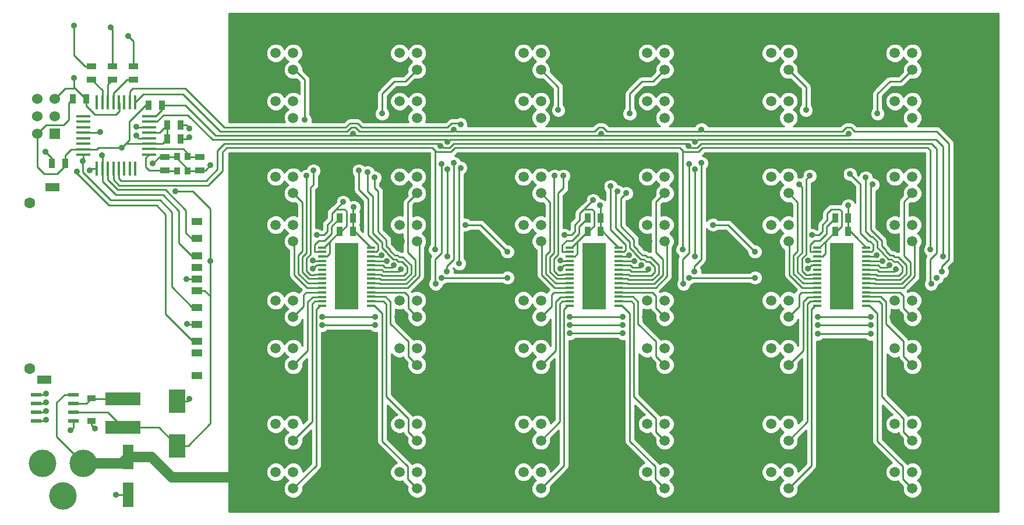
<source format=gbl>
G04 #@! TF.FileFunction,Copper,L2,Bot,Signal*
%FSLAX46Y46*%
G04 Gerber Fmt 4.6, Leading zero omitted, Abs format (unit mm)*
G04 Created by KiCad (PCBNEW 4.0.1-stable) date 6/7/2017 10:05:46 PM*
%MOMM*%
G01*
G04 APERTURE LIST*
%ADD10C,0.150000*%
%ADD11C,1.520000*%
%ADD12R,0.889000X1.397000*%
%ADD13R,1.524000X1.524000*%
%ADD14C,1.524000*%
%ADD15R,1.397000X0.889000*%
%ADD16R,1.270000X0.406400*%
%ADD17R,3.400000X9.700000*%
%ADD18C,0.300000*%
%ADD19R,1.998980X0.449580*%
%ADD20R,0.449580X1.998980*%
%ADD21R,0.900000X1.000000*%
%ADD22R,1.500000X1.000000*%
%ADD23R,2.000000X1.200000*%
%ADD24C,1.600000*%
%ADD25R,1.600200X3.599180*%
%ADD26R,2.400300X3.500120*%
%ADD27R,1.220000X0.910000*%
%ADD28R,1.550000X0.600000*%
%ADD29R,5.100000X1.900000*%
%ADD30C,4.000000*%
%ADD31C,0.889000*%
%ADD32C,0.254000*%
%ADD33C,1.524000*%
G04 APERTURE END LIST*
D10*
D11*
X174706000Y-138248000D03*
X177246000Y-138248000D03*
X174706000Y-135838000D03*
X177246000Y-135838000D03*
X138706000Y-77248000D03*
X141246000Y-77248000D03*
X138706000Y-74838000D03*
X141246000Y-74838000D03*
X102706000Y-84248000D03*
X105246000Y-84248000D03*
X102706000Y-81838000D03*
X105246000Y-81838000D03*
D12*
X112023500Y-100838000D03*
X113928500Y-100838000D03*
X113928500Y-98838000D03*
X112023500Y-98838000D03*
X148023500Y-100838000D03*
X149928500Y-100838000D03*
X149928500Y-98838000D03*
X148023500Y-98838000D03*
X184023500Y-100838000D03*
X185928500Y-100838000D03*
X185928500Y-98838000D03*
X184023500Y-98838000D03*
X88836500Y-87376000D03*
X86931500Y-87376000D03*
X70167500Y-90932000D03*
X72072500Y-90932000D03*
D13*
X70612000Y-86614000D03*
D14*
X68072000Y-86614000D03*
X70612000Y-84074000D03*
X68072000Y-84074000D03*
X70612000Y-81534000D03*
X68072000Y-81534000D03*
D12*
X75120500Y-81534000D03*
X73215500Y-81534000D03*
X86128500Y-82438000D03*
X84223500Y-82438000D03*
D15*
X82042000Y-78676500D03*
X82042000Y-76771500D03*
X78994000Y-78676500D03*
X78994000Y-76771500D03*
X75946000Y-78676500D03*
X75946000Y-76771500D03*
D16*
X116532000Y-103147000D03*
X116532000Y-103782000D03*
X116532000Y-104442400D03*
X116532000Y-105102800D03*
X116532000Y-105737800D03*
X116532000Y-106398200D03*
X116532000Y-107058600D03*
X116532000Y-107693600D03*
X116532000Y-108354000D03*
X116532000Y-108989000D03*
X116532000Y-109649400D03*
X116532000Y-110309800D03*
X116532000Y-110944800D03*
X116532000Y-111605200D03*
X109420000Y-111605200D03*
X109420000Y-110944800D03*
X109420000Y-110335200D03*
X109420000Y-109649400D03*
X109420000Y-108989000D03*
X109420000Y-108354000D03*
X109420000Y-107693600D03*
X109420000Y-107058600D03*
X109420000Y-106398200D03*
X109420000Y-105737800D03*
X109420000Y-105102800D03*
X109420000Y-104442400D03*
X109420000Y-103782000D03*
X109420000Y-103147000D03*
D17*
X112976000Y-107338000D03*
D18*
X112976000Y-103438000D03*
X111676000Y-103438000D03*
X111676000Y-104738000D03*
X111676000Y-106038000D03*
X111676000Y-107338000D03*
X111676000Y-108638000D03*
X111676000Y-109938000D03*
X111676000Y-111238000D03*
X112976000Y-111238000D03*
X112976000Y-109938000D03*
X112976000Y-108638000D03*
X112976000Y-107338000D03*
X112976000Y-106038000D03*
X112976000Y-104738000D03*
X114276000Y-103438000D03*
X114276000Y-104738000D03*
X114276000Y-106038000D03*
X114276000Y-107338000D03*
X114276000Y-108638000D03*
X114276000Y-109938000D03*
X114276000Y-111238000D03*
D16*
X152532000Y-103147000D03*
X152532000Y-103782000D03*
X152532000Y-104442400D03*
X152532000Y-105102800D03*
X152532000Y-105737800D03*
X152532000Y-106398200D03*
X152532000Y-107058600D03*
X152532000Y-107693600D03*
X152532000Y-108354000D03*
X152532000Y-108989000D03*
X152532000Y-109649400D03*
X152532000Y-110309800D03*
X152532000Y-110944800D03*
X152532000Y-111605200D03*
X145420000Y-111605200D03*
X145420000Y-110944800D03*
X145420000Y-110335200D03*
X145420000Y-109649400D03*
X145420000Y-108989000D03*
X145420000Y-108354000D03*
X145420000Y-107693600D03*
X145420000Y-107058600D03*
X145420000Y-106398200D03*
X145420000Y-105737800D03*
X145420000Y-105102800D03*
X145420000Y-104442400D03*
X145420000Y-103782000D03*
X145420000Y-103147000D03*
D17*
X148976000Y-107338000D03*
D18*
X148976000Y-103438000D03*
X147676000Y-103438000D03*
X147676000Y-104738000D03*
X147676000Y-106038000D03*
X147676000Y-107338000D03*
X147676000Y-108638000D03*
X147676000Y-109938000D03*
X147676000Y-111238000D03*
X148976000Y-111238000D03*
X148976000Y-109938000D03*
X148976000Y-108638000D03*
X148976000Y-107338000D03*
X148976000Y-106038000D03*
X148976000Y-104738000D03*
X150276000Y-103438000D03*
X150276000Y-104738000D03*
X150276000Y-106038000D03*
X150276000Y-107338000D03*
X150276000Y-108638000D03*
X150276000Y-109938000D03*
X150276000Y-111238000D03*
D16*
X188532000Y-103147000D03*
X188532000Y-103782000D03*
X188532000Y-104442400D03*
X188532000Y-105102800D03*
X188532000Y-105737800D03*
X188532000Y-106398200D03*
X188532000Y-107058600D03*
X188532000Y-107693600D03*
X188532000Y-108354000D03*
X188532000Y-108989000D03*
X188532000Y-109649400D03*
X188532000Y-110309800D03*
X188532000Y-110944800D03*
X188532000Y-111605200D03*
X181420000Y-111605200D03*
X181420000Y-110944800D03*
X181420000Y-110335200D03*
X181420000Y-109649400D03*
X181420000Y-108989000D03*
X181420000Y-108354000D03*
X181420000Y-107693600D03*
X181420000Y-107058600D03*
X181420000Y-106398200D03*
X181420000Y-105737800D03*
X181420000Y-105102800D03*
X181420000Y-104442400D03*
X181420000Y-103782000D03*
X181420000Y-103147000D03*
D17*
X184976000Y-107338000D03*
D18*
X184976000Y-103438000D03*
X183676000Y-103438000D03*
X183676000Y-104738000D03*
X183676000Y-106038000D03*
X183676000Y-107338000D03*
X183676000Y-108638000D03*
X183676000Y-109938000D03*
X183676000Y-111238000D03*
X184976000Y-111238000D03*
X184976000Y-109938000D03*
X184976000Y-108638000D03*
X184976000Y-107338000D03*
X184976000Y-106038000D03*
X184976000Y-104738000D03*
X186276000Y-103438000D03*
X186276000Y-104738000D03*
X186276000Y-106038000D03*
X186276000Y-107338000D03*
X186276000Y-108638000D03*
X186276000Y-109938000D03*
X186276000Y-111238000D03*
D11*
X102706000Y-77248000D03*
X105246000Y-77248000D03*
X102706000Y-74838000D03*
X105246000Y-74838000D03*
X138706000Y-95248000D03*
X141246000Y-95248000D03*
X138706000Y-92838000D03*
X141246000Y-92838000D03*
X138706000Y-84248000D03*
X141246000Y-84248000D03*
X138706000Y-81838000D03*
X141246000Y-81838000D03*
X102706000Y-138248000D03*
X105246000Y-138248000D03*
X102706000Y-135838000D03*
X105246000Y-135838000D03*
X102706000Y-131248000D03*
X105246000Y-131248000D03*
X102706000Y-128838000D03*
X105246000Y-128838000D03*
X102706000Y-120248000D03*
X105246000Y-120248000D03*
X102706000Y-117838000D03*
X105246000Y-117838000D03*
X102706000Y-113248000D03*
X105246000Y-113248000D03*
X102706000Y-110838000D03*
X105246000Y-110838000D03*
X102706000Y-102248000D03*
X105246000Y-102248000D03*
X102706000Y-99838000D03*
X105246000Y-99838000D03*
X102706000Y-95248000D03*
X105246000Y-95248000D03*
X102706000Y-92838000D03*
X105246000Y-92838000D03*
X174706000Y-77248000D03*
X177246000Y-77248000D03*
X174706000Y-74838000D03*
X177246000Y-74838000D03*
X138706000Y-102248000D03*
X141246000Y-102248000D03*
X138706000Y-99838000D03*
X141246000Y-99838000D03*
X138706000Y-113248000D03*
X141246000Y-113248000D03*
X138706000Y-110838000D03*
X141246000Y-110838000D03*
X138706000Y-120248000D03*
X141246000Y-120248000D03*
X138706000Y-117838000D03*
X141246000Y-117838000D03*
X138706000Y-131248000D03*
X141246000Y-131248000D03*
X138706000Y-128838000D03*
X141246000Y-128838000D03*
X138706000Y-138248000D03*
X141246000Y-138248000D03*
X138706000Y-135838000D03*
X141246000Y-135838000D03*
X174706000Y-84248000D03*
X177246000Y-84248000D03*
X174706000Y-81838000D03*
X177246000Y-81838000D03*
X174706000Y-95248000D03*
X177246000Y-95248000D03*
X174706000Y-92838000D03*
X177246000Y-92838000D03*
X174706000Y-102248000D03*
X177246000Y-102248000D03*
X174706000Y-99838000D03*
X177246000Y-99838000D03*
X174706000Y-113248000D03*
X177246000Y-113248000D03*
X174706000Y-110838000D03*
X177246000Y-110838000D03*
X174706000Y-120248000D03*
X177246000Y-120248000D03*
X174706000Y-117838000D03*
X177246000Y-117838000D03*
X174706000Y-131248000D03*
X177246000Y-131248000D03*
X174706000Y-128838000D03*
X177246000Y-128838000D03*
X156706000Y-102248000D03*
X159246000Y-102248000D03*
X156706000Y-99838000D03*
X159246000Y-99838000D03*
X120706000Y-77248000D03*
X123246000Y-77248000D03*
X120706000Y-74838000D03*
X123246000Y-74838000D03*
X120706000Y-84248000D03*
X123246000Y-84248000D03*
X120706000Y-81838000D03*
X123246000Y-81838000D03*
X120706000Y-95248000D03*
X123246000Y-95248000D03*
X120706000Y-92838000D03*
X123246000Y-92838000D03*
X120706000Y-102248000D03*
X123246000Y-102248000D03*
X120706000Y-99838000D03*
X123246000Y-99838000D03*
X120706000Y-113248000D03*
X123246000Y-113248000D03*
X120706000Y-110838000D03*
X123246000Y-110838000D03*
X120706000Y-120248000D03*
X123246000Y-120248000D03*
X120706000Y-117838000D03*
X123246000Y-117838000D03*
X120706000Y-131248000D03*
X123246000Y-131248000D03*
X120706000Y-128838000D03*
X123246000Y-128838000D03*
X120706000Y-138248000D03*
X123246000Y-138248000D03*
X120706000Y-135838000D03*
X123246000Y-135838000D03*
X156706000Y-77248000D03*
X159246000Y-77248000D03*
X156706000Y-74838000D03*
X159246000Y-74838000D03*
X156706000Y-84248000D03*
X159246000Y-84248000D03*
X156706000Y-81838000D03*
X159246000Y-81838000D03*
X156706000Y-95248000D03*
X159246000Y-95248000D03*
X156706000Y-92838000D03*
X159246000Y-92838000D03*
X192706000Y-138248000D03*
X195246000Y-138248000D03*
X192706000Y-135838000D03*
X195246000Y-135838000D03*
X156706000Y-113248000D03*
X159246000Y-113248000D03*
X156706000Y-110838000D03*
X159246000Y-110838000D03*
X156706000Y-120248000D03*
X159246000Y-120248000D03*
X156706000Y-117838000D03*
X159246000Y-117838000D03*
X156706000Y-131248000D03*
X159246000Y-131248000D03*
X156706000Y-128838000D03*
X159246000Y-128838000D03*
X156706000Y-138248000D03*
X159246000Y-138248000D03*
X156706000Y-135838000D03*
X159246000Y-135838000D03*
X192706000Y-77248000D03*
X195246000Y-77248000D03*
X192706000Y-74838000D03*
X195246000Y-74838000D03*
X192706000Y-84248000D03*
X195246000Y-84248000D03*
X192706000Y-81838000D03*
X195246000Y-81838000D03*
X192706000Y-95248000D03*
X195246000Y-95248000D03*
X192706000Y-92838000D03*
X195246000Y-92838000D03*
X192706000Y-102248000D03*
X195246000Y-102248000D03*
X192706000Y-99838000D03*
X195246000Y-99838000D03*
X192706000Y-113248000D03*
X195246000Y-113248000D03*
X192706000Y-110838000D03*
X195246000Y-110838000D03*
X192706000Y-120248000D03*
X195246000Y-120248000D03*
X192706000Y-117838000D03*
X195246000Y-117838000D03*
X192706000Y-131248000D03*
X195246000Y-131248000D03*
X192706000Y-128838000D03*
X195246000Y-128838000D03*
D19*
X84291840Y-89614220D03*
X84291840Y-88814120D03*
X84291840Y-88014020D03*
X84291840Y-87213920D03*
X84291840Y-86413820D03*
X84291840Y-85613720D03*
X84291840Y-84813620D03*
X84291840Y-84013520D03*
X74726200Y-84018600D03*
X74726200Y-89632000D03*
X74726200Y-88819200D03*
X74726200Y-88006400D03*
X74726200Y-87219000D03*
X74726200Y-86406200D03*
X74726200Y-85618800D03*
X74726200Y-84806000D03*
D20*
X82300480Y-82012000D03*
X81502920Y-82012000D03*
X80700280Y-82012000D03*
X79902720Y-82012000D03*
X79100080Y-82012000D03*
X78302520Y-82012000D03*
X77499880Y-82012000D03*
X76702320Y-82012000D03*
X82295400Y-91613200D03*
X81508000Y-91613200D03*
X80695200Y-91613200D03*
X79907800Y-91613200D03*
X79120400Y-91613200D03*
X78307600Y-91613200D03*
X77494800Y-91613200D03*
X76682000Y-91613200D03*
D15*
X91694000Y-91884500D03*
X91694000Y-89979500D03*
X86614000Y-89979500D03*
X86614000Y-91884500D03*
D21*
X89929000Y-92007000D03*
X89929000Y-89857000D03*
X88379000Y-92007000D03*
X88379000Y-89857000D03*
D22*
X91286000Y-101850000D03*
X91286000Y-104350000D03*
X91286000Y-107750000D03*
X91286000Y-109400000D03*
X91286000Y-111850000D03*
X91286000Y-114350000D03*
X91286000Y-116780000D03*
X91286000Y-118480000D03*
X91286000Y-99350000D03*
X91286000Y-121830000D03*
D23*
X69076000Y-122350000D03*
X70276000Y-94350000D03*
D22*
X91286000Y-106050000D03*
D24*
X66976000Y-96650000D03*
X66976000Y-120800000D03*
D12*
X88836500Y-85344000D03*
X86931500Y-85344000D03*
D25*
X81280000Y-133647180D03*
X81280000Y-139148820D03*
D26*
X88392000Y-132029200D03*
X88392000Y-125526800D03*
D27*
X75946000Y-125111000D03*
X75946000Y-128381000D03*
D28*
X73312000Y-124587000D03*
X73312000Y-125857000D03*
X73312000Y-127127000D03*
X73312000Y-128397000D03*
X67912000Y-128397000D03*
X67912000Y-127127000D03*
X67912000Y-125857000D03*
X67912000Y-124587000D03*
D29*
X80518000Y-125154000D03*
X80518000Y-129354000D03*
D30*
X74780140Y-134620000D03*
X68780660Y-134620000D03*
X71780400Y-139319000D03*
D31*
X73776000Y-92038000D03*
X75692000Y-91948000D03*
X77422000Y-89672000D03*
X73406000Y-78486000D03*
X74676000Y-90538000D03*
X151384000Y-94234000D03*
X114808000Y-91948000D03*
X186182000Y-92456000D03*
X185976000Y-86538000D03*
X149976000Y-86538000D03*
X113976000Y-86538000D03*
X181476000Y-114438000D03*
X189176000Y-114438000D03*
X180076000Y-105038000D03*
X197976000Y-108438000D03*
X162776000Y-90938000D03*
X145476000Y-114438000D03*
X153176000Y-114438000D03*
X144076000Y-105038000D03*
X161976000Y-108438000D03*
X162676000Y-88338000D03*
X109476000Y-114438000D03*
X117176000Y-114438000D03*
X108076000Y-105038000D03*
X125976000Y-108438000D03*
X126676000Y-88338000D03*
X126776000Y-90938000D03*
X199576000Y-106638000D03*
X192876000Y-106338000D03*
X164576000Y-85938000D03*
X164576000Y-90838000D03*
X156876000Y-106338000D03*
X163576000Y-106638000D03*
X128576000Y-90838000D03*
X120876000Y-106338000D03*
X127576000Y-106638000D03*
X128576000Y-85938000D03*
X199676000Y-104438000D03*
X190876000Y-105138000D03*
X163676000Y-91738000D03*
X163676000Y-104438000D03*
X154876000Y-105138000D03*
X163676000Y-87738000D03*
X127676000Y-104438000D03*
X118876000Y-105138000D03*
X127676000Y-87738000D03*
X127676000Y-91738000D03*
X129576000Y-85238000D03*
X129576000Y-91538000D03*
X119876000Y-105738000D03*
X129376000Y-105438000D03*
X80322000Y-88572000D03*
X88122000Y-94972000D03*
X108676000Y-101338000D03*
X93218000Y-105156000D03*
X166276000Y-99838000D03*
X180676000Y-101338000D03*
X172376000Y-103738000D03*
X148844000Y-96266000D03*
X112522000Y-96520000D03*
X130276000Y-99838000D03*
X136376000Y-103738000D03*
X144676000Y-101338000D03*
X197876000Y-103438000D03*
X190076000Y-104238000D03*
X154076000Y-104238000D03*
X161876000Y-103438000D03*
X125876000Y-103438000D03*
X118076000Y-104238000D03*
X76454000Y-129540000D03*
X89722000Y-107772000D03*
X89822000Y-114272000D03*
X90170000Y-125222000D03*
X79502000Y-139192000D03*
X69342000Y-124460000D03*
X69342000Y-125730000D03*
X69342000Y-127000000D03*
X69342000Y-128270000D03*
X72898000Y-129794000D03*
X69222000Y-89172000D03*
X90172000Y-85822000D03*
X90170000Y-87122000D03*
X93218000Y-91186000D03*
X84836000Y-90932000D03*
X77172000Y-86322000D03*
X82422000Y-86822000D03*
X82422000Y-85572000D03*
X149860000Y-97028000D03*
X114046000Y-97282000D03*
X185928000Y-97028000D03*
X116078000Y-92202000D03*
X118176000Y-83638000D03*
X117094000Y-92964000D03*
X152400000Y-94996000D03*
X154176000Y-83638000D03*
X153670000Y-95250000D03*
X190176000Y-83638000D03*
X188468000Y-92964000D03*
X189484000Y-93980000D03*
X106934000Y-84582000D03*
X108204000Y-91948000D03*
X107188000Y-92710000D03*
X144526000Y-92710000D03*
X143776000Y-83138000D03*
X143256000Y-92710000D03*
X180340000Y-92710000D03*
X179776000Y-83138000D03*
X178816000Y-93980000D03*
X136376000Y-107538000D03*
X145476000Y-115638000D03*
X153176000Y-115638000D03*
X109476000Y-113238000D03*
X117176000Y-113238000D03*
X108076000Y-106238000D03*
X126776000Y-107538000D03*
X155876000Y-105738000D03*
X191876000Y-105738000D03*
X145476000Y-113238000D03*
X153176000Y-113238000D03*
X144076000Y-106238000D03*
X162776000Y-107538000D03*
X189176000Y-115738000D03*
X181476000Y-115738000D03*
X172376000Y-107538000D03*
X181476000Y-113238000D03*
X189176000Y-113238000D03*
X180076000Y-106238000D03*
X198776000Y-107538000D03*
X81280000Y-72390000D03*
X73406000Y-70866000D03*
X78740000Y-71120000D03*
D32*
X78302520Y-82012000D02*
X78302520Y-79367980D01*
X78302520Y-79367980D02*
X78994000Y-78676500D01*
X79100080Y-82012000D02*
X79100080Y-80665920D01*
X81089500Y-78676500D02*
X82042000Y-78676500D01*
X79100080Y-80665920D02*
X81089500Y-78676500D01*
X91286000Y-116780000D02*
X90630000Y-116780000D01*
X90630000Y-116780000D02*
X86672000Y-112822000D01*
X78486000Y-97028000D02*
X85378000Y-97028000D01*
X86672000Y-112822000D02*
X86672000Y-98322000D01*
X86672000Y-98322000D02*
X85378000Y-97028000D01*
X73776000Y-92038000D02*
X73776000Y-92318000D01*
X73776000Y-92318000D02*
X78486000Y-97028000D01*
X76682000Y-91613200D02*
X76026800Y-91613200D01*
X76026800Y-91613200D02*
X75692000Y-91948000D01*
X91286000Y-104350000D02*
X90500000Y-104350000D01*
X77494800Y-89744800D02*
X77494800Y-91613200D01*
X77422000Y-89672000D02*
X77494800Y-89744800D01*
X88646000Y-97846000D02*
X88646000Y-102496000D01*
X86304000Y-95504000D02*
X88646000Y-97846000D01*
X79502000Y-95504000D02*
X77494800Y-93496800D01*
X77494800Y-91613200D02*
X77494800Y-93496800D01*
X79502000Y-95504000D02*
X86304000Y-95504000D01*
X90500000Y-104350000D02*
X88646000Y-102496000D01*
X77499880Y-82012000D02*
X77499880Y-80230380D01*
X77499880Y-80230380D02*
X75946000Y-78676500D01*
X76390500Y-78676500D02*
X75946000Y-78676500D01*
X77476000Y-81988120D02*
X77499880Y-82012000D01*
X70612000Y-81534000D02*
X72136000Y-80010000D01*
X72136000Y-80010000D02*
X73596500Y-80010000D01*
X76454000Y-83820000D02*
X75184000Y-82550000D01*
X79502000Y-83820000D02*
X80010000Y-83312000D01*
X80010000Y-82119280D02*
X80010000Y-83312000D01*
X76454000Y-83820000D02*
X79502000Y-83820000D01*
X75184000Y-82550000D02*
X75184000Y-81597500D01*
X75184000Y-81597500D02*
X73660000Y-80073500D01*
X73660000Y-80073500D02*
X73406000Y-79819500D01*
X73406000Y-79819500D02*
X73406000Y-78486000D01*
X80010000Y-82119280D02*
X79902720Y-82012000D01*
X91286000Y-111850000D02*
X90600000Y-111850000D01*
X90600000Y-111850000D02*
X87630000Y-108880000D01*
X78740000Y-96266000D02*
X85924000Y-96266000D01*
X87630000Y-108880000D02*
X87630000Y-97972000D01*
X87630000Y-97972000D02*
X85924000Y-96266000D01*
X74676000Y-90538000D02*
X74676000Y-92202000D01*
X74676000Y-92202000D02*
X78740000Y-96266000D01*
X74726200Y-90487800D02*
X74726200Y-89632000D01*
X74676000Y-90538000D02*
X74726200Y-90487800D01*
X91286000Y-101850000D02*
X90500000Y-101850000D01*
X90500000Y-101850000D02*
X89662000Y-101012000D01*
X79756000Y-94742000D02*
X86642000Y-94742000D01*
X78307600Y-93293600D02*
X79756000Y-94742000D01*
X78307600Y-93293600D02*
X78307600Y-91613200D01*
X86642000Y-94742000D02*
X89662000Y-97762000D01*
X89662000Y-97762000D02*
X89662000Y-101012000D01*
X86576000Y-82438000D02*
X89542000Y-82438000D01*
X89542000Y-82438000D02*
X93942000Y-86838000D01*
X86128500Y-83085500D02*
X85200480Y-84013520D01*
X86128500Y-82438000D02*
X86576000Y-82438000D01*
X153576000Y-102738000D02*
X153538000Y-102738000D01*
X153576000Y-103538000D02*
X153576000Y-102738000D01*
X152532000Y-103782000D02*
X153332000Y-103782000D01*
X153332000Y-103782000D02*
X153576000Y-103538000D01*
X151384000Y-100584000D02*
X151384000Y-94234000D01*
X153538000Y-102738000D02*
X151384000Y-100584000D01*
X116114000Y-101276000D02*
X116114000Y-96048000D01*
X116532000Y-103782000D02*
X117332000Y-103782000D01*
X117576000Y-102738000D02*
X116114000Y-101276000D01*
X117576000Y-103538000D02*
X117576000Y-102738000D01*
X117332000Y-103782000D02*
X117576000Y-103538000D01*
X114808000Y-94742000D02*
X114808000Y-91948000D01*
X116114000Y-96048000D02*
X114808000Y-94742000D01*
X189576000Y-102738000D02*
X189576000Y-102708000D01*
X186182000Y-92456000D02*
X187706000Y-93980000D01*
X187706000Y-93980000D02*
X187706000Y-100868000D01*
X189332000Y-103782000D02*
X189576000Y-103538000D01*
X189576000Y-103538000D02*
X189576000Y-102738000D01*
X188532000Y-103782000D02*
X189332000Y-103782000D01*
X187706000Y-101092000D02*
X187706000Y-100868000D01*
X188850288Y-102236288D02*
X187706000Y-101092000D01*
X189104288Y-102236288D02*
X188850288Y-102236288D01*
X189576000Y-102708000D02*
X189104288Y-102236288D01*
X166176000Y-86838000D02*
X178076000Y-86838000D01*
X150376000Y-86838000D02*
X164576000Y-86838000D01*
X150076000Y-86538000D02*
X150376000Y-86838000D01*
X166176000Y-86838000D02*
X164576000Y-86838000D01*
X149976000Y-86538000D02*
X150076000Y-86538000D01*
X185676000Y-86838000D02*
X185976000Y-86538000D01*
X178076000Y-86838000D02*
X183676000Y-86838000D01*
X183676000Y-86838000D02*
X185676000Y-86838000D01*
X130176000Y-86838000D02*
X142076000Y-86838000D01*
X113976000Y-86538000D02*
X114076000Y-86538000D01*
X114376000Y-86838000D02*
X128576000Y-86838000D01*
X114076000Y-86538000D02*
X114376000Y-86838000D01*
X130176000Y-86838000D02*
X128576000Y-86838000D01*
X147676000Y-86838000D02*
X149676000Y-86838000D01*
X142076000Y-86838000D02*
X147676000Y-86838000D01*
X149676000Y-86838000D02*
X149976000Y-86538000D01*
X111676000Y-86838000D02*
X113676000Y-86838000D01*
X113676000Y-86838000D02*
X113976000Y-86538000D01*
X106076000Y-86838000D02*
X111676000Y-86838000D01*
X93942000Y-86838000D02*
X106076000Y-86838000D01*
X86128500Y-82438000D02*
X86128500Y-83085500D01*
X85200480Y-84013520D02*
X84291840Y-84013520D01*
X79907800Y-93069800D02*
X80247000Y-93409000D01*
X126676000Y-88338000D02*
X126376000Y-88038000D01*
X126376000Y-88038000D02*
X125676000Y-88038000D01*
X106076000Y-88038000D02*
X125676000Y-88038000D01*
X94234000Y-91768000D02*
X94234000Y-89012000D01*
X95208000Y-88038000D02*
X106076000Y-88038000D01*
X92593000Y-93409000D02*
X94234000Y-91768000D01*
X79907800Y-93069800D02*
X79907800Y-91613200D01*
X94234000Y-89012000D02*
X95208000Y-88038000D01*
X92593000Y-93409000D02*
X80247000Y-93409000D01*
X198776000Y-88900000D02*
X198776000Y-88794000D01*
X198020000Y-88038000D02*
X197966000Y-88038000D01*
X198776000Y-88794000D02*
X198020000Y-88038000D01*
X166076000Y-88038000D02*
X178076000Y-88038000D01*
X178076000Y-88038000D02*
X197676000Y-88038000D01*
X197866000Y-88038000D02*
X197676000Y-88038000D01*
X162776000Y-88338000D02*
X163076000Y-88638000D01*
X162676000Y-88338000D02*
X162776000Y-88338000D01*
X164576000Y-88038000D02*
X166076000Y-88038000D01*
X163976000Y-88638000D02*
X164576000Y-88038000D01*
X163076000Y-88638000D02*
X163976000Y-88638000D01*
X198776000Y-88900000D02*
X198776000Y-90938000D01*
X197976000Y-108138000D02*
X197876000Y-108038000D01*
X197876000Y-108038000D02*
X197876000Y-104838000D01*
X197876000Y-104838000D02*
X198776000Y-103938000D01*
X181476000Y-114438000D02*
X189176000Y-114438000D01*
X197976000Y-108438000D02*
X197976000Y-108138000D01*
X198776000Y-103938000D02*
X198776000Y-90938000D01*
X130076000Y-88038000D02*
X142076000Y-88038000D01*
X126776000Y-88338000D02*
X127076000Y-88638000D01*
X127076000Y-88638000D02*
X127976000Y-88638000D01*
X127976000Y-88638000D02*
X128576000Y-88038000D01*
X128576000Y-88038000D02*
X130076000Y-88038000D01*
X126676000Y-88338000D02*
X126776000Y-88338000D01*
X142076000Y-88038000D02*
X161676000Y-88038000D01*
X162376000Y-88038000D02*
X161676000Y-88038000D01*
X162376000Y-88038000D02*
X162676000Y-88338000D01*
X109420000Y-105102800D02*
X108140800Y-105102800D01*
X108140800Y-105102800D02*
X108076000Y-105038000D01*
X181420000Y-105102800D02*
X180140800Y-105102800D01*
X180140800Y-105102800D02*
X180076000Y-105038000D01*
X180140800Y-105102800D02*
X180076000Y-105038000D01*
X162776000Y-103938000D02*
X162776000Y-90938000D01*
X161976000Y-108138000D02*
X161876000Y-108038000D01*
X161876000Y-108038000D02*
X161876000Y-104838000D01*
X161876000Y-104838000D02*
X162776000Y-103938000D01*
X145476000Y-114438000D02*
X153176000Y-114438000D01*
X144140800Y-105102800D02*
X144076000Y-105038000D01*
X144140800Y-105102800D02*
X145420000Y-105102800D01*
X161976000Y-108438000D02*
X161976000Y-108138000D01*
X126776000Y-103938000D02*
X126776000Y-90938000D01*
X125976000Y-108138000D02*
X125876000Y-108038000D01*
X125876000Y-108038000D02*
X125876000Y-104838000D01*
X125876000Y-104838000D02*
X126776000Y-103938000D01*
X109476000Y-114438000D02*
X117176000Y-114438000D01*
X108140800Y-105102800D02*
X108076000Y-105038000D01*
X125976000Y-108438000D02*
X125976000Y-108138000D01*
X83476000Y-80836480D02*
X89194480Y-80836480D01*
X89194480Y-80836480D02*
X94596000Y-86238000D01*
X82300480Y-82012000D02*
X83476000Y-80836480D01*
X186844000Y-86206000D02*
X198728000Y-86206000D01*
X198728000Y-86206000D02*
X198882000Y-86360000D01*
X198760000Y-86238000D02*
X198882000Y-86360000D01*
X198882000Y-86360000D02*
X200576000Y-88054000D01*
X199576000Y-106638000D02*
X199576000Y-105838000D01*
X190136200Y-106398200D02*
X188532000Y-106398200D01*
X192576000Y-106638000D02*
X192876000Y-106338000D01*
X190376000Y-106638000D02*
X192576000Y-106638000D01*
X190136200Y-106398200D02*
X190376000Y-106638000D01*
X200576000Y-104838000D02*
X200576000Y-90838000D01*
X199576000Y-105838000D02*
X200576000Y-104838000D01*
X200576000Y-88054000D02*
X200576000Y-90838000D01*
X166176000Y-86238000D02*
X178076000Y-86238000D01*
X164976000Y-86238000D02*
X166176000Y-86238000D01*
X164576000Y-85938000D02*
X164676000Y-85938000D01*
X164676000Y-85938000D02*
X164976000Y-86238000D01*
X186576000Y-85938000D02*
X186376000Y-85738000D01*
X186376000Y-85738000D02*
X186276000Y-85638000D01*
X186276000Y-85638000D02*
X185676000Y-85638000D01*
X185676000Y-85638000D02*
X185076000Y-86238000D01*
X185076000Y-86238000D02*
X181276000Y-86238000D01*
X178076000Y-86238000D02*
X181276000Y-86238000D01*
X186876000Y-86238000D02*
X186844000Y-86206000D01*
X186844000Y-86206000D02*
X186576000Y-85938000D01*
X130176000Y-86238000D02*
X142076000Y-86238000D01*
X128676000Y-85938000D02*
X128976000Y-86238000D01*
X128976000Y-86238000D02*
X130176000Y-86238000D01*
X128576000Y-85938000D02*
X128676000Y-85938000D01*
X150576000Y-85938000D02*
X150376000Y-85738000D01*
X150376000Y-85738000D02*
X150276000Y-85638000D01*
X150276000Y-85638000D02*
X149676000Y-85638000D01*
X149676000Y-85638000D02*
X149076000Y-86238000D01*
X149076000Y-86238000D02*
X145276000Y-86238000D01*
X142076000Y-86238000D02*
X145276000Y-86238000D01*
X150876000Y-86238000D02*
X150576000Y-85938000D01*
X164276000Y-86238000D02*
X150876000Y-86238000D01*
X164276000Y-86238000D02*
X164576000Y-85938000D01*
X163576000Y-105838000D02*
X164576000Y-104838000D01*
X164576000Y-104838000D02*
X164576000Y-90838000D01*
X154136200Y-106398200D02*
X154376000Y-106638000D01*
X154376000Y-106638000D02*
X156576000Y-106638000D01*
X156576000Y-106638000D02*
X156876000Y-106338000D01*
X154136200Y-106398200D02*
X152532000Y-106398200D01*
X163576000Y-106638000D02*
X163576000Y-105838000D01*
X114576000Y-85938000D02*
X114376000Y-85738000D01*
X114376000Y-85738000D02*
X114276000Y-85638000D01*
X114276000Y-85638000D02*
X113676000Y-85638000D01*
X113676000Y-85638000D02*
X113076000Y-86238000D01*
X113076000Y-86238000D02*
X109276000Y-86238000D01*
X106076000Y-86238000D02*
X109276000Y-86238000D01*
X94596000Y-86238000D02*
X106076000Y-86238000D01*
X114876000Y-86238000D02*
X114576000Y-85938000D01*
X127576000Y-105838000D02*
X128576000Y-104838000D01*
X128576000Y-104838000D02*
X128576000Y-90838000D01*
X118136200Y-106398200D02*
X118376000Y-106638000D01*
X118376000Y-106638000D02*
X120576000Y-106638000D01*
X120576000Y-106638000D02*
X120876000Y-106338000D01*
X118136200Y-106398200D02*
X116532000Y-106398200D01*
X127576000Y-106638000D02*
X127576000Y-105838000D01*
X128276000Y-86238000D02*
X114876000Y-86238000D01*
X128576000Y-85938000D02*
X128276000Y-86238000D01*
X89930000Y-83822000D02*
X93546000Y-87438000D01*
X84291840Y-84813620D02*
X85430380Y-84813620D01*
X85430380Y-84813620D02*
X86422000Y-83822000D01*
X86422000Y-83822000D02*
X89930000Y-83822000D01*
X93546000Y-87438000D02*
X94708000Y-87438000D01*
X199676000Y-88424000D02*
X198690000Y-87438000D01*
X127676000Y-87738000D02*
X127376000Y-87438000D01*
X127376000Y-87438000D02*
X126676000Y-87438000D01*
X125876000Y-87438000D02*
X126676000Y-87438000D01*
X106076000Y-87438000D02*
X125876000Y-87438000D01*
X94708000Y-87438000D02*
X106076000Y-87438000D01*
X166176000Y-87438000D02*
X178076000Y-87438000D01*
X164076000Y-87438000D02*
X166176000Y-87438000D01*
X163676000Y-87738000D02*
X163776000Y-87738000D01*
X163776000Y-87738000D02*
X164076000Y-87438000D01*
X199676000Y-104438000D02*
X199676000Y-91738000D01*
X178076000Y-87438000D02*
X197876000Y-87438000D01*
X197876000Y-87438000D02*
X198676000Y-87438000D01*
X198690000Y-87438000D02*
X198676000Y-87438000D01*
X199676000Y-88424000D02*
X199676000Y-91738000D01*
X130176000Y-87438000D02*
X142076000Y-87438000D01*
X127776000Y-87738000D02*
X128076000Y-87438000D01*
X128076000Y-87438000D02*
X130176000Y-87438000D01*
X127676000Y-87738000D02*
X127776000Y-87738000D01*
X142076000Y-87438000D02*
X161876000Y-87438000D01*
X161876000Y-87438000D02*
X162676000Y-87438000D01*
X163376000Y-87438000D02*
X162676000Y-87438000D01*
X163376000Y-87438000D02*
X163676000Y-87738000D01*
X188532000Y-105102800D02*
X190840800Y-105102800D01*
X190840800Y-105102800D02*
X190876000Y-105138000D01*
X190840800Y-105102800D02*
X190876000Y-105138000D01*
X163676000Y-104438000D02*
X163676000Y-91738000D01*
X154840800Y-105102800D02*
X152532000Y-105102800D01*
X154840800Y-105102800D02*
X154876000Y-105138000D01*
X127676000Y-104438000D02*
X127676000Y-91738000D01*
X118840800Y-105102800D02*
X116532000Y-105102800D01*
X118840800Y-105102800D02*
X118876000Y-105138000D01*
X81973000Y-79941000D02*
X89549000Y-79941000D01*
X95246000Y-85638000D02*
X89549000Y-79941000D01*
X112876000Y-85638000D02*
X95246000Y-85638000D01*
X129376000Y-85038000D02*
X129576000Y-85238000D01*
X129576000Y-91538000D02*
X129376000Y-91738000D01*
X129376000Y-91738000D02*
X129376000Y-105438000D01*
X115176000Y-85638000D02*
X127676000Y-85638000D01*
X112876000Y-85638000D02*
X113476000Y-85038000D01*
X113476000Y-85038000D02*
X114576000Y-85038000D01*
X114576000Y-85038000D02*
X115176000Y-85638000D01*
X128276000Y-85038000D02*
X128876000Y-85038000D01*
X127676000Y-85638000D02*
X128276000Y-85038000D01*
X118275800Y-105737800D02*
X118576000Y-106038000D01*
X118576000Y-106038000D02*
X119576000Y-106038000D01*
X119576000Y-106038000D02*
X119876000Y-105738000D01*
X116532000Y-105737800D02*
X118275800Y-105737800D01*
X128876000Y-85038000D02*
X129376000Y-85038000D01*
X81973000Y-79941000D02*
X81502920Y-80411080D01*
X81502920Y-80411080D02*
X81502920Y-82012000D01*
X81976000Y-79938000D02*
X81973000Y-79941000D01*
X73312000Y-127127000D02*
X78291000Y-127127000D01*
X78291000Y-127127000D02*
X80518000Y-129354000D01*
X88122000Y-94972000D02*
X90654000Y-94972000D01*
X93218000Y-105156000D02*
X93218000Y-97536000D01*
X93218000Y-97536000D02*
X90654000Y-94972000D01*
X91286000Y-109400000D02*
X92382000Y-109400000D01*
X92382000Y-109400000D02*
X93218000Y-110236000D01*
X110876000Y-98138000D02*
X111476000Y-97538000D01*
X110876000Y-98138000D02*
X110876000Y-99138000D01*
X110876000Y-99138000D02*
X110176000Y-99838000D01*
X110176000Y-99838000D02*
X110176000Y-100838000D01*
X110176000Y-100838000D02*
X109676000Y-101338000D01*
X109676000Y-101338000D02*
X108676000Y-101338000D01*
X89916000Y-132029200D02*
X89966800Y-132029200D01*
X89966800Y-132029200D02*
X93218000Y-128778000D01*
X93218000Y-128778000D02*
X93218000Y-110236000D01*
X93218000Y-110236000D02*
X93218000Y-108458000D01*
X93218000Y-108458000D02*
X93218000Y-105156000D01*
X89916000Y-132029200D02*
X88900000Y-132029200D01*
X80518000Y-129354000D02*
X85716800Y-129354000D01*
X85716800Y-129354000D02*
X88392000Y-132029200D01*
X81422000Y-84822000D02*
X81422000Y-87472000D01*
X83806000Y-82438000D02*
X81422000Y-84822000D01*
X81422000Y-87472000D02*
X80879980Y-88014020D01*
X80322000Y-88572000D02*
X76922000Y-88572000D01*
X76922000Y-88572000D02*
X76674800Y-88819200D01*
X76674800Y-88819200D02*
X74726200Y-88819200D01*
X80879980Y-88014020D02*
X82114020Y-88014020D01*
X84291840Y-88014020D02*
X82114020Y-88014020D01*
X80322000Y-88572000D02*
X80879980Y-88014020D01*
X72072500Y-90932000D02*
X72072500Y-91249500D01*
X72072500Y-91249500D02*
X70929500Y-92392500D01*
X69024500Y-92392500D02*
X68072000Y-91440000D01*
X68072000Y-91440000D02*
X68072000Y-86614000D01*
X70929500Y-92392500D02*
X69024500Y-92392500D01*
X86293480Y-88014020D02*
X86931500Y-87376000D01*
X86931500Y-87376000D02*
X86931500Y-85344000D01*
X85861680Y-86413820D02*
X86931500Y-85344000D01*
X85344000Y-86413820D02*
X85861680Y-86413820D01*
X84291840Y-88014020D02*
X86293480Y-88014020D01*
X83806000Y-82438000D02*
X84223500Y-82438000D01*
X184176000Y-100838000D02*
X184976000Y-100038000D01*
X184976000Y-100038000D02*
X184976000Y-97838000D01*
X184976000Y-97838000D02*
X184676000Y-97538000D01*
X184676000Y-97538000D02*
X183476000Y-97538000D01*
X183476000Y-97538000D02*
X182876000Y-98138000D01*
X182876000Y-98138000D02*
X182876000Y-99138000D01*
X182876000Y-99138000D02*
X182176000Y-99838000D01*
X182176000Y-99838000D02*
X182176000Y-100838000D01*
X182176000Y-100838000D02*
X181676000Y-101338000D01*
X181676000Y-101338000D02*
X180676000Y-101338000D01*
X172376000Y-103738000D02*
X168476000Y-99838000D01*
X168476000Y-99838000D02*
X166276000Y-99838000D01*
X147574000Y-97536000D02*
X148844000Y-96266000D01*
X147574000Y-97536000D02*
X147574000Y-97538000D01*
X111476000Y-97538000D02*
X111504000Y-97538000D01*
X111504000Y-97538000D02*
X112522000Y-96520000D01*
X112676000Y-97538000D02*
X111476000Y-97538000D01*
X112976000Y-100038000D02*
X112976000Y-97838000D01*
X112176000Y-100838000D02*
X112976000Y-100038000D01*
X112976000Y-97838000D02*
X112676000Y-97538000D01*
X84291840Y-86413820D02*
X85344000Y-86413820D01*
X85344000Y-86413820D02*
X85353680Y-86413820D01*
X72072500Y-90932000D02*
X72072500Y-89725500D01*
X72978800Y-88819200D02*
X74726200Y-88819200D01*
X72072500Y-89725500D02*
X72978800Y-88819200D01*
X69342000Y-85344000D02*
X71882000Y-85344000D01*
X68072000Y-86614000D02*
X69342000Y-85344000D01*
X72644000Y-84582000D02*
X72644000Y-82105500D01*
X71882000Y-85344000D02*
X72644000Y-84582000D01*
X72644000Y-82105500D02*
X73215500Y-81534000D01*
X72898000Y-81851500D02*
X73215500Y-81534000D01*
X68072000Y-86614000D02*
X68072000Y-87122000D01*
X184023500Y-100838000D02*
X184176000Y-100838000D01*
X132476000Y-99838000D02*
X130276000Y-99838000D01*
X136376000Y-103738000D02*
X132476000Y-99838000D01*
X145676000Y-101338000D02*
X144676000Y-101338000D01*
X146176000Y-100838000D02*
X145676000Y-101338000D01*
X146176000Y-99838000D02*
X146176000Y-100838000D01*
X146876000Y-99138000D02*
X146176000Y-99838000D01*
X146876000Y-98138000D02*
X146876000Y-99138000D01*
X147476000Y-97538000D02*
X146876000Y-98138000D01*
X147574000Y-97538000D02*
X147476000Y-97538000D01*
X148676000Y-97538000D02*
X147574000Y-97538000D01*
X148976000Y-100038000D02*
X148976000Y-97838000D01*
X148976000Y-97838000D02*
X148676000Y-97538000D01*
X148176000Y-100838000D02*
X148976000Y-100038000D01*
X148023500Y-100838000D02*
X148176000Y-100838000D01*
X181420000Y-104442400D02*
X182171600Y-104442400D01*
X182576000Y-104038000D02*
X182576000Y-102285500D01*
X182171600Y-104442400D02*
X182576000Y-104038000D01*
X181420000Y-103147000D02*
X181714500Y-103147000D01*
X181714500Y-103147000D02*
X182576000Y-102285500D01*
X182576000Y-102285500D02*
X184023500Y-100838000D01*
X146576000Y-102285500D02*
X148023500Y-100838000D01*
X145714500Y-103147000D02*
X146576000Y-102285500D01*
X145420000Y-103147000D02*
X145714500Y-103147000D01*
X146171600Y-104442400D02*
X146576000Y-104038000D01*
X146576000Y-104038000D02*
X146576000Y-102285500D01*
X145420000Y-104442400D02*
X146171600Y-104442400D01*
X112023500Y-100838000D02*
X112176000Y-100838000D01*
X109420000Y-104442400D02*
X110171600Y-104442400D01*
X110576000Y-104038000D02*
X110576000Y-102285500D01*
X110171600Y-104442400D02*
X110576000Y-104038000D01*
X109420000Y-103147000D02*
X109714500Y-103147000D01*
X109714500Y-103147000D02*
X110576000Y-102285500D01*
X110576000Y-102285500D02*
X112023500Y-100838000D01*
X84223500Y-82438000D02*
X83876000Y-82438000D01*
X73312000Y-124587000D02*
X72009000Y-124587000D01*
X70866000Y-130705860D02*
X74780140Y-134620000D01*
X70866000Y-125730000D02*
X70866000Y-130705860D01*
X72009000Y-124587000D02*
X70866000Y-125730000D01*
X74780140Y-134620000D02*
X74780140Y-134216140D01*
D33*
X74780140Y-134620000D02*
X80307180Y-134620000D01*
X80307180Y-134620000D02*
X81280000Y-133647180D01*
X81280000Y-133647180D02*
X84625180Y-133647180D01*
X84625180Y-133647180D02*
X87630000Y-136652000D01*
X87630000Y-136652000D02*
X96520000Y-136652000D01*
D32*
X192706000Y-84248000D02*
X192766000Y-84248000D01*
X192706000Y-77248000D02*
X192766000Y-77248000D01*
X120706000Y-113248000D02*
X120706000Y-113368000D01*
X120706000Y-120248000D02*
X120706000Y-120568000D01*
X79914000Y-94076000D02*
X92946000Y-94076000D01*
X92946000Y-94076000D02*
X92964000Y-94058000D01*
X94996000Y-89250000D02*
X95608000Y-88638000D01*
X92964000Y-94058000D02*
X94996000Y-92026000D01*
X125076000Y-88638000D02*
X125476000Y-88638000D01*
X95608000Y-88638000D02*
X106076000Y-88638000D01*
X94996000Y-92026000D02*
X94996000Y-89250000D01*
X106076000Y-88638000D02*
X125076000Y-88638000D01*
X125476000Y-88638000D02*
X125876000Y-89038000D01*
X79120400Y-93282400D02*
X79120400Y-91613200D01*
X79914000Y-94076000D02*
X79120400Y-93282400D01*
X166076000Y-88638000D02*
X178076000Y-88638000D01*
X164176000Y-89238000D02*
X164776000Y-88638000D01*
X164776000Y-88638000D02*
X166076000Y-88638000D01*
X161876000Y-89038000D02*
X162076000Y-89238000D01*
X162076000Y-89238000D02*
X164176000Y-89238000D01*
X197476000Y-88638000D02*
X197876000Y-89038000D01*
X197876000Y-89038000D02*
X197876000Y-90738000D01*
X178076000Y-88638000D02*
X197076000Y-88638000D01*
X197876000Y-103438000D02*
X197876000Y-90738000D01*
X197076000Y-88638000D02*
X197476000Y-88638000D01*
X130076000Y-88638000D02*
X142076000Y-88638000D01*
X161476000Y-88638000D02*
X161876000Y-89038000D01*
X142076000Y-88638000D02*
X161076000Y-88638000D01*
X161076000Y-88638000D02*
X161476000Y-88638000D01*
X125876000Y-89038000D02*
X126076000Y-89238000D01*
X128776000Y-88638000D02*
X130076000Y-88638000D01*
X128176000Y-89238000D02*
X128776000Y-88638000D01*
X126076000Y-89238000D02*
X128176000Y-89238000D01*
X188532000Y-104442400D02*
X189871600Y-104442400D01*
X189871600Y-104442400D02*
X190076000Y-104238000D01*
X189871600Y-104442400D02*
X190076000Y-104238000D01*
X189871600Y-104442400D02*
X190076000Y-104238000D01*
X161876000Y-89038000D02*
X161876000Y-90738000D01*
X153871600Y-104442400D02*
X154076000Y-104238000D01*
X152532000Y-104442400D02*
X153871600Y-104442400D01*
X161876000Y-103438000D02*
X161876000Y-90738000D01*
X125876000Y-89038000D02*
X125876000Y-90738000D01*
X125876000Y-103438000D02*
X125876000Y-90738000D01*
X116532000Y-104442400D02*
X117871600Y-104442400D01*
X117871600Y-104442400D02*
X118076000Y-104238000D01*
X75946000Y-128381000D02*
X75946000Y-129032000D01*
X75946000Y-129032000D02*
X76454000Y-129540000D01*
X91286000Y-107750000D02*
X89744000Y-107750000D01*
X89744000Y-107750000D02*
X89722000Y-107772000D01*
X91286000Y-114350000D02*
X89900000Y-114350000D01*
X89900000Y-114350000D02*
X89822000Y-114272000D01*
X89865200Y-125526800D02*
X90170000Y-125222000D01*
X88392000Y-125526800D02*
X89865200Y-125526800D01*
X81280000Y-139148820D02*
X79545180Y-139148820D01*
X79545180Y-139148820D02*
X79502000Y-139192000D01*
X67912000Y-124587000D02*
X69215000Y-124587000D01*
X69215000Y-124587000D02*
X69342000Y-124460000D01*
X67912000Y-125857000D02*
X69215000Y-125857000D01*
X69215000Y-125857000D02*
X69342000Y-125730000D01*
X67912000Y-127127000D02*
X69215000Y-127127000D01*
X69215000Y-127127000D02*
X69342000Y-127000000D01*
X67912000Y-128397000D02*
X69215000Y-128397000D01*
X69215000Y-128397000D02*
X69342000Y-128270000D01*
X73312000Y-128397000D02*
X73312000Y-129380000D01*
X73312000Y-129380000D02*
X72898000Y-129794000D01*
X70167500Y-90932000D02*
X70167500Y-90117500D01*
X70167500Y-90117500D02*
X69222000Y-89172000D01*
X88836500Y-87376000D02*
X89916000Y-87376000D01*
X89916000Y-87376000D02*
X90170000Y-87122000D01*
X88836500Y-85344000D02*
X89694000Y-85344000D01*
X89694000Y-85344000D02*
X90172000Y-85822000D01*
X88836500Y-85344000D02*
X88836500Y-84772500D01*
X91694000Y-91884500D02*
X92519500Y-91884500D01*
X92519500Y-91884500D02*
X93218000Y-91186000D01*
X89929000Y-92007000D02*
X91571500Y-92007000D01*
X91571500Y-92007000D02*
X91694000Y-91884500D01*
X88379000Y-89857000D02*
X88379000Y-90157000D01*
X88379000Y-90157000D02*
X89929000Y-91707000D01*
X89929000Y-91707000D02*
X89929000Y-92007000D01*
X86614000Y-89979500D02*
X88256500Y-89979500D01*
X88256500Y-89979500D02*
X88379000Y-89857000D01*
X86614000Y-89979500D02*
X85788500Y-89979500D01*
X85788500Y-89979500D02*
X84836000Y-90932000D01*
X88125000Y-90111000D02*
X88125000Y-89903000D01*
X89675000Y-92261000D02*
X89675000Y-91961000D01*
X74726200Y-86406200D02*
X77087800Y-86406200D01*
X84291840Y-87213920D02*
X82813920Y-87213920D01*
X82813920Y-87213920D02*
X82422000Y-86822000D01*
X84291840Y-85613720D02*
X82463720Y-85613720D01*
X82463720Y-85613720D02*
X82422000Y-85572000D01*
X149928500Y-98838000D02*
X149928500Y-97096500D01*
X149928500Y-97096500D02*
X149860000Y-97028000D01*
X113928500Y-98838000D02*
X113928500Y-97399500D01*
X113928500Y-97399500D02*
X114046000Y-97282000D01*
X185928500Y-98838000D02*
X185928500Y-97028500D01*
X185928500Y-97028500D02*
X185928000Y-97028000D01*
X185928500Y-100838000D02*
X186223000Y-100838000D01*
X186223000Y-100838000D02*
X187049500Y-101664500D01*
X187049500Y-101664500D02*
X188532000Y-103147000D01*
X185928500Y-98838000D02*
X185928500Y-100838000D01*
X149928500Y-98838000D02*
X149928500Y-100838000D01*
X151049500Y-101664500D02*
X152532000Y-103147000D01*
X150223000Y-100838000D02*
X151049500Y-101664500D01*
X149928500Y-100838000D02*
X150223000Y-100838000D01*
X113928500Y-100838000D02*
X114223000Y-100838000D01*
X114223000Y-100838000D02*
X115049500Y-101664500D01*
X115049500Y-101664500D02*
X116532000Y-103147000D01*
X113928500Y-98838000D02*
X113928500Y-100838000D01*
X91694000Y-89979500D02*
X90051500Y-89979500D01*
X90051500Y-89979500D02*
X89929000Y-89857000D01*
X89929000Y-89857000D02*
X89929000Y-89421000D01*
X89929000Y-89421000D02*
X89322120Y-88814120D01*
X89322120Y-88814120D02*
X84291840Y-88814120D01*
X91562500Y-90111000D02*
X91694000Y-89979500D01*
X91562500Y-90111000D02*
X91694000Y-89979500D01*
X86614000Y-91884500D02*
X84264500Y-91884500D01*
X83820000Y-90086060D02*
X84291840Y-89614220D01*
X83820000Y-91440000D02*
X83820000Y-90086060D01*
X84264500Y-91884500D02*
X83820000Y-91440000D01*
X88379000Y-92007000D02*
X86736500Y-92007000D01*
X86736500Y-92007000D02*
X86677500Y-91948000D01*
X88151000Y-92007000D02*
X88451000Y-92007000D01*
X88226000Y-91932000D02*
X88151000Y-92007000D01*
X88376000Y-92232000D02*
X88151000Y-92007000D01*
X84291840Y-89614220D02*
X84291840Y-89697840D01*
X116078000Y-94996000D02*
X116078000Y-94996000D01*
X116078000Y-92202000D02*
X116078000Y-94996000D01*
X123246000Y-77248000D02*
X121556000Y-78938000D01*
X119976000Y-78938000D02*
X121556000Y-78938000D01*
X118176000Y-80738000D02*
X119976000Y-78938000D01*
X118176000Y-83638000D02*
X118176000Y-80738000D01*
X118176000Y-102428000D02*
X118176000Y-103138000D01*
X116840000Y-101092000D02*
X118176000Y-102428000D01*
X116840000Y-95758000D02*
X116840000Y-101092000D01*
X116078000Y-94996000D02*
X116840000Y-95758000D01*
X117996600Y-107058600D02*
X118176000Y-107238000D01*
X118176000Y-107238000D02*
X121276000Y-107238000D01*
X121276000Y-107238000D02*
X121776000Y-106738000D01*
X121776000Y-106738000D02*
X121776000Y-105938000D01*
X121776000Y-105938000D02*
X121076000Y-105238000D01*
X121076000Y-105238000D02*
X120576000Y-105238000D01*
X120576000Y-105238000D02*
X120176000Y-104838000D01*
X120176000Y-104838000D02*
X119776000Y-104838000D01*
X119776000Y-104838000D02*
X118876000Y-103938000D01*
X118876000Y-103938000D02*
X118876000Y-103838000D01*
X118876000Y-103838000D02*
X118176000Y-103138000D01*
X117996600Y-107058600D02*
X116532000Y-107058600D01*
X118790000Y-102026000D02*
X117602000Y-100838000D01*
X117602000Y-100838000D02*
X117602000Y-94996000D01*
X117602000Y-94996000D02*
X117094000Y-94488000D01*
X117094000Y-94488000D02*
X117094000Y-92964000D01*
X118790000Y-102952000D02*
X118790000Y-102026000D01*
X117831600Y-107693600D02*
X117976000Y-107838000D01*
X117976000Y-107838000D02*
X121476000Y-107838000D01*
X121476000Y-107838000D02*
X122376000Y-106938000D01*
X122376000Y-106938000D02*
X122376000Y-105738000D01*
X122376000Y-105738000D02*
X121176000Y-104538000D01*
X121176000Y-104538000D02*
X120676000Y-104538000D01*
X120676000Y-104538000D02*
X120416788Y-104278788D01*
X120416788Y-104278788D02*
X120016788Y-104278788D01*
X120016788Y-104278788D02*
X119376000Y-103638000D01*
X119376000Y-103638000D02*
X119376000Y-103538000D01*
X119376000Y-103538000D02*
X118790000Y-102952000D01*
X118790000Y-102952000D02*
X118776000Y-102938000D01*
X116532000Y-107693600D02*
X117831600Y-107693600D01*
X122976000Y-105538000D02*
X122976000Y-104942000D01*
X116532000Y-108354000D02*
X117792000Y-108354000D01*
X122976000Y-107138000D02*
X122976000Y-105538000D01*
X121676000Y-108438000D02*
X122976000Y-107138000D01*
X117876000Y-108438000D02*
X121676000Y-108438000D01*
X117792000Y-108354000D02*
X117876000Y-108438000D01*
X121920000Y-96574000D02*
X123246000Y-95248000D01*
X121920000Y-103886000D02*
X121920000Y-96574000D01*
X122976000Y-104942000D02*
X121920000Y-103886000D01*
X116532000Y-108989000D02*
X121927000Y-108989000D01*
X123576000Y-102578000D02*
X123246000Y-102248000D01*
X123576000Y-107340000D02*
X123576000Y-102578000D01*
X121927000Y-108989000D02*
X123576000Y-107340000D01*
X116532000Y-109649400D02*
X121464600Y-109649400D01*
X121976000Y-111978000D02*
X123246000Y-113248000D01*
X121976000Y-110160800D02*
X121976000Y-111978000D01*
X121464600Y-109649400D02*
X121976000Y-110160800D01*
X116532000Y-110309800D02*
X118647800Y-110309800D01*
X121976000Y-118978000D02*
X123246000Y-120248000D01*
X121976000Y-116838000D02*
X121976000Y-118978000D01*
X119376000Y-114238000D02*
X121976000Y-116838000D01*
X119376000Y-111038000D02*
X119376000Y-114238000D01*
X118647800Y-110309800D02*
X119376000Y-111038000D01*
X116532000Y-110944800D02*
X118382800Y-110944800D01*
X121976000Y-129978000D02*
X123246000Y-131248000D01*
X121976000Y-128038000D02*
X121976000Y-129978000D01*
X118776000Y-124838000D02*
X121976000Y-128038000D01*
X118776000Y-111338000D02*
X118776000Y-124838000D01*
X118382800Y-110944800D02*
X118776000Y-111338000D01*
X116532000Y-111605200D02*
X117043200Y-111605200D01*
X121876000Y-136878000D02*
X123246000Y-138248000D01*
X121876000Y-135038000D02*
X121876000Y-136878000D01*
X118176000Y-131338000D02*
X121876000Y-135038000D01*
X118176000Y-112738000D02*
X118176000Y-131338000D01*
X117043200Y-111605200D02*
X118176000Y-112738000D01*
X152146000Y-100076000D02*
X152146000Y-100330000D01*
X152146000Y-100076000D02*
X152146000Y-95250000D01*
X152146000Y-95250000D02*
X152400000Y-94996000D01*
X159246000Y-77248000D02*
X157556000Y-78938000D01*
X155976000Y-78938000D02*
X157556000Y-78938000D01*
X154176000Y-80738000D02*
X155976000Y-78938000D01*
X154176000Y-83638000D02*
X154176000Y-80738000D01*
X152146000Y-100330000D02*
X154176000Y-102360000D01*
X153996600Y-107058600D02*
X152532000Y-107058600D01*
X154876000Y-103838000D02*
X154176000Y-103138000D01*
X154876000Y-103938000D02*
X154876000Y-103838000D01*
X155776000Y-104838000D02*
X154876000Y-103938000D01*
X156176000Y-104838000D02*
X155776000Y-104838000D01*
X156576000Y-105238000D02*
X156176000Y-104838000D01*
X157076000Y-105238000D02*
X156576000Y-105238000D01*
X157776000Y-105938000D02*
X157076000Y-105238000D01*
X157776000Y-106738000D02*
X157776000Y-105938000D01*
X157276000Y-107238000D02*
X157776000Y-106738000D01*
X154176000Y-107238000D02*
X157276000Y-107238000D01*
X153996600Y-107058600D02*
X154176000Y-107238000D01*
X154176000Y-103138000D02*
X154176000Y-102360000D01*
X154776000Y-102938000D02*
X154776000Y-101944000D01*
X153831600Y-107693600D02*
X153976000Y-107838000D01*
X153976000Y-107838000D02*
X157476000Y-107838000D01*
X157476000Y-107838000D02*
X158376000Y-106938000D01*
X158376000Y-106938000D02*
X158376000Y-105738000D01*
X158376000Y-105738000D02*
X157176000Y-104538000D01*
X157176000Y-104538000D02*
X156676000Y-104538000D01*
X156676000Y-104538000D02*
X156416788Y-104278788D01*
X156416788Y-104278788D02*
X156016788Y-104278788D01*
X156016788Y-104278788D02*
X155376000Y-103638000D01*
X155376000Y-103638000D02*
X155376000Y-103538000D01*
X155376000Y-103538000D02*
X154776000Y-102938000D01*
X152532000Y-107693600D02*
X153831600Y-107693600D01*
X152908000Y-96012000D02*
X153670000Y-95250000D01*
X152908000Y-100076000D02*
X152908000Y-96012000D01*
X154776000Y-101944000D02*
X152908000Y-100076000D01*
X158976000Y-105538000D02*
X158976000Y-104874000D01*
X153792000Y-108354000D02*
X153876000Y-108438000D01*
X153876000Y-108438000D02*
X157676000Y-108438000D01*
X157676000Y-108438000D02*
X158976000Y-107138000D01*
X158976000Y-107138000D02*
X158976000Y-105538000D01*
X152532000Y-108354000D02*
X153792000Y-108354000D01*
X157988000Y-103886000D02*
X157988000Y-96506000D01*
X158976000Y-104874000D02*
X157988000Y-103886000D01*
X157988000Y-96506000D02*
X159246000Y-95248000D01*
X157927000Y-108989000D02*
X159576000Y-107340000D01*
X159576000Y-107340000D02*
X159576000Y-102578000D01*
X159576000Y-102578000D02*
X159246000Y-102248000D01*
X152532000Y-108989000D02*
X157927000Y-108989000D01*
X157464600Y-109649400D02*
X157976000Y-110160800D01*
X157976000Y-110160800D02*
X157976000Y-111978000D01*
X157976000Y-111978000D02*
X159246000Y-113248000D01*
X152532000Y-109649400D02*
X157464600Y-109649400D01*
X154647800Y-110309800D02*
X155376000Y-111038000D01*
X155376000Y-111038000D02*
X155376000Y-114238000D01*
X155376000Y-114238000D02*
X157976000Y-116838000D01*
X157976000Y-116838000D02*
X157976000Y-118978000D01*
X157976000Y-118978000D02*
X159246000Y-120248000D01*
X152532000Y-110309800D02*
X154647800Y-110309800D01*
X154382800Y-110944800D02*
X154776000Y-111338000D01*
X154776000Y-111338000D02*
X154776000Y-124838000D01*
X154776000Y-124838000D02*
X157976000Y-128038000D01*
X157976000Y-128038000D02*
X157976000Y-129978000D01*
X157976000Y-129978000D02*
X159246000Y-131248000D01*
X152532000Y-110944800D02*
X154382800Y-110944800D01*
X153043200Y-111605200D02*
X154176000Y-112738000D01*
X154176000Y-112738000D02*
X154176000Y-131338000D01*
X154176000Y-131338000D02*
X157876000Y-135038000D01*
X157876000Y-135038000D02*
X157876000Y-136878000D01*
X157876000Y-136878000D02*
X159246000Y-138248000D01*
X152532000Y-111605200D02*
X153043200Y-111605200D01*
X190176000Y-102546000D02*
X190176000Y-102292000D01*
X195246000Y-77248000D02*
X193556000Y-78938000D01*
X191976000Y-78938000D02*
X193556000Y-78938000D01*
X190176000Y-80738000D02*
X191976000Y-78938000D01*
X190176000Y-83638000D02*
X190176000Y-80738000D01*
X188468000Y-100838000D02*
X188468000Y-92964000D01*
X189996600Y-107058600D02*
X190176000Y-107238000D01*
X190176000Y-107238000D02*
X193276000Y-107238000D01*
X193276000Y-107238000D02*
X193776000Y-106738000D01*
X193776000Y-106738000D02*
X193776000Y-105938000D01*
X193776000Y-105938000D02*
X193076000Y-105238000D01*
X193076000Y-105238000D02*
X192576000Y-105238000D01*
X192576000Y-105238000D02*
X192176000Y-104838000D01*
X192176000Y-104838000D02*
X191776000Y-104838000D01*
X191776000Y-104838000D02*
X190876000Y-103938000D01*
X190876000Y-103938000D02*
X190876000Y-103838000D01*
X190876000Y-103838000D02*
X190176000Y-103138000D01*
X189996600Y-107058600D02*
X188532000Y-107058600D01*
X190176000Y-103138000D02*
X190176000Y-102546000D01*
X188468000Y-100838000D02*
X188468000Y-100838000D01*
X189230000Y-101600000D02*
X188468000Y-100838000D01*
X189484000Y-101600000D02*
X189230000Y-101600000D01*
X190176000Y-102292000D02*
X189484000Y-101600000D01*
X190776000Y-102384000D02*
X190776000Y-102130000D01*
X189831600Y-107693600D02*
X189976000Y-107838000D01*
X189976000Y-107838000D02*
X193476000Y-107838000D01*
X193476000Y-107838000D02*
X194376000Y-106938000D01*
X194376000Y-106938000D02*
X194376000Y-105738000D01*
X194376000Y-105738000D02*
X193176000Y-104538000D01*
X193176000Y-104538000D02*
X192676000Y-104538000D01*
X192676000Y-104538000D02*
X192416788Y-104278788D01*
X192416788Y-104278788D02*
X192016788Y-104278788D01*
X192016788Y-104278788D02*
X191376000Y-103638000D01*
X191376000Y-103638000D02*
X191376000Y-103538000D01*
X191376000Y-103538000D02*
X190776000Y-102938000D01*
X188532000Y-107693600D02*
X189831600Y-107693600D01*
X190776000Y-102938000D02*
X190776000Y-102384000D01*
X190776000Y-102130000D02*
X189230000Y-100584000D01*
X189230000Y-100584000D02*
X189230000Y-93980000D01*
X194976000Y-105538000D02*
X194976000Y-105314000D01*
X189792000Y-108354000D02*
X189876000Y-108438000D01*
X189876000Y-108438000D02*
X193676000Y-108438000D01*
X193676000Y-108438000D02*
X194976000Y-107138000D01*
X194976000Y-107138000D02*
X194976000Y-105538000D01*
X188532000Y-108354000D02*
X189792000Y-108354000D01*
X194056000Y-96438000D02*
X195246000Y-95248000D01*
X194056000Y-104394000D02*
X194056000Y-96438000D01*
X194976000Y-105314000D02*
X194056000Y-104394000D01*
X195246000Y-95248000D02*
X195246000Y-95330000D01*
X188532000Y-108989000D02*
X193927000Y-108989000D01*
X195576000Y-102578000D02*
X195246000Y-102248000D01*
X195576000Y-107340000D02*
X195576000Y-102578000D01*
X193927000Y-108989000D02*
X195576000Y-107340000D01*
X188532000Y-109649400D02*
X193464600Y-109649400D01*
X193976000Y-111978000D02*
X195246000Y-113248000D01*
X193976000Y-110160800D02*
X193976000Y-111978000D01*
X193464600Y-109649400D02*
X193976000Y-110160800D01*
X188532000Y-110309800D02*
X190647800Y-110309800D01*
X193976000Y-118978000D02*
X195246000Y-120248000D01*
X193976000Y-116838000D02*
X193976000Y-118978000D01*
X191376000Y-114238000D02*
X193976000Y-116838000D01*
X191376000Y-111038000D02*
X191376000Y-114238000D01*
X190647800Y-110309800D02*
X191376000Y-111038000D01*
X188532000Y-110944800D02*
X190382800Y-110944800D01*
X193976000Y-129978000D02*
X195246000Y-131248000D01*
X193976000Y-128038000D02*
X193976000Y-129978000D01*
X190776000Y-124838000D02*
X193976000Y-128038000D01*
X190776000Y-111338000D02*
X190776000Y-124838000D01*
X190382800Y-110944800D02*
X190776000Y-111338000D01*
X188532000Y-111605200D02*
X189043200Y-111605200D01*
X193876000Y-136878000D02*
X195246000Y-138248000D01*
X193876000Y-135038000D02*
X193876000Y-136878000D01*
X190176000Y-131338000D02*
X193876000Y-135038000D01*
X190176000Y-112738000D02*
X190176000Y-131338000D01*
X189043200Y-111605200D02*
X190176000Y-112738000D01*
X105246000Y-77248000D02*
X105442000Y-77248000D01*
X105442000Y-77248000D02*
X106934000Y-78740000D01*
X106934000Y-78740000D02*
X106934000Y-84582000D01*
X109420000Y-107058600D02*
X108355400Y-107058600D01*
X107176000Y-104738000D02*
X107776000Y-104138000D01*
X107176000Y-106538000D02*
X107176000Y-104738000D01*
X107776000Y-107138000D02*
X107176000Y-106538000D01*
X108276000Y-107138000D02*
X107776000Y-107138000D01*
X108355400Y-107058600D02*
X108276000Y-107138000D01*
X107776000Y-94408000D02*
X107776000Y-104138000D01*
X108204000Y-93980000D02*
X107776000Y-94408000D01*
X108204000Y-91948000D02*
X108204000Y-93980000D01*
X107188000Y-92710000D02*
X107176000Y-92722000D01*
X107176000Y-92722000D02*
X107176000Y-93230000D01*
X107531600Y-107693600D02*
X106576000Y-106738000D01*
X106576000Y-106738000D02*
X106576000Y-104538000D01*
X106576000Y-104538000D02*
X107176000Y-103938000D01*
X107531600Y-107693600D02*
X109420000Y-107693600D01*
X107176000Y-93230000D02*
X107176000Y-103938000D01*
X109420000Y-108354000D02*
X107392000Y-108354000D01*
X106576000Y-96578000D02*
X105246000Y-95248000D01*
X106576000Y-103638000D02*
X106576000Y-96578000D01*
X105976000Y-104238000D02*
X106576000Y-103638000D01*
X105976000Y-106938000D02*
X105976000Y-104238000D01*
X107392000Y-108354000D02*
X105976000Y-106938000D01*
X109420000Y-108989000D02*
X107227000Y-108989000D01*
X105376000Y-102378000D02*
X105246000Y-102248000D01*
X105376000Y-107138000D02*
X105376000Y-102378000D01*
X107227000Y-108989000D02*
X105376000Y-107138000D01*
X109420000Y-109649400D02*
X107164600Y-109649400D01*
X106776000Y-111718000D02*
X105246000Y-113248000D01*
X106776000Y-110038000D02*
X106776000Y-111718000D01*
X107164600Y-109649400D02*
X106776000Y-110038000D01*
X109420000Y-110335200D02*
X108078800Y-110335200D01*
X107376000Y-118118000D02*
X105246000Y-120248000D01*
X107376000Y-111038000D02*
X107376000Y-118118000D01*
X108078800Y-110335200D02*
X107376000Y-111038000D01*
X109420000Y-110944800D02*
X108369200Y-110944800D01*
X107976000Y-128518000D02*
X105246000Y-131248000D01*
X107976000Y-111338000D02*
X107976000Y-128518000D01*
X108369200Y-110944800D02*
X107976000Y-111338000D01*
X109420000Y-111605200D02*
X109108800Y-111605200D01*
X108576000Y-134918000D02*
X105246000Y-138248000D01*
X108576000Y-112138000D02*
X108576000Y-134918000D01*
X109108800Y-111605200D02*
X108576000Y-112138000D01*
X144526000Y-94488000D02*
X143764000Y-95250000D01*
X143764000Y-95250000D02*
X143764000Y-104150000D01*
X144526000Y-92710000D02*
X144526000Y-94488000D01*
X143776000Y-83138000D02*
X143776000Y-79778000D01*
X141246000Y-77248000D02*
X143776000Y-79778000D01*
X144355400Y-107058600D02*
X145420000Y-107058600D01*
X143176000Y-104738000D02*
X143764000Y-104150000D01*
X143176000Y-106538000D02*
X143176000Y-104738000D01*
X143776000Y-107138000D02*
X143176000Y-106538000D01*
X144276000Y-107138000D02*
X143776000Y-107138000D01*
X144355400Y-107058600D02*
X144276000Y-107138000D01*
X143764000Y-104150000D02*
X143776000Y-104138000D01*
X143531600Y-107693600D02*
X142576000Y-106738000D01*
X142576000Y-106738000D02*
X142576000Y-104538000D01*
X142576000Y-104538000D02*
X143176000Y-103938000D01*
X143531600Y-107693600D02*
X145420000Y-107693600D01*
X143176000Y-92790000D02*
X143176000Y-103938000D01*
X143256000Y-92710000D02*
X143176000Y-92790000D01*
X143392000Y-108354000D02*
X141976000Y-106938000D01*
X141976000Y-106938000D02*
X141976000Y-104238000D01*
X141976000Y-104238000D02*
X142576000Y-103638000D01*
X142576000Y-103638000D02*
X142576000Y-96578000D01*
X142576000Y-96578000D02*
X141246000Y-95248000D01*
X145420000Y-108354000D02*
X143392000Y-108354000D01*
X143227000Y-108989000D02*
X141376000Y-107138000D01*
X141376000Y-107138000D02*
X141376000Y-102378000D01*
X141376000Y-102378000D02*
X141246000Y-102248000D01*
X145420000Y-108989000D02*
X143227000Y-108989000D01*
X143164600Y-109649400D02*
X142776000Y-110038000D01*
X142776000Y-110038000D02*
X142776000Y-111718000D01*
X142776000Y-111718000D02*
X141246000Y-113248000D01*
X145420000Y-109649400D02*
X143164600Y-109649400D01*
X144078800Y-110335200D02*
X143376000Y-111038000D01*
X143376000Y-111038000D02*
X143376000Y-118118000D01*
X143376000Y-118118000D02*
X141246000Y-120248000D01*
X145420000Y-110335200D02*
X144078800Y-110335200D01*
X144369200Y-110944800D02*
X143976000Y-111338000D01*
X143976000Y-111338000D02*
X143976000Y-128518000D01*
X143976000Y-128518000D02*
X141246000Y-131248000D01*
X145420000Y-110944800D02*
X144369200Y-110944800D01*
X145108800Y-111605200D02*
X144576000Y-112138000D01*
X144576000Y-112138000D02*
X144576000Y-134918000D01*
X144576000Y-134918000D02*
X141246000Y-138248000D01*
X145420000Y-111605200D02*
X145108800Y-111605200D01*
X179776000Y-104138000D02*
X179776000Y-93274000D01*
X181420000Y-107058600D02*
X180355400Y-107058600D01*
X179176000Y-104738000D02*
X179776000Y-104138000D01*
X179176000Y-106538000D02*
X179176000Y-104738000D01*
X179776000Y-107138000D02*
X179176000Y-106538000D01*
X180276000Y-107138000D02*
X179776000Y-107138000D01*
X180355400Y-107058600D02*
X180276000Y-107138000D01*
X179776000Y-93274000D02*
X180340000Y-92710000D01*
X179776000Y-83138000D02*
X179776000Y-79778000D01*
X177246000Y-77248000D02*
X179776000Y-79778000D01*
X179176000Y-103938000D02*
X179176000Y-94340000D01*
X181420000Y-107693600D02*
X179531600Y-107693600D01*
X178576000Y-104538000D02*
X179176000Y-103938000D01*
X178576000Y-106738000D02*
X178576000Y-104538000D01*
X179531600Y-107693600D02*
X178576000Y-106738000D01*
X179176000Y-94340000D02*
X178816000Y-93980000D01*
X181420000Y-108354000D02*
X179392000Y-108354000D01*
X178576000Y-96578000D02*
X177246000Y-95248000D01*
X178576000Y-103638000D02*
X178576000Y-96578000D01*
X177976000Y-104238000D02*
X178576000Y-103638000D01*
X177976000Y-106938000D02*
X177976000Y-104238000D01*
X179392000Y-108354000D02*
X177976000Y-106938000D01*
X181420000Y-108989000D02*
X179227000Y-108989000D01*
X177376000Y-102378000D02*
X177246000Y-102248000D01*
X177376000Y-107138000D02*
X177376000Y-102378000D01*
X179227000Y-108989000D02*
X177376000Y-107138000D01*
X181420000Y-109649400D02*
X179164600Y-109649400D01*
X178776000Y-111718000D02*
X177246000Y-113248000D01*
X178776000Y-110038000D02*
X178776000Y-111718000D01*
X179164600Y-109649400D02*
X178776000Y-110038000D01*
X181420000Y-110335200D02*
X180078800Y-110335200D01*
X179376000Y-118118000D02*
X177246000Y-120248000D01*
X179376000Y-111038000D02*
X179376000Y-118118000D01*
X180078800Y-110335200D02*
X179376000Y-111038000D01*
X181420000Y-110944800D02*
X180369200Y-110944800D01*
X179976000Y-128518000D02*
X177246000Y-131248000D01*
X179976000Y-111338000D02*
X179976000Y-128518000D01*
X180369200Y-110944800D02*
X179976000Y-111338000D01*
X181420000Y-111605200D02*
X181108800Y-111605200D01*
X180576000Y-134918000D02*
X177246000Y-138248000D01*
X180576000Y-112138000D02*
X180576000Y-134918000D01*
X181108800Y-111605200D02*
X180576000Y-112138000D01*
X109420000Y-103782000D02*
X108420000Y-103782000D01*
X110776000Y-100085500D02*
X112023500Y-98838000D01*
X110776000Y-101138000D02*
X110776000Y-100085500D01*
X109776000Y-102138000D02*
X110776000Y-101138000D01*
X108976000Y-102138000D02*
X109776000Y-102138000D01*
X108376000Y-102738000D02*
X108976000Y-102138000D01*
X108376000Y-103738000D02*
X108376000Y-102738000D01*
X108420000Y-103782000D02*
X108376000Y-103738000D01*
X144420000Y-103782000D02*
X144376000Y-103738000D01*
X144376000Y-103738000D02*
X144376000Y-102738000D01*
X144376000Y-102738000D02*
X144976000Y-102138000D01*
X144976000Y-102138000D02*
X145776000Y-102138000D01*
X145776000Y-102138000D02*
X146776000Y-101138000D01*
X146776000Y-101138000D02*
X146776000Y-100085500D01*
X146776000Y-100085500D02*
X148023500Y-98838000D01*
X145420000Y-103782000D02*
X144420000Y-103782000D01*
X181420000Y-103782000D02*
X180420000Y-103782000D01*
X182776000Y-100085500D02*
X184023500Y-98838000D01*
X182776000Y-101138000D02*
X182776000Y-100085500D01*
X181776000Y-102138000D02*
X182776000Y-101138000D01*
X180976000Y-102138000D02*
X181776000Y-102138000D01*
X180376000Y-102738000D02*
X180976000Y-102138000D01*
X180376000Y-103738000D02*
X180376000Y-102738000D01*
X180420000Y-103782000D02*
X180376000Y-103738000D01*
X126776000Y-107538000D02*
X136376000Y-107538000D01*
X145476000Y-115638000D02*
X153176000Y-115638000D01*
X109476000Y-113238000D02*
X117176000Y-113238000D01*
X109420000Y-105737800D02*
X108576200Y-105737800D01*
X108576200Y-105737800D02*
X108076000Y-106238000D01*
X154275800Y-105737800D02*
X154576000Y-106038000D01*
X154576000Y-106038000D02*
X155576000Y-106038000D01*
X155576000Y-106038000D02*
X155876000Y-105738000D01*
X152532000Y-105737800D02*
X154275800Y-105737800D01*
X188532000Y-105737800D02*
X190275800Y-105737800D01*
X191576000Y-106038000D02*
X191876000Y-105738000D01*
X190576000Y-106038000D02*
X191576000Y-106038000D01*
X190275800Y-105737800D02*
X190576000Y-106038000D01*
X162776000Y-107538000D02*
X172376000Y-107538000D01*
X145476000Y-113238000D02*
X153176000Y-113238000D01*
X145420000Y-105737800D02*
X144576200Y-105737800D01*
X144576200Y-105737800D02*
X144076000Y-106238000D01*
X181476000Y-115738000D02*
X189176000Y-115738000D01*
X181476000Y-113238000D02*
X189176000Y-113238000D01*
X181420000Y-105737800D02*
X180576200Y-105737800D01*
X180576200Y-105737800D02*
X180076000Y-106238000D01*
X82042000Y-73152000D02*
X81280000Y-72390000D01*
X82042000Y-76771500D02*
X82042000Y-73152000D01*
X82042000Y-76771500D02*
X82042000Y-76708000D01*
X75946000Y-76771500D02*
X74993500Y-76771500D01*
X74993500Y-76771500D02*
X73406000Y-75184000D01*
X73406000Y-75184000D02*
X73406000Y-70866000D01*
X78994000Y-71374000D02*
X78740000Y-71120000D01*
X78994000Y-76771500D02*
X78994000Y-71374000D01*
X91286000Y-118558000D02*
X91286000Y-118464000D01*
X73312000Y-125857000D02*
X75200000Y-125857000D01*
X75200000Y-125857000D02*
X75903000Y-125154000D01*
X75903000Y-125154000D02*
X80518000Y-125154000D01*
X76200000Y-124857000D02*
X75803000Y-124857000D01*
X80475000Y-124857000D02*
X80772000Y-125154000D01*
G36*
X207791000Y-141605000D02*
X95885000Y-141605000D01*
X95885000Y-93114265D01*
X101310758Y-93114265D01*
X101522687Y-93627172D01*
X101914764Y-94019934D01*
X102427300Y-94232758D01*
X102982265Y-94233242D01*
X103495172Y-94021313D01*
X103887934Y-93629236D01*
X103975954Y-93417262D01*
X104062687Y-93627172D01*
X104454764Y-94019934D01*
X104509815Y-94042793D01*
X104456828Y-94064687D01*
X104064066Y-94456764D01*
X103851242Y-94969300D01*
X103850758Y-95524265D01*
X104062687Y-96037172D01*
X104454764Y-96429934D01*
X104967300Y-96642758D01*
X105522265Y-96643242D01*
X105551523Y-96631153D01*
X105814000Y-96893630D01*
X105814000Y-98563370D01*
X105524700Y-98443242D01*
X104969735Y-98442758D01*
X104456828Y-98654687D01*
X104064066Y-99046764D01*
X103976046Y-99258738D01*
X103889313Y-99048828D01*
X103497236Y-98656066D01*
X102984700Y-98443242D01*
X102429735Y-98442758D01*
X101916828Y-98654687D01*
X101524066Y-99046764D01*
X101311242Y-99559300D01*
X101310758Y-100114265D01*
X101522687Y-100627172D01*
X101914764Y-101019934D01*
X102427300Y-101232758D01*
X102982265Y-101233242D01*
X103495172Y-101021313D01*
X103887934Y-100629236D01*
X103975954Y-100417262D01*
X104062687Y-100627172D01*
X104454764Y-101019934D01*
X104509815Y-101042793D01*
X104456828Y-101064687D01*
X104064066Y-101456764D01*
X103851242Y-101969300D01*
X103850758Y-102524265D01*
X104062687Y-103037172D01*
X104454764Y-103429934D01*
X104614000Y-103496055D01*
X104614000Y-107138000D01*
X104672004Y-107429605D01*
X104785314Y-107599185D01*
X104837185Y-107676815D01*
X106448369Y-109288000D01*
X106237185Y-109499185D01*
X106094219Y-109713148D01*
X106037236Y-109656066D01*
X105524700Y-109443242D01*
X104969735Y-109442758D01*
X104456828Y-109654687D01*
X104064066Y-110046764D01*
X103976046Y-110258738D01*
X103889313Y-110048828D01*
X103497236Y-109656066D01*
X102984700Y-109443242D01*
X102429735Y-109442758D01*
X101916828Y-109654687D01*
X101524066Y-110046764D01*
X101311242Y-110559300D01*
X101310758Y-111114265D01*
X101522687Y-111627172D01*
X101914764Y-112019934D01*
X102427300Y-112232758D01*
X102982265Y-112233242D01*
X103495172Y-112021313D01*
X103887934Y-111629236D01*
X103975954Y-111417262D01*
X104062687Y-111627172D01*
X104454764Y-112019934D01*
X104509815Y-112042793D01*
X104456828Y-112064687D01*
X104064066Y-112456764D01*
X103851242Y-112969300D01*
X103850758Y-113524265D01*
X104062687Y-114037172D01*
X104454764Y-114429934D01*
X104967300Y-114642758D01*
X105522265Y-114643242D01*
X106035172Y-114431313D01*
X106427934Y-114039236D01*
X106614000Y-113591140D01*
X106614000Y-117495804D01*
X106429313Y-117048828D01*
X106037236Y-116656066D01*
X105524700Y-116443242D01*
X104969735Y-116442758D01*
X104456828Y-116654687D01*
X104064066Y-117046764D01*
X103976046Y-117258738D01*
X103889313Y-117048828D01*
X103497236Y-116656066D01*
X102984700Y-116443242D01*
X102429735Y-116442758D01*
X101916828Y-116654687D01*
X101524066Y-117046764D01*
X101311242Y-117559300D01*
X101310758Y-118114265D01*
X101522687Y-118627172D01*
X101914764Y-119019934D01*
X102427300Y-119232758D01*
X102982265Y-119233242D01*
X103495172Y-119021313D01*
X103887934Y-118629236D01*
X103975954Y-118417262D01*
X104062687Y-118627172D01*
X104454764Y-119019934D01*
X104509815Y-119042793D01*
X104456828Y-119064687D01*
X104064066Y-119456764D01*
X103851242Y-119969300D01*
X103850758Y-120524265D01*
X104062687Y-121037172D01*
X104454764Y-121429934D01*
X104967300Y-121642758D01*
X105522265Y-121643242D01*
X106035172Y-121431313D01*
X106427934Y-121039236D01*
X106640758Y-120526700D01*
X106641242Y-119971735D01*
X106629153Y-119942477D01*
X107214000Y-119357630D01*
X107214000Y-128202370D01*
X106641056Y-128775314D01*
X106641242Y-128561735D01*
X106429313Y-128048828D01*
X106037236Y-127656066D01*
X105524700Y-127443242D01*
X104969735Y-127442758D01*
X104456828Y-127654687D01*
X104064066Y-128046764D01*
X103976046Y-128258738D01*
X103889313Y-128048828D01*
X103497236Y-127656066D01*
X102984700Y-127443242D01*
X102429735Y-127442758D01*
X101916828Y-127654687D01*
X101524066Y-128046764D01*
X101311242Y-128559300D01*
X101310758Y-129114265D01*
X101522687Y-129627172D01*
X101914764Y-130019934D01*
X102427300Y-130232758D01*
X102982265Y-130233242D01*
X103495172Y-130021313D01*
X103887934Y-129629236D01*
X103975954Y-129417262D01*
X104062687Y-129627172D01*
X104454764Y-130019934D01*
X104509815Y-130042793D01*
X104456828Y-130064687D01*
X104064066Y-130456764D01*
X103851242Y-130969300D01*
X103850758Y-131524265D01*
X104062687Y-132037172D01*
X104454764Y-132429934D01*
X104967300Y-132642758D01*
X105522265Y-132643242D01*
X106035172Y-132431313D01*
X106427934Y-132039236D01*
X106640758Y-131526700D01*
X106641242Y-130971735D01*
X106629153Y-130942477D01*
X107814000Y-129757630D01*
X107814000Y-134602370D01*
X106641056Y-135775314D01*
X106641242Y-135561735D01*
X106429313Y-135048828D01*
X106037236Y-134656066D01*
X105524700Y-134443242D01*
X104969735Y-134442758D01*
X104456828Y-134654687D01*
X104064066Y-135046764D01*
X103976046Y-135258738D01*
X103889313Y-135048828D01*
X103497236Y-134656066D01*
X102984700Y-134443242D01*
X102429735Y-134442758D01*
X101916828Y-134654687D01*
X101524066Y-135046764D01*
X101311242Y-135559300D01*
X101310758Y-136114265D01*
X101522687Y-136627172D01*
X101914764Y-137019934D01*
X102427300Y-137232758D01*
X102982265Y-137233242D01*
X103495172Y-137021313D01*
X103887934Y-136629236D01*
X103975954Y-136417262D01*
X104062687Y-136627172D01*
X104454764Y-137019934D01*
X104509815Y-137042793D01*
X104456828Y-137064687D01*
X104064066Y-137456764D01*
X103851242Y-137969300D01*
X103850758Y-138524265D01*
X104062687Y-139037172D01*
X104454764Y-139429934D01*
X104967300Y-139642758D01*
X105522265Y-139643242D01*
X106035172Y-139431313D01*
X106427934Y-139039236D01*
X106640758Y-138526700D01*
X106641242Y-137971735D01*
X106629153Y-137942477D01*
X109114815Y-135456815D01*
X109279996Y-135209605D01*
X109338000Y-134918000D01*
X109338000Y-115517381D01*
X109689784Y-115517687D01*
X110086689Y-115353689D01*
X110240646Y-115200000D01*
X116411358Y-115200000D01*
X116563714Y-115352622D01*
X116960332Y-115517313D01*
X117389784Y-115517687D01*
X117414000Y-115507681D01*
X117414000Y-131338000D01*
X117472004Y-131629605D01*
X117577049Y-131786815D01*
X117637185Y-131876815D01*
X120269384Y-134509014D01*
X119916828Y-134654687D01*
X119524066Y-135046764D01*
X119311242Y-135559300D01*
X119310758Y-136114265D01*
X119522687Y-136627172D01*
X119914764Y-137019934D01*
X120427300Y-137232758D01*
X120982265Y-137233242D01*
X121169291Y-137155964D01*
X121172004Y-137169605D01*
X121337185Y-137416815D01*
X121862517Y-137942147D01*
X121851242Y-137969300D01*
X121850758Y-138524265D01*
X122062687Y-139037172D01*
X122454764Y-139429934D01*
X122967300Y-139642758D01*
X123522265Y-139643242D01*
X124035172Y-139431313D01*
X124427934Y-139039236D01*
X124640758Y-138526700D01*
X124641242Y-137971735D01*
X124429313Y-137458828D01*
X124037236Y-137066066D01*
X123982185Y-137043207D01*
X124035172Y-137021313D01*
X124427934Y-136629236D01*
X124640758Y-136116700D01*
X124641242Y-135561735D01*
X124429313Y-135048828D01*
X124037236Y-134656066D01*
X123524700Y-134443242D01*
X122969735Y-134442758D01*
X122505328Y-134634647D01*
X122414815Y-134499185D01*
X118938000Y-131022370D01*
X118938000Y-126077630D01*
X120340145Y-127479776D01*
X119916828Y-127654687D01*
X119524066Y-128046764D01*
X119311242Y-128559300D01*
X119310758Y-129114265D01*
X119522687Y-129627172D01*
X119914764Y-130019934D01*
X120427300Y-130232758D01*
X120982265Y-130233242D01*
X121243315Y-130125378D01*
X121272004Y-130269605D01*
X121397060Y-130456764D01*
X121437185Y-130516815D01*
X121862517Y-130942147D01*
X121851242Y-130969300D01*
X121850758Y-131524265D01*
X122062687Y-132037172D01*
X122454764Y-132429934D01*
X122967300Y-132642758D01*
X123522265Y-132643242D01*
X124035172Y-132431313D01*
X124427934Y-132039236D01*
X124640758Y-131526700D01*
X124641242Y-130971735D01*
X124429313Y-130458828D01*
X124037236Y-130066066D01*
X123982185Y-130043207D01*
X124035172Y-130021313D01*
X124427934Y-129629236D01*
X124640758Y-129116700D01*
X124641242Y-128561735D01*
X124429313Y-128048828D01*
X124037236Y-127656066D01*
X123524700Y-127443242D01*
X122969735Y-127442758D01*
X122583693Y-127602267D01*
X122514815Y-127499184D01*
X119538000Y-124522370D01*
X119538000Y-118642512D01*
X119914764Y-119019934D01*
X120427300Y-119232758D01*
X120982265Y-119233242D01*
X121243315Y-119125378D01*
X121272004Y-119269605D01*
X121397060Y-119456764D01*
X121437185Y-119516815D01*
X121862517Y-119942147D01*
X121851242Y-119969300D01*
X121850758Y-120524265D01*
X122062687Y-121037172D01*
X122454764Y-121429934D01*
X122967300Y-121642758D01*
X123522265Y-121643242D01*
X124035172Y-121431313D01*
X124427934Y-121039236D01*
X124640758Y-120526700D01*
X124641242Y-119971735D01*
X124429313Y-119458828D01*
X124037236Y-119066066D01*
X123982185Y-119043207D01*
X124035172Y-119021313D01*
X124427934Y-118629236D01*
X124640758Y-118116700D01*
X124641242Y-117561735D01*
X124429313Y-117048828D01*
X124037236Y-116656066D01*
X123524700Y-116443242D01*
X122969735Y-116442758D01*
X122682952Y-116561255D01*
X122679996Y-116546395D01*
X122547893Y-116348689D01*
X122514815Y-116299184D01*
X120138000Y-113922370D01*
X120138000Y-112112630D01*
X120427300Y-112232758D01*
X120982265Y-112233242D01*
X121243315Y-112125378D01*
X121272004Y-112269605D01*
X121385785Y-112439890D01*
X121437185Y-112516815D01*
X121862517Y-112942147D01*
X121851242Y-112969300D01*
X121850758Y-113524265D01*
X122062687Y-114037172D01*
X122454764Y-114429934D01*
X122967300Y-114642758D01*
X123522265Y-114643242D01*
X124035172Y-114431313D01*
X124427934Y-114039236D01*
X124640758Y-113526700D01*
X124641242Y-112971735D01*
X124429313Y-112458828D01*
X124037236Y-112066066D01*
X123982185Y-112043207D01*
X124035172Y-112021313D01*
X124427934Y-111629236D01*
X124640758Y-111116700D01*
X124641242Y-110561735D01*
X124429313Y-110048828D01*
X124037236Y-109656066D01*
X123524700Y-109443242D01*
X122969735Y-109442758D01*
X122519393Y-109628836D01*
X122514815Y-109621985D01*
X122438738Y-109545908D01*
X122465815Y-109527815D01*
X124114815Y-107878815D01*
X124279996Y-107631605D01*
X124295494Y-107553689D01*
X124338000Y-107340000D01*
X124338000Y-103129013D01*
X124427934Y-103039236D01*
X124640758Y-102526700D01*
X124641242Y-101971735D01*
X124429313Y-101458828D01*
X124037236Y-101066066D01*
X123982185Y-101043207D01*
X124035172Y-101021313D01*
X124427934Y-100629236D01*
X124640758Y-100116700D01*
X124641242Y-99561735D01*
X124429313Y-99048828D01*
X124037236Y-98656066D01*
X123524700Y-98443242D01*
X122969735Y-98442758D01*
X122682000Y-98561648D01*
X122682000Y-96889630D01*
X122940147Y-96631483D01*
X122967300Y-96642758D01*
X123522265Y-96643242D01*
X124035172Y-96431313D01*
X124427934Y-96039236D01*
X124640758Y-95526700D01*
X124641242Y-94971735D01*
X124429313Y-94458828D01*
X124037236Y-94066066D01*
X123982185Y-94043207D01*
X124035172Y-94021313D01*
X124427934Y-93629236D01*
X124640758Y-93116700D01*
X124641242Y-92561735D01*
X124429313Y-92048828D01*
X124037236Y-91656066D01*
X123524700Y-91443242D01*
X122969735Y-91442758D01*
X122456828Y-91654687D01*
X122064066Y-92046764D01*
X121976046Y-92258738D01*
X121889313Y-92048828D01*
X121497236Y-91656066D01*
X120984700Y-91443242D01*
X120429735Y-91442758D01*
X119916828Y-91654687D01*
X119524066Y-92046764D01*
X119311242Y-92559300D01*
X119310758Y-93114265D01*
X119522687Y-93627172D01*
X119914764Y-94019934D01*
X120427300Y-94232758D01*
X120982265Y-94233242D01*
X121495172Y-94021313D01*
X121887934Y-93629236D01*
X121975954Y-93417262D01*
X122062687Y-93627172D01*
X122454764Y-94019934D01*
X122509815Y-94042793D01*
X122456828Y-94064687D01*
X122064066Y-94456764D01*
X121851242Y-94969300D01*
X121850758Y-95524265D01*
X121862847Y-95553523D01*
X121381185Y-96035185D01*
X121216004Y-96282395D01*
X121158000Y-96574000D01*
X121158000Y-98515203D01*
X120984700Y-98443242D01*
X120429735Y-98442758D01*
X119916828Y-98654687D01*
X119524066Y-99046764D01*
X119311242Y-99559300D01*
X119310758Y-100114265D01*
X119522687Y-100627172D01*
X119914764Y-101019934D01*
X120427300Y-101232758D01*
X120982265Y-101233242D01*
X121158000Y-101160630D01*
X121158000Y-103776000D01*
X120991630Y-103776000D01*
X120955603Y-103739973D01*
X120895779Y-103700000D01*
X120708393Y-103574792D01*
X120416788Y-103516788D01*
X120332418Y-103516788D01*
X120084458Y-103268828D01*
X120079996Y-103246395D01*
X119914815Y-102999185D01*
X119552000Y-102636370D01*
X119552000Y-102026000D01*
X119493996Y-101734395D01*
X119404195Y-101599999D01*
X119328816Y-101487185D01*
X118364000Y-100522370D01*
X118364000Y-94996000D01*
X118305996Y-94704395D01*
X118230020Y-94590689D01*
X118140815Y-94457184D01*
X117856000Y-94172370D01*
X117856000Y-93728642D01*
X118008622Y-93576286D01*
X118173313Y-93179668D01*
X118173687Y-92750216D01*
X118009689Y-92353311D01*
X117706286Y-92049378D01*
X117309668Y-91884687D01*
X117114840Y-91884517D01*
X116993689Y-91591311D01*
X116690286Y-91287378D01*
X116293668Y-91122687D01*
X115864216Y-91122313D01*
X115612777Y-91226206D01*
X115420286Y-91033378D01*
X115023668Y-90868687D01*
X114594216Y-90868313D01*
X114197311Y-91032311D01*
X113893378Y-91335714D01*
X113728687Y-91732332D01*
X113728313Y-92161784D01*
X113892311Y-92558689D01*
X114046000Y-92712646D01*
X114046000Y-94742000D01*
X114104004Y-95033605D01*
X114222982Y-95211668D01*
X114269185Y-95280815D01*
X115352000Y-96363630D01*
X115352000Y-100889369D01*
X115020440Y-100557810D01*
X115020440Y-100139500D01*
X114976162Y-99904183D01*
X114934525Y-99839477D01*
X114969431Y-99788390D01*
X115020440Y-99536500D01*
X115020440Y-98139500D01*
X114976162Y-97904183D01*
X114964219Y-97885623D01*
X115125313Y-97497668D01*
X115125687Y-97068216D01*
X114961689Y-96671311D01*
X114658286Y-96367378D01*
X114261668Y-96202687D01*
X113832216Y-96202313D01*
X113598634Y-96298827D01*
X113437689Y-95909311D01*
X113134286Y-95605378D01*
X112737668Y-95440687D01*
X112308216Y-95440313D01*
X111911311Y-95604311D01*
X111607378Y-95907714D01*
X111442687Y-96304332D01*
X111442498Y-96521872D01*
X111021568Y-96942802D01*
X110937185Y-96999185D01*
X110337185Y-97599185D01*
X110172004Y-97846395D01*
X110114000Y-98138000D01*
X110114000Y-98822369D01*
X109637185Y-99299185D01*
X109472004Y-99546395D01*
X109414000Y-99838000D01*
X109414000Y-100522369D01*
X109400541Y-100535829D01*
X109288286Y-100423378D01*
X108891668Y-100258687D01*
X108538000Y-100258379D01*
X108538000Y-94723631D01*
X108742815Y-94518816D01*
X108907996Y-94271605D01*
X108915723Y-94232758D01*
X108966000Y-93980000D01*
X108966000Y-92712642D01*
X109118622Y-92560286D01*
X109283313Y-92163668D01*
X109283687Y-91734216D01*
X109119689Y-91337311D01*
X108816286Y-91033378D01*
X108419668Y-90868687D01*
X107990216Y-90868313D01*
X107593311Y-91032311D01*
X107289378Y-91335714D01*
X107166979Y-91630481D01*
X106974216Y-91630313D01*
X106577311Y-91794311D01*
X106375925Y-91995346D01*
X106037236Y-91656066D01*
X105524700Y-91443242D01*
X104969735Y-91442758D01*
X104456828Y-91654687D01*
X104064066Y-92046764D01*
X103976046Y-92258738D01*
X103889313Y-92048828D01*
X103497236Y-91656066D01*
X102984700Y-91443242D01*
X102429735Y-91442758D01*
X101916828Y-91654687D01*
X101524066Y-92046764D01*
X101311242Y-92559300D01*
X101310758Y-93114265D01*
X95885000Y-93114265D01*
X95885000Y-89438631D01*
X95923631Y-89400000D01*
X125114000Y-89400000D01*
X125114000Y-102673358D01*
X124961378Y-102825714D01*
X124796687Y-103222332D01*
X124796313Y-103651784D01*
X124960311Y-104048689D01*
X125263714Y-104352622D01*
X125293277Y-104364898D01*
X125172004Y-104546395D01*
X125114000Y-104838000D01*
X125114000Y-107773184D01*
X125061378Y-107825714D01*
X124896687Y-108222332D01*
X124896313Y-108651784D01*
X125060311Y-109048689D01*
X125363714Y-109352622D01*
X125760332Y-109517313D01*
X126189784Y-109517687D01*
X126586689Y-109353689D01*
X126890622Y-109050286D01*
X127055313Y-108653668D01*
X127055368Y-108590588D01*
X127386689Y-108453689D01*
X127540646Y-108300000D01*
X135611358Y-108300000D01*
X135763714Y-108452622D01*
X136160332Y-108617313D01*
X136589784Y-108617687D01*
X136986689Y-108453689D01*
X137290622Y-108150286D01*
X137455313Y-107753668D01*
X137455687Y-107324216D01*
X137291689Y-106927311D01*
X136988286Y-106623378D01*
X136591668Y-106458687D01*
X136162216Y-106458313D01*
X135765311Y-106622311D01*
X135611354Y-106776000D01*
X128655381Y-106776000D01*
X128655687Y-106424216D01*
X128528921Y-106117419D01*
X128763714Y-106352622D01*
X129160332Y-106517313D01*
X129589784Y-106517687D01*
X129986689Y-106353689D01*
X130290622Y-106050286D01*
X130455313Y-105653668D01*
X130455687Y-105224216D01*
X130291689Y-104827311D01*
X130138000Y-104673354D01*
X130138000Y-100917381D01*
X130489784Y-100917687D01*
X130886689Y-100753689D01*
X131040646Y-100600000D01*
X132160370Y-100600000D01*
X135296501Y-103736131D01*
X135296313Y-103951784D01*
X135460311Y-104348689D01*
X135763714Y-104652622D01*
X136160332Y-104817313D01*
X136589784Y-104817687D01*
X136986689Y-104653689D01*
X137290622Y-104350286D01*
X137455313Y-103953668D01*
X137455687Y-103524216D01*
X137291689Y-103127311D01*
X136988286Y-102823378D01*
X136591668Y-102658687D01*
X136374128Y-102658498D01*
X133014815Y-99299185D01*
X132904858Y-99225714D01*
X132767605Y-99134004D01*
X132476000Y-99076000D01*
X131040642Y-99076000D01*
X130888286Y-98923378D01*
X130491668Y-98758687D01*
X130138000Y-98758379D01*
X130138000Y-93114265D01*
X137310758Y-93114265D01*
X137522687Y-93627172D01*
X137914764Y-94019934D01*
X138427300Y-94232758D01*
X138982265Y-94233242D01*
X139495172Y-94021313D01*
X139887934Y-93629236D01*
X139975954Y-93417262D01*
X140062687Y-93627172D01*
X140454764Y-94019934D01*
X140509815Y-94042793D01*
X140456828Y-94064687D01*
X140064066Y-94456764D01*
X139851242Y-94969300D01*
X139850758Y-95524265D01*
X140062687Y-96037172D01*
X140454764Y-96429934D01*
X140967300Y-96642758D01*
X141522265Y-96643242D01*
X141551523Y-96631153D01*
X141814000Y-96893630D01*
X141814000Y-98563370D01*
X141524700Y-98443242D01*
X140969735Y-98442758D01*
X140456828Y-98654687D01*
X140064066Y-99046764D01*
X139976046Y-99258738D01*
X139889313Y-99048828D01*
X139497236Y-98656066D01*
X138984700Y-98443242D01*
X138429735Y-98442758D01*
X137916828Y-98654687D01*
X137524066Y-99046764D01*
X137311242Y-99559300D01*
X137310758Y-100114265D01*
X137522687Y-100627172D01*
X137914764Y-101019934D01*
X138427300Y-101232758D01*
X138982265Y-101233242D01*
X139495172Y-101021313D01*
X139887934Y-100629236D01*
X139975954Y-100417262D01*
X140062687Y-100627172D01*
X140454764Y-101019934D01*
X140509815Y-101042793D01*
X140456828Y-101064687D01*
X140064066Y-101456764D01*
X139851242Y-101969300D01*
X139850758Y-102524265D01*
X140062687Y-103037172D01*
X140454764Y-103429934D01*
X140614000Y-103496055D01*
X140614000Y-107138000D01*
X140672004Y-107429605D01*
X140785314Y-107599185D01*
X140837185Y-107676815D01*
X142448369Y-109288000D01*
X142237185Y-109499185D01*
X142094219Y-109713148D01*
X142037236Y-109656066D01*
X141524700Y-109443242D01*
X140969735Y-109442758D01*
X140456828Y-109654687D01*
X140064066Y-110046764D01*
X139976046Y-110258738D01*
X139889313Y-110048828D01*
X139497236Y-109656066D01*
X138984700Y-109443242D01*
X138429735Y-109442758D01*
X137916828Y-109654687D01*
X137524066Y-110046764D01*
X137311242Y-110559300D01*
X137310758Y-111114265D01*
X137522687Y-111627172D01*
X137914764Y-112019934D01*
X138427300Y-112232758D01*
X138982265Y-112233242D01*
X139495172Y-112021313D01*
X139887934Y-111629236D01*
X139975954Y-111417262D01*
X140062687Y-111627172D01*
X140454764Y-112019934D01*
X140509815Y-112042793D01*
X140456828Y-112064687D01*
X140064066Y-112456764D01*
X139851242Y-112969300D01*
X139850758Y-113524265D01*
X140062687Y-114037172D01*
X140454764Y-114429934D01*
X140967300Y-114642758D01*
X141522265Y-114643242D01*
X142035172Y-114431313D01*
X142427934Y-114039236D01*
X142614000Y-113591140D01*
X142614000Y-117495804D01*
X142429313Y-117048828D01*
X142037236Y-116656066D01*
X141524700Y-116443242D01*
X140969735Y-116442758D01*
X140456828Y-116654687D01*
X140064066Y-117046764D01*
X139976046Y-117258738D01*
X139889313Y-117048828D01*
X139497236Y-116656066D01*
X138984700Y-116443242D01*
X138429735Y-116442758D01*
X137916828Y-116654687D01*
X137524066Y-117046764D01*
X137311242Y-117559300D01*
X137310758Y-118114265D01*
X137522687Y-118627172D01*
X137914764Y-119019934D01*
X138427300Y-119232758D01*
X138982265Y-119233242D01*
X139495172Y-119021313D01*
X139887934Y-118629236D01*
X139975954Y-118417262D01*
X140062687Y-118627172D01*
X140454764Y-119019934D01*
X140509815Y-119042793D01*
X140456828Y-119064687D01*
X140064066Y-119456764D01*
X139851242Y-119969300D01*
X139850758Y-120524265D01*
X140062687Y-121037172D01*
X140454764Y-121429934D01*
X140967300Y-121642758D01*
X141522265Y-121643242D01*
X142035172Y-121431313D01*
X142427934Y-121039236D01*
X142640758Y-120526700D01*
X142641242Y-119971735D01*
X142629153Y-119942477D01*
X143214000Y-119357630D01*
X143214000Y-128202370D01*
X142641056Y-128775314D01*
X142641242Y-128561735D01*
X142429313Y-128048828D01*
X142037236Y-127656066D01*
X141524700Y-127443242D01*
X140969735Y-127442758D01*
X140456828Y-127654687D01*
X140064066Y-128046764D01*
X139976046Y-128258738D01*
X139889313Y-128048828D01*
X139497236Y-127656066D01*
X138984700Y-127443242D01*
X138429735Y-127442758D01*
X137916828Y-127654687D01*
X137524066Y-128046764D01*
X137311242Y-128559300D01*
X137310758Y-129114265D01*
X137522687Y-129627172D01*
X137914764Y-130019934D01*
X138427300Y-130232758D01*
X138982265Y-130233242D01*
X139495172Y-130021313D01*
X139887934Y-129629236D01*
X139975954Y-129417262D01*
X140062687Y-129627172D01*
X140454764Y-130019934D01*
X140509815Y-130042793D01*
X140456828Y-130064687D01*
X140064066Y-130456764D01*
X139851242Y-130969300D01*
X139850758Y-131524265D01*
X140062687Y-132037172D01*
X140454764Y-132429934D01*
X140967300Y-132642758D01*
X141522265Y-132643242D01*
X142035172Y-132431313D01*
X142427934Y-132039236D01*
X142640758Y-131526700D01*
X142641242Y-130971735D01*
X142629153Y-130942477D01*
X143814000Y-129757630D01*
X143814000Y-134602370D01*
X142641056Y-135775314D01*
X142641242Y-135561735D01*
X142429313Y-135048828D01*
X142037236Y-134656066D01*
X141524700Y-134443242D01*
X140969735Y-134442758D01*
X140456828Y-134654687D01*
X140064066Y-135046764D01*
X139976046Y-135258738D01*
X139889313Y-135048828D01*
X139497236Y-134656066D01*
X138984700Y-134443242D01*
X138429735Y-134442758D01*
X137916828Y-134654687D01*
X137524066Y-135046764D01*
X137311242Y-135559300D01*
X137310758Y-136114265D01*
X137522687Y-136627172D01*
X137914764Y-137019934D01*
X138427300Y-137232758D01*
X138982265Y-137233242D01*
X139495172Y-137021313D01*
X139887934Y-136629236D01*
X139975954Y-136417262D01*
X140062687Y-136627172D01*
X140454764Y-137019934D01*
X140509815Y-137042793D01*
X140456828Y-137064687D01*
X140064066Y-137456764D01*
X139851242Y-137969300D01*
X139850758Y-138524265D01*
X140062687Y-139037172D01*
X140454764Y-139429934D01*
X140967300Y-139642758D01*
X141522265Y-139643242D01*
X142035172Y-139431313D01*
X142427934Y-139039236D01*
X142640758Y-138526700D01*
X142641242Y-137971735D01*
X142629153Y-137942477D01*
X145114815Y-135456815D01*
X145279996Y-135209605D01*
X145338000Y-134918000D01*
X145338000Y-116717381D01*
X145689784Y-116717687D01*
X146086689Y-116553689D01*
X146240646Y-116400000D01*
X152411358Y-116400000D01*
X152563714Y-116552622D01*
X152960332Y-116717313D01*
X153389784Y-116717687D01*
X153414000Y-116707681D01*
X153414000Y-131338000D01*
X153472004Y-131629605D01*
X153577049Y-131786815D01*
X153637185Y-131876815D01*
X156269384Y-134509014D01*
X155916828Y-134654687D01*
X155524066Y-135046764D01*
X155311242Y-135559300D01*
X155310758Y-136114265D01*
X155522687Y-136627172D01*
X155914764Y-137019934D01*
X156427300Y-137232758D01*
X156982265Y-137233242D01*
X157169291Y-137155964D01*
X157172004Y-137169605D01*
X157337185Y-137416815D01*
X157862517Y-137942147D01*
X157851242Y-137969300D01*
X157850758Y-138524265D01*
X158062687Y-139037172D01*
X158454764Y-139429934D01*
X158967300Y-139642758D01*
X159522265Y-139643242D01*
X160035172Y-139431313D01*
X160427934Y-139039236D01*
X160640758Y-138526700D01*
X160641242Y-137971735D01*
X160429313Y-137458828D01*
X160037236Y-137066066D01*
X159982185Y-137043207D01*
X160035172Y-137021313D01*
X160427934Y-136629236D01*
X160640758Y-136116700D01*
X160641242Y-135561735D01*
X160429313Y-135048828D01*
X160037236Y-134656066D01*
X159524700Y-134443242D01*
X158969735Y-134442758D01*
X158505328Y-134634647D01*
X158414815Y-134499185D01*
X154938000Y-131022370D01*
X154938000Y-126077630D01*
X156340145Y-127479776D01*
X155916828Y-127654687D01*
X155524066Y-128046764D01*
X155311242Y-128559300D01*
X155310758Y-129114265D01*
X155522687Y-129627172D01*
X155914764Y-130019934D01*
X156427300Y-130232758D01*
X156982265Y-130233242D01*
X157243315Y-130125378D01*
X157272004Y-130269605D01*
X157397060Y-130456764D01*
X157437185Y-130516815D01*
X157862517Y-130942147D01*
X157851242Y-130969300D01*
X157850758Y-131524265D01*
X158062687Y-132037172D01*
X158454764Y-132429934D01*
X158967300Y-132642758D01*
X159522265Y-132643242D01*
X160035172Y-132431313D01*
X160427934Y-132039236D01*
X160640758Y-131526700D01*
X160641242Y-130971735D01*
X160429313Y-130458828D01*
X160037236Y-130066066D01*
X159982185Y-130043207D01*
X160035172Y-130021313D01*
X160427934Y-129629236D01*
X160640758Y-129116700D01*
X160641242Y-128561735D01*
X160429313Y-128048828D01*
X160037236Y-127656066D01*
X159524700Y-127443242D01*
X158969735Y-127442758D01*
X158583693Y-127602267D01*
X158514815Y-127499184D01*
X155538000Y-124522370D01*
X155538000Y-118642512D01*
X155914764Y-119019934D01*
X156427300Y-119232758D01*
X156982265Y-119233242D01*
X157243315Y-119125378D01*
X157272004Y-119269605D01*
X157397060Y-119456764D01*
X157437185Y-119516815D01*
X157862517Y-119942147D01*
X157851242Y-119969300D01*
X157850758Y-120524265D01*
X158062687Y-121037172D01*
X158454764Y-121429934D01*
X158967300Y-121642758D01*
X159522265Y-121643242D01*
X160035172Y-121431313D01*
X160427934Y-121039236D01*
X160640758Y-120526700D01*
X160641242Y-119971735D01*
X160429313Y-119458828D01*
X160037236Y-119066066D01*
X159982185Y-119043207D01*
X160035172Y-119021313D01*
X160427934Y-118629236D01*
X160640758Y-118116700D01*
X160641242Y-117561735D01*
X160429313Y-117048828D01*
X160037236Y-116656066D01*
X159524700Y-116443242D01*
X158969735Y-116442758D01*
X158682952Y-116561255D01*
X158679996Y-116546395D01*
X158547893Y-116348689D01*
X158514815Y-116299184D01*
X156138000Y-113922370D01*
X156138000Y-112112630D01*
X156427300Y-112232758D01*
X156982265Y-112233242D01*
X157243315Y-112125378D01*
X157272004Y-112269605D01*
X157385785Y-112439890D01*
X157437185Y-112516815D01*
X157862517Y-112942147D01*
X157851242Y-112969300D01*
X157850758Y-113524265D01*
X158062687Y-114037172D01*
X158454764Y-114429934D01*
X158967300Y-114642758D01*
X159522265Y-114643242D01*
X160035172Y-114431313D01*
X160427934Y-114039236D01*
X160640758Y-113526700D01*
X160641242Y-112971735D01*
X160429313Y-112458828D01*
X160037236Y-112066066D01*
X159982185Y-112043207D01*
X160035172Y-112021313D01*
X160427934Y-111629236D01*
X160640758Y-111116700D01*
X160641242Y-110561735D01*
X160429313Y-110048828D01*
X160037236Y-109656066D01*
X159524700Y-109443242D01*
X158969735Y-109442758D01*
X158519393Y-109628836D01*
X158514815Y-109621985D01*
X158438738Y-109545908D01*
X158465815Y-109527815D01*
X160114815Y-107878815D01*
X160279996Y-107631605D01*
X160295494Y-107553689D01*
X160338000Y-107340000D01*
X160338000Y-103129013D01*
X160427934Y-103039236D01*
X160640758Y-102526700D01*
X160641242Y-101971735D01*
X160429313Y-101458828D01*
X160037236Y-101066066D01*
X159982185Y-101043207D01*
X160035172Y-101021313D01*
X160427934Y-100629236D01*
X160640758Y-100116700D01*
X160641242Y-99561735D01*
X160429313Y-99048828D01*
X160037236Y-98656066D01*
X159524700Y-98443242D01*
X158969735Y-98442758D01*
X158750000Y-98533551D01*
X158750000Y-96821630D01*
X158940147Y-96631483D01*
X158967300Y-96642758D01*
X159522265Y-96643242D01*
X160035172Y-96431313D01*
X160427934Y-96039236D01*
X160640758Y-95526700D01*
X160641242Y-94971735D01*
X160429313Y-94458828D01*
X160037236Y-94066066D01*
X159982185Y-94043207D01*
X160035172Y-94021313D01*
X160427934Y-93629236D01*
X160640758Y-93116700D01*
X160641242Y-92561735D01*
X160429313Y-92048828D01*
X160037236Y-91656066D01*
X159524700Y-91443242D01*
X158969735Y-91442758D01*
X158456828Y-91654687D01*
X158064066Y-92046764D01*
X157976046Y-92258738D01*
X157889313Y-92048828D01*
X157497236Y-91656066D01*
X156984700Y-91443242D01*
X156429735Y-91442758D01*
X155916828Y-91654687D01*
X155524066Y-92046764D01*
X155311242Y-92559300D01*
X155310758Y-93114265D01*
X155522687Y-93627172D01*
X155914764Y-94019934D01*
X156427300Y-94232758D01*
X156982265Y-94233242D01*
X157495172Y-94021313D01*
X157887934Y-93629236D01*
X157975954Y-93417262D01*
X158062687Y-93627172D01*
X158454764Y-94019934D01*
X158509815Y-94042793D01*
X158456828Y-94064687D01*
X158064066Y-94456764D01*
X157851242Y-94969300D01*
X157850758Y-95524265D01*
X157862847Y-95553523D01*
X157449185Y-95967185D01*
X157284004Y-96214395D01*
X157226000Y-96506000D01*
X157226000Y-98543439D01*
X156984700Y-98443242D01*
X156429735Y-98442758D01*
X155916828Y-98654687D01*
X155524066Y-99046764D01*
X155311242Y-99559300D01*
X155310758Y-100114265D01*
X155522687Y-100627172D01*
X155914764Y-101019934D01*
X156427300Y-101232758D01*
X156982265Y-101233242D01*
X157226000Y-101132533D01*
X157226000Y-103785946D01*
X157176000Y-103776000D01*
X156991630Y-103776000D01*
X156955603Y-103739973D01*
X156895779Y-103700000D01*
X156708393Y-103574792D01*
X156416788Y-103516788D01*
X156332418Y-103516788D01*
X156084458Y-103268828D01*
X156079996Y-103246395D01*
X155914815Y-102999185D01*
X155538000Y-102622370D01*
X155538000Y-101944000D01*
X155479996Y-101652395D01*
X155314815Y-101405185D01*
X153670000Y-99760370D01*
X153670000Y-96329501D01*
X153883784Y-96329687D01*
X154280689Y-96165689D01*
X154584622Y-95862286D01*
X154749313Y-95465668D01*
X154749687Y-95036216D01*
X154585689Y-94639311D01*
X154282286Y-94335378D01*
X153885668Y-94170687D01*
X153456216Y-94170313D01*
X153204777Y-94274206D01*
X153012286Y-94081378D01*
X152615668Y-93916687D01*
X152420840Y-93916517D01*
X152299689Y-93623311D01*
X151996286Y-93319378D01*
X151599668Y-93154687D01*
X151170216Y-93154313D01*
X150773311Y-93318311D01*
X150469378Y-93621714D01*
X150304687Y-94018332D01*
X150304313Y-94447784D01*
X150468311Y-94844689D01*
X150622000Y-94998646D01*
X150622000Y-96263354D01*
X150472286Y-96113378D01*
X150075668Y-95948687D01*
X149880840Y-95948517D01*
X149759689Y-95655311D01*
X149456286Y-95351378D01*
X149059668Y-95186687D01*
X148630216Y-95186313D01*
X148233311Y-95350311D01*
X147929378Y-95653714D01*
X147764687Y-96050332D01*
X147764498Y-96267872D01*
X147201835Y-96830535D01*
X147194450Y-96832004D01*
X147184395Y-96834004D01*
X146937185Y-96999185D01*
X146337185Y-97599185D01*
X146172004Y-97846395D01*
X146114000Y-98138000D01*
X146114000Y-98822369D01*
X145637185Y-99299185D01*
X145472004Y-99546395D01*
X145414000Y-99838000D01*
X145414000Y-100522369D01*
X145400541Y-100535829D01*
X145288286Y-100423378D01*
X144891668Y-100258687D01*
X144526000Y-100258369D01*
X144526000Y-95565630D01*
X145064816Y-95026815D01*
X145186508Y-94844689D01*
X145229996Y-94779605D01*
X145288000Y-94488000D01*
X145288000Y-93474642D01*
X145440622Y-93322286D01*
X145605313Y-92925668D01*
X145605687Y-92496216D01*
X145441689Y-92099311D01*
X145138286Y-91795378D01*
X144741668Y-91630687D01*
X144312216Y-91630313D01*
X143915311Y-91794311D01*
X143891224Y-91818356D01*
X143868286Y-91795378D01*
X143471668Y-91630687D01*
X143042216Y-91630313D01*
X142645311Y-91794311D01*
X142409865Y-92029346D01*
X142037236Y-91656066D01*
X141524700Y-91443242D01*
X140969735Y-91442758D01*
X140456828Y-91654687D01*
X140064066Y-92046764D01*
X139976046Y-92258738D01*
X139889313Y-92048828D01*
X139497236Y-91656066D01*
X138984700Y-91443242D01*
X138429735Y-91442758D01*
X137916828Y-91654687D01*
X137524066Y-92046764D01*
X137311242Y-92559300D01*
X137310758Y-93114265D01*
X130138000Y-93114265D01*
X130138000Y-92473807D01*
X130186689Y-92453689D01*
X130490622Y-92150286D01*
X130655313Y-91753668D01*
X130655687Y-91324216D01*
X130491689Y-90927311D01*
X130188286Y-90623378D01*
X129791668Y-90458687D01*
X129587218Y-90458509D01*
X129491689Y-90227311D01*
X129188286Y-89923378D01*
X128791668Y-89758687D01*
X128732994Y-89758636D01*
X129091630Y-89400000D01*
X161114000Y-89400000D01*
X161114000Y-102673358D01*
X160961378Y-102825714D01*
X160796687Y-103222332D01*
X160796313Y-103651784D01*
X160960311Y-104048689D01*
X161263714Y-104352622D01*
X161293277Y-104364898D01*
X161172004Y-104546395D01*
X161114000Y-104838000D01*
X161114000Y-107773184D01*
X161061378Y-107825714D01*
X160896687Y-108222332D01*
X160896313Y-108651784D01*
X161060311Y-109048689D01*
X161363714Y-109352622D01*
X161760332Y-109517313D01*
X162189784Y-109517687D01*
X162586689Y-109353689D01*
X162890622Y-109050286D01*
X163055313Y-108653668D01*
X163055368Y-108590588D01*
X163386689Y-108453689D01*
X163540646Y-108300000D01*
X171611358Y-108300000D01*
X171763714Y-108452622D01*
X172160332Y-108617313D01*
X172589784Y-108617687D01*
X172986689Y-108453689D01*
X173290622Y-108150286D01*
X173455313Y-107753668D01*
X173455687Y-107324216D01*
X173291689Y-106927311D01*
X172988286Y-106623378D01*
X172591668Y-106458687D01*
X172162216Y-106458313D01*
X171765311Y-106622311D01*
X171611354Y-106776000D01*
X164655381Y-106776000D01*
X164655687Y-106424216D01*
X164491689Y-106027311D01*
X164478016Y-106013614D01*
X165114816Y-105376815D01*
X165279997Y-105129604D01*
X165338000Y-104838000D01*
X165338000Y-100394692D01*
X165360311Y-100448689D01*
X165663714Y-100752622D01*
X166060332Y-100917313D01*
X166489784Y-100917687D01*
X166886689Y-100753689D01*
X167040646Y-100600000D01*
X168160370Y-100600000D01*
X171296501Y-103736131D01*
X171296313Y-103951784D01*
X171460311Y-104348689D01*
X171763714Y-104652622D01*
X172160332Y-104817313D01*
X172589784Y-104817687D01*
X172986689Y-104653689D01*
X173290622Y-104350286D01*
X173455313Y-103953668D01*
X173455687Y-103524216D01*
X173291689Y-103127311D01*
X172988286Y-102823378D01*
X172591668Y-102658687D01*
X172374128Y-102658498D01*
X169014815Y-99299185D01*
X168904858Y-99225714D01*
X168767605Y-99134004D01*
X168476000Y-99076000D01*
X167040642Y-99076000D01*
X166888286Y-98923378D01*
X166491668Y-98758687D01*
X166062216Y-98758313D01*
X165665311Y-98922311D01*
X165361378Y-99225714D01*
X165338000Y-99282014D01*
X165338000Y-93114265D01*
X173310758Y-93114265D01*
X173522687Y-93627172D01*
X173914764Y-94019934D01*
X174427300Y-94232758D01*
X174982265Y-94233242D01*
X175495172Y-94021313D01*
X175887934Y-93629236D01*
X175975954Y-93417262D01*
X176062687Y-93627172D01*
X176454764Y-94019934D01*
X176509815Y-94042793D01*
X176456828Y-94064687D01*
X176064066Y-94456764D01*
X175851242Y-94969300D01*
X175850758Y-95524265D01*
X176062687Y-96037172D01*
X176454764Y-96429934D01*
X176967300Y-96642758D01*
X177522265Y-96643242D01*
X177551523Y-96631153D01*
X177814000Y-96893630D01*
X177814000Y-98563370D01*
X177524700Y-98443242D01*
X176969735Y-98442758D01*
X176456828Y-98654687D01*
X176064066Y-99046764D01*
X175976046Y-99258738D01*
X175889313Y-99048828D01*
X175497236Y-98656066D01*
X174984700Y-98443242D01*
X174429735Y-98442758D01*
X173916828Y-98654687D01*
X173524066Y-99046764D01*
X173311242Y-99559300D01*
X173310758Y-100114265D01*
X173522687Y-100627172D01*
X173914764Y-101019934D01*
X174427300Y-101232758D01*
X174982265Y-101233242D01*
X175495172Y-101021313D01*
X175887934Y-100629236D01*
X175975954Y-100417262D01*
X176062687Y-100627172D01*
X176454764Y-101019934D01*
X176509815Y-101042793D01*
X176456828Y-101064687D01*
X176064066Y-101456764D01*
X175851242Y-101969300D01*
X175850758Y-102524265D01*
X176062687Y-103037172D01*
X176454764Y-103429934D01*
X176614000Y-103496055D01*
X176614000Y-107138000D01*
X176672004Y-107429605D01*
X176785314Y-107599185D01*
X176837185Y-107676815D01*
X178448369Y-109288000D01*
X178237185Y-109499185D01*
X178094219Y-109713148D01*
X178037236Y-109656066D01*
X177524700Y-109443242D01*
X176969735Y-109442758D01*
X176456828Y-109654687D01*
X176064066Y-110046764D01*
X175976046Y-110258738D01*
X175889313Y-110048828D01*
X175497236Y-109656066D01*
X174984700Y-109443242D01*
X174429735Y-109442758D01*
X173916828Y-109654687D01*
X173524066Y-110046764D01*
X173311242Y-110559300D01*
X173310758Y-111114265D01*
X173522687Y-111627172D01*
X173914764Y-112019934D01*
X174427300Y-112232758D01*
X174982265Y-112233242D01*
X175495172Y-112021313D01*
X175887934Y-111629236D01*
X175975954Y-111417262D01*
X176062687Y-111627172D01*
X176454764Y-112019934D01*
X176509815Y-112042793D01*
X176456828Y-112064687D01*
X176064066Y-112456764D01*
X175851242Y-112969300D01*
X175850758Y-113524265D01*
X176062687Y-114037172D01*
X176454764Y-114429934D01*
X176967300Y-114642758D01*
X177522265Y-114643242D01*
X178035172Y-114431313D01*
X178427934Y-114039236D01*
X178614000Y-113591140D01*
X178614000Y-117495804D01*
X178429313Y-117048828D01*
X178037236Y-116656066D01*
X177524700Y-116443242D01*
X176969735Y-116442758D01*
X176456828Y-116654687D01*
X176064066Y-117046764D01*
X175976046Y-117258738D01*
X175889313Y-117048828D01*
X175497236Y-116656066D01*
X174984700Y-116443242D01*
X174429735Y-116442758D01*
X173916828Y-116654687D01*
X173524066Y-117046764D01*
X173311242Y-117559300D01*
X173310758Y-118114265D01*
X173522687Y-118627172D01*
X173914764Y-119019934D01*
X174427300Y-119232758D01*
X174982265Y-119233242D01*
X175495172Y-119021313D01*
X175887934Y-118629236D01*
X175975954Y-118417262D01*
X176062687Y-118627172D01*
X176454764Y-119019934D01*
X176509815Y-119042793D01*
X176456828Y-119064687D01*
X176064066Y-119456764D01*
X175851242Y-119969300D01*
X175850758Y-120524265D01*
X176062687Y-121037172D01*
X176454764Y-121429934D01*
X176967300Y-121642758D01*
X177522265Y-121643242D01*
X178035172Y-121431313D01*
X178427934Y-121039236D01*
X178640758Y-120526700D01*
X178641242Y-119971735D01*
X178629153Y-119942477D01*
X179214000Y-119357630D01*
X179214000Y-128202370D01*
X178641056Y-128775314D01*
X178641242Y-128561735D01*
X178429313Y-128048828D01*
X178037236Y-127656066D01*
X177524700Y-127443242D01*
X176969735Y-127442758D01*
X176456828Y-127654687D01*
X176064066Y-128046764D01*
X175976046Y-128258738D01*
X175889313Y-128048828D01*
X175497236Y-127656066D01*
X174984700Y-127443242D01*
X174429735Y-127442758D01*
X173916828Y-127654687D01*
X173524066Y-128046764D01*
X173311242Y-128559300D01*
X173310758Y-129114265D01*
X173522687Y-129627172D01*
X173914764Y-130019934D01*
X174427300Y-130232758D01*
X174982265Y-130233242D01*
X175495172Y-130021313D01*
X175887934Y-129629236D01*
X175975954Y-129417262D01*
X176062687Y-129627172D01*
X176454764Y-130019934D01*
X176509815Y-130042793D01*
X176456828Y-130064687D01*
X176064066Y-130456764D01*
X175851242Y-130969300D01*
X175850758Y-131524265D01*
X176062687Y-132037172D01*
X176454764Y-132429934D01*
X176967300Y-132642758D01*
X177522265Y-132643242D01*
X178035172Y-132431313D01*
X178427934Y-132039236D01*
X178640758Y-131526700D01*
X178641242Y-130971735D01*
X178629153Y-130942477D01*
X179814000Y-129757630D01*
X179814000Y-134602370D01*
X178641056Y-135775314D01*
X178641242Y-135561735D01*
X178429313Y-135048828D01*
X178037236Y-134656066D01*
X177524700Y-134443242D01*
X176969735Y-134442758D01*
X176456828Y-134654687D01*
X176064066Y-135046764D01*
X175976046Y-135258738D01*
X175889313Y-135048828D01*
X175497236Y-134656066D01*
X174984700Y-134443242D01*
X174429735Y-134442758D01*
X173916828Y-134654687D01*
X173524066Y-135046764D01*
X173311242Y-135559300D01*
X173310758Y-136114265D01*
X173522687Y-136627172D01*
X173914764Y-137019934D01*
X174427300Y-137232758D01*
X174982265Y-137233242D01*
X175495172Y-137021313D01*
X175887934Y-136629236D01*
X175975954Y-136417262D01*
X176062687Y-136627172D01*
X176454764Y-137019934D01*
X176509815Y-137042793D01*
X176456828Y-137064687D01*
X176064066Y-137456764D01*
X175851242Y-137969300D01*
X175850758Y-138524265D01*
X176062687Y-139037172D01*
X176454764Y-139429934D01*
X176967300Y-139642758D01*
X177522265Y-139643242D01*
X178035172Y-139431313D01*
X178427934Y-139039236D01*
X178640758Y-138526700D01*
X178641242Y-137971735D01*
X178629153Y-137942477D01*
X181114815Y-135456815D01*
X181279996Y-135209605D01*
X181338000Y-134918000D01*
X181338000Y-116817381D01*
X181689784Y-116817687D01*
X182086689Y-116653689D01*
X182240646Y-116500000D01*
X188411358Y-116500000D01*
X188563714Y-116652622D01*
X188960332Y-116817313D01*
X189389784Y-116817687D01*
X189414000Y-116807681D01*
X189414000Y-131338000D01*
X189472004Y-131629605D01*
X189577049Y-131786815D01*
X189637185Y-131876815D01*
X192269384Y-134509014D01*
X191916828Y-134654687D01*
X191524066Y-135046764D01*
X191311242Y-135559300D01*
X191310758Y-136114265D01*
X191522687Y-136627172D01*
X191914764Y-137019934D01*
X192427300Y-137232758D01*
X192982265Y-137233242D01*
X193169291Y-137155964D01*
X193172004Y-137169605D01*
X193337185Y-137416815D01*
X193862517Y-137942147D01*
X193851242Y-137969300D01*
X193850758Y-138524265D01*
X194062687Y-139037172D01*
X194454764Y-139429934D01*
X194967300Y-139642758D01*
X195522265Y-139643242D01*
X196035172Y-139431313D01*
X196427934Y-139039236D01*
X196640758Y-138526700D01*
X196641242Y-137971735D01*
X196429313Y-137458828D01*
X196037236Y-137066066D01*
X195982185Y-137043207D01*
X196035172Y-137021313D01*
X196427934Y-136629236D01*
X196640758Y-136116700D01*
X196641242Y-135561735D01*
X196429313Y-135048828D01*
X196037236Y-134656066D01*
X195524700Y-134443242D01*
X194969735Y-134442758D01*
X194505328Y-134634647D01*
X194414815Y-134499185D01*
X190938000Y-131022370D01*
X190938000Y-126077630D01*
X192340145Y-127479776D01*
X191916828Y-127654687D01*
X191524066Y-128046764D01*
X191311242Y-128559300D01*
X191310758Y-129114265D01*
X191522687Y-129627172D01*
X191914764Y-130019934D01*
X192427300Y-130232758D01*
X192982265Y-130233242D01*
X193243315Y-130125378D01*
X193272004Y-130269605D01*
X193397060Y-130456764D01*
X193437185Y-130516815D01*
X193862517Y-130942147D01*
X193851242Y-130969300D01*
X193850758Y-131524265D01*
X194062687Y-132037172D01*
X194454764Y-132429934D01*
X194967300Y-132642758D01*
X195522265Y-132643242D01*
X196035172Y-132431313D01*
X196427934Y-132039236D01*
X196640758Y-131526700D01*
X196641242Y-130971735D01*
X196429313Y-130458828D01*
X196037236Y-130066066D01*
X195982185Y-130043207D01*
X196035172Y-130021313D01*
X196427934Y-129629236D01*
X196640758Y-129116700D01*
X196641242Y-128561735D01*
X196429313Y-128048828D01*
X196037236Y-127656066D01*
X195524700Y-127443242D01*
X194969735Y-127442758D01*
X194583693Y-127602267D01*
X194514815Y-127499184D01*
X191538000Y-124522370D01*
X191538000Y-118642512D01*
X191914764Y-119019934D01*
X192427300Y-119232758D01*
X192982265Y-119233242D01*
X193243315Y-119125378D01*
X193272004Y-119269605D01*
X193397060Y-119456764D01*
X193437185Y-119516815D01*
X193862517Y-119942147D01*
X193851242Y-119969300D01*
X193850758Y-120524265D01*
X194062687Y-121037172D01*
X194454764Y-121429934D01*
X194967300Y-121642758D01*
X195522265Y-121643242D01*
X196035172Y-121431313D01*
X196427934Y-121039236D01*
X196640758Y-120526700D01*
X196641242Y-119971735D01*
X196429313Y-119458828D01*
X196037236Y-119066066D01*
X195982185Y-119043207D01*
X196035172Y-119021313D01*
X196427934Y-118629236D01*
X196640758Y-118116700D01*
X196641242Y-117561735D01*
X196429313Y-117048828D01*
X196037236Y-116656066D01*
X195524700Y-116443242D01*
X194969735Y-116442758D01*
X194682952Y-116561255D01*
X194679996Y-116546395D01*
X194547893Y-116348689D01*
X194514815Y-116299184D01*
X192138000Y-113922370D01*
X192138000Y-112112630D01*
X192427300Y-112232758D01*
X192982265Y-112233242D01*
X193243315Y-112125378D01*
X193272004Y-112269605D01*
X193385785Y-112439890D01*
X193437185Y-112516815D01*
X193862517Y-112942147D01*
X193851242Y-112969300D01*
X193850758Y-113524265D01*
X194062687Y-114037172D01*
X194454764Y-114429934D01*
X194967300Y-114642758D01*
X195522265Y-114643242D01*
X196035172Y-114431313D01*
X196427934Y-114039236D01*
X196640758Y-113526700D01*
X196641242Y-112971735D01*
X196429313Y-112458828D01*
X196037236Y-112066066D01*
X195982185Y-112043207D01*
X196035172Y-112021313D01*
X196427934Y-111629236D01*
X196640758Y-111116700D01*
X196641242Y-110561735D01*
X196429313Y-110048828D01*
X196037236Y-109656066D01*
X195524700Y-109443242D01*
X194969735Y-109442758D01*
X194519393Y-109628836D01*
X194514815Y-109621985D01*
X194438738Y-109545908D01*
X194465815Y-109527815D01*
X196114815Y-107878815D01*
X196279996Y-107631605D01*
X196295494Y-107553689D01*
X196338000Y-107340000D01*
X196338000Y-103129013D01*
X196427934Y-103039236D01*
X196640758Y-102526700D01*
X196641242Y-101971735D01*
X196429313Y-101458828D01*
X196037236Y-101066066D01*
X195982185Y-101043207D01*
X196035172Y-101021313D01*
X196427934Y-100629236D01*
X196640758Y-100116700D01*
X196641242Y-99561735D01*
X196429313Y-99048828D01*
X196037236Y-98656066D01*
X195524700Y-98443242D01*
X194969735Y-98442758D01*
X194818000Y-98505454D01*
X194818000Y-96753630D01*
X194940147Y-96631483D01*
X194967300Y-96642758D01*
X195522265Y-96643242D01*
X196035172Y-96431313D01*
X196427934Y-96039236D01*
X196640758Y-95526700D01*
X196641242Y-94971735D01*
X196429313Y-94458828D01*
X196037236Y-94066066D01*
X195982185Y-94043207D01*
X196035172Y-94021313D01*
X196427934Y-93629236D01*
X196640758Y-93116700D01*
X196641242Y-92561735D01*
X196429313Y-92048828D01*
X196037236Y-91656066D01*
X195524700Y-91443242D01*
X194969735Y-91442758D01*
X194456828Y-91654687D01*
X194064066Y-92046764D01*
X193976046Y-92258738D01*
X193889313Y-92048828D01*
X193497236Y-91656066D01*
X192984700Y-91443242D01*
X192429735Y-91442758D01*
X191916828Y-91654687D01*
X191524066Y-92046764D01*
X191311242Y-92559300D01*
X191310758Y-93114265D01*
X191522687Y-93627172D01*
X191914764Y-94019934D01*
X192427300Y-94232758D01*
X192982265Y-94233242D01*
X193495172Y-94021313D01*
X193887934Y-93629236D01*
X193975954Y-93417262D01*
X194062687Y-93627172D01*
X194454764Y-94019934D01*
X194509815Y-94042793D01*
X194456828Y-94064687D01*
X194064066Y-94456764D01*
X193851242Y-94969300D01*
X193850758Y-95524265D01*
X193862847Y-95553523D01*
X193517185Y-95899185D01*
X193352004Y-96146395D01*
X193294000Y-96438000D01*
X193294000Y-98571675D01*
X192984700Y-98443242D01*
X192429735Y-98442758D01*
X191916828Y-98654687D01*
X191524066Y-99046764D01*
X191311242Y-99559300D01*
X191310758Y-100114265D01*
X191522687Y-100627172D01*
X191914764Y-101019934D01*
X192427300Y-101232758D01*
X192982265Y-101233242D01*
X193294000Y-101104436D01*
X193294000Y-103799472D01*
X193176000Y-103776000D01*
X192991630Y-103776000D01*
X192955603Y-103739973D01*
X192895779Y-103700000D01*
X192708393Y-103574792D01*
X192416788Y-103516788D01*
X192332418Y-103516788D01*
X192084458Y-103268828D01*
X192079996Y-103246395D01*
X191914815Y-102999185D01*
X191538000Y-102622370D01*
X191538000Y-102130000D01*
X191479996Y-101838395D01*
X191314815Y-101591185D01*
X189992000Y-100268370D01*
X189992000Y-94938119D01*
X190094689Y-94895689D01*
X190398622Y-94592286D01*
X190563313Y-94195668D01*
X190563687Y-93766216D01*
X190399689Y-93369311D01*
X190096286Y-93065378D01*
X189699668Y-92900687D01*
X189547556Y-92900555D01*
X189547687Y-92750216D01*
X189383689Y-92353311D01*
X189080286Y-92049378D01*
X188683668Y-91884687D01*
X188254216Y-91884313D01*
X187857311Y-92048311D01*
X187553378Y-92351714D01*
X187436593Y-92632962D01*
X187261499Y-92457869D01*
X187261687Y-92242216D01*
X187097689Y-91845311D01*
X186794286Y-91541378D01*
X186397668Y-91376687D01*
X185968216Y-91376313D01*
X185571311Y-91540311D01*
X185267378Y-91843714D01*
X185102687Y-92240332D01*
X185102313Y-92669784D01*
X185266311Y-93066689D01*
X185569714Y-93370622D01*
X185966332Y-93535313D01*
X186183872Y-93535502D01*
X186944000Y-94295631D01*
X186944000Y-96660082D01*
X186843689Y-96417311D01*
X186540286Y-96113378D01*
X186143668Y-95948687D01*
X185714216Y-95948313D01*
X185317311Y-96112311D01*
X185013378Y-96415714D01*
X184849447Y-96810501D01*
X184676000Y-96776000D01*
X183476000Y-96776000D01*
X183194450Y-96832004D01*
X183184395Y-96834004D01*
X182937185Y-96999185D01*
X182337185Y-97599185D01*
X182172004Y-97846395D01*
X182114000Y-98138000D01*
X182114000Y-98822369D01*
X181637185Y-99299185D01*
X181472004Y-99546395D01*
X181414000Y-99838000D01*
X181414000Y-100522369D01*
X181400541Y-100535829D01*
X181288286Y-100423378D01*
X180891668Y-100258687D01*
X180538000Y-100258379D01*
X180538000Y-93789673D01*
X180553784Y-93789687D01*
X180950689Y-93625689D01*
X181254622Y-93322286D01*
X181419313Y-92925668D01*
X181419687Y-92496216D01*
X181255689Y-92099311D01*
X180952286Y-91795378D01*
X180555668Y-91630687D01*
X180126216Y-91630313D01*
X179729311Y-91794311D01*
X179425378Y-92097714D01*
X179260687Y-92494332D01*
X179260498Y-92711872D01*
X179237185Y-92735185D01*
X179105981Y-92931545D01*
X179031668Y-92900687D01*
X178640947Y-92900347D01*
X178641242Y-92561735D01*
X178429313Y-92048828D01*
X178037236Y-91656066D01*
X177524700Y-91443242D01*
X176969735Y-91442758D01*
X176456828Y-91654687D01*
X176064066Y-92046764D01*
X175976046Y-92258738D01*
X175889313Y-92048828D01*
X175497236Y-91656066D01*
X174984700Y-91443242D01*
X174429735Y-91442758D01*
X173916828Y-91654687D01*
X173524066Y-92046764D01*
X173311242Y-92559300D01*
X173310758Y-93114265D01*
X165338000Y-93114265D01*
X165338000Y-91602642D01*
X165490622Y-91450286D01*
X165655313Y-91053668D01*
X165655687Y-90624216D01*
X165491689Y-90227311D01*
X165188286Y-89923378D01*
X164791668Y-89758687D01*
X164732994Y-89758636D01*
X165091630Y-89400000D01*
X197114000Y-89400000D01*
X197114000Y-102673358D01*
X196961378Y-102825714D01*
X196796687Y-103222332D01*
X196796313Y-103651784D01*
X196960311Y-104048689D01*
X197263714Y-104352622D01*
X197293277Y-104364898D01*
X197172004Y-104546395D01*
X197114000Y-104838000D01*
X197114000Y-107773184D01*
X197061378Y-107825714D01*
X196896687Y-108222332D01*
X196896313Y-108651784D01*
X197060311Y-109048689D01*
X197363714Y-109352622D01*
X197760332Y-109517313D01*
X198189784Y-109517687D01*
X198586689Y-109353689D01*
X198890622Y-109050286D01*
X199055313Y-108653668D01*
X199055368Y-108590588D01*
X199386689Y-108453689D01*
X199690622Y-108150286D01*
X199855313Y-107753668D01*
X199855368Y-107690588D01*
X200186689Y-107553689D01*
X200490622Y-107250286D01*
X200655313Y-106853668D01*
X200655687Y-106424216D01*
X200491689Y-106027311D01*
X200478016Y-106013614D01*
X201114816Y-105376815D01*
X201279997Y-105129604D01*
X201338000Y-104838000D01*
X201338000Y-88054000D01*
X201279996Y-87762395D01*
X201171487Y-87600000D01*
X201114816Y-87515185D01*
X199420815Y-85821185D01*
X199266815Y-85667185D01*
X199258027Y-85661313D01*
X199019605Y-85502004D01*
X198728000Y-85444000D01*
X196004467Y-85444000D01*
X196035172Y-85431313D01*
X196427934Y-85039236D01*
X196640758Y-84526700D01*
X196641242Y-83971735D01*
X196429313Y-83458828D01*
X196037236Y-83066066D01*
X195982185Y-83043207D01*
X196035172Y-83021313D01*
X196427934Y-82629236D01*
X196640758Y-82116700D01*
X196641242Y-81561735D01*
X196429313Y-81048828D01*
X196037236Y-80656066D01*
X195524700Y-80443242D01*
X194969735Y-80442758D01*
X194456828Y-80654687D01*
X194064066Y-81046764D01*
X193976046Y-81258738D01*
X193889313Y-81048828D01*
X193497236Y-80656066D01*
X192984700Y-80443242D01*
X192429735Y-80442758D01*
X191916828Y-80654687D01*
X191524066Y-81046764D01*
X191311242Y-81559300D01*
X191310758Y-82114265D01*
X191522687Y-82627172D01*
X191914764Y-83019934D01*
X192427300Y-83232758D01*
X192982265Y-83233242D01*
X193495172Y-83021313D01*
X193887934Y-82629236D01*
X193975954Y-82417262D01*
X194062687Y-82627172D01*
X194454764Y-83019934D01*
X194509815Y-83042793D01*
X194456828Y-83064687D01*
X194064066Y-83456764D01*
X193851242Y-83969300D01*
X193850758Y-84524265D01*
X194062687Y-85037172D01*
X194454764Y-85429934D01*
X194488639Y-85444000D01*
X187159630Y-85444000D01*
X187114818Y-85399188D01*
X187114816Y-85399185D01*
X186914817Y-85199187D01*
X186914815Y-85199184D01*
X186814815Y-85099185D01*
X186701362Y-85023378D01*
X186567605Y-84934004D01*
X186276000Y-84876000D01*
X185676000Y-84876000D01*
X185384395Y-84934004D01*
X185137185Y-85099185D01*
X184760370Y-85476000D01*
X177927021Y-85476000D01*
X178035172Y-85431313D01*
X178427934Y-85039236D01*
X178640758Y-84526700D01*
X178641242Y-83971735D01*
X178429313Y-83458828D01*
X178037236Y-83066066D01*
X177982185Y-83043207D01*
X178035172Y-83021313D01*
X178427934Y-82629236D01*
X178640758Y-82116700D01*
X178641242Y-81561735D01*
X178429313Y-81048828D01*
X178037236Y-80656066D01*
X177524700Y-80443242D01*
X176969735Y-80442758D01*
X176456828Y-80654687D01*
X176064066Y-81046764D01*
X175976046Y-81258738D01*
X175889313Y-81048828D01*
X175497236Y-80656066D01*
X174984700Y-80443242D01*
X174429735Y-80442758D01*
X173916828Y-80654687D01*
X173524066Y-81046764D01*
X173311242Y-81559300D01*
X173310758Y-82114265D01*
X173522687Y-82627172D01*
X173914764Y-83019934D01*
X174427300Y-83232758D01*
X174982265Y-83233242D01*
X175495172Y-83021313D01*
X175887934Y-82629236D01*
X175975954Y-82417262D01*
X176062687Y-82627172D01*
X176454764Y-83019934D01*
X176509815Y-83042793D01*
X176456828Y-83064687D01*
X176064066Y-83456764D01*
X175851242Y-83969300D01*
X175850758Y-84524265D01*
X176062687Y-85037172D01*
X176454764Y-85429934D01*
X176565703Y-85476000D01*
X165553126Y-85476000D01*
X165491689Y-85327311D01*
X165188286Y-85023378D01*
X164791668Y-84858687D01*
X164362216Y-84858313D01*
X163965311Y-85022311D01*
X163661378Y-85325714D01*
X163598973Y-85476000D01*
X159927021Y-85476000D01*
X160035172Y-85431313D01*
X160427934Y-85039236D01*
X160640758Y-84526700D01*
X160641242Y-83971735D01*
X160429313Y-83458828D01*
X160037236Y-83066066D01*
X159982185Y-83043207D01*
X160035172Y-83021313D01*
X160427934Y-82629236D01*
X160640758Y-82116700D01*
X160641242Y-81561735D01*
X160429313Y-81048828D01*
X160037236Y-80656066D01*
X159524700Y-80443242D01*
X158969735Y-80442758D01*
X158456828Y-80654687D01*
X158064066Y-81046764D01*
X157976046Y-81258738D01*
X157889313Y-81048828D01*
X157497236Y-80656066D01*
X156984700Y-80443242D01*
X156429735Y-80442758D01*
X155916828Y-80654687D01*
X155524066Y-81046764D01*
X155311242Y-81559300D01*
X155310758Y-82114265D01*
X155522687Y-82627172D01*
X155914764Y-83019934D01*
X156427300Y-83232758D01*
X156982265Y-83233242D01*
X157495172Y-83021313D01*
X157887934Y-82629236D01*
X157975954Y-82417262D01*
X158062687Y-82627172D01*
X158454764Y-83019934D01*
X158509815Y-83042793D01*
X158456828Y-83064687D01*
X158064066Y-83456764D01*
X157851242Y-83969300D01*
X157850758Y-84524265D01*
X158062687Y-85037172D01*
X158454764Y-85429934D01*
X158565703Y-85476000D01*
X151191630Y-85476000D01*
X151114818Y-85399188D01*
X151114816Y-85399185D01*
X150914817Y-85199187D01*
X150914815Y-85199184D01*
X150814815Y-85099185D01*
X150701362Y-85023378D01*
X150567605Y-84934004D01*
X150276000Y-84876000D01*
X149676000Y-84876000D01*
X149384395Y-84934004D01*
X149137185Y-85099185D01*
X148760370Y-85476000D01*
X141927021Y-85476000D01*
X142035172Y-85431313D01*
X142427934Y-85039236D01*
X142640758Y-84526700D01*
X142641242Y-83971735D01*
X142429313Y-83458828D01*
X142037236Y-83066066D01*
X141982185Y-83043207D01*
X142035172Y-83021313D01*
X142427934Y-82629236D01*
X142640758Y-82116700D01*
X142641242Y-81561735D01*
X142429313Y-81048828D01*
X142037236Y-80656066D01*
X141524700Y-80443242D01*
X140969735Y-80442758D01*
X140456828Y-80654687D01*
X140064066Y-81046764D01*
X139976046Y-81258738D01*
X139889313Y-81048828D01*
X139497236Y-80656066D01*
X138984700Y-80443242D01*
X138429735Y-80442758D01*
X137916828Y-80654687D01*
X137524066Y-81046764D01*
X137311242Y-81559300D01*
X137310758Y-82114265D01*
X137522687Y-82627172D01*
X137914764Y-83019934D01*
X138427300Y-83232758D01*
X138982265Y-83233242D01*
X139495172Y-83021313D01*
X139887934Y-82629236D01*
X139975954Y-82417262D01*
X140062687Y-82627172D01*
X140454764Y-83019934D01*
X140509815Y-83042793D01*
X140456828Y-83064687D01*
X140064066Y-83456764D01*
X139851242Y-83969300D01*
X139850758Y-84524265D01*
X140062687Y-85037172D01*
X140454764Y-85429934D01*
X140565703Y-85476000D01*
X130646040Y-85476000D01*
X130655313Y-85453668D01*
X130655687Y-85024216D01*
X130491689Y-84627311D01*
X130188286Y-84323378D01*
X129791668Y-84158687D01*
X129362216Y-84158313D01*
X129077392Y-84276000D01*
X128276000Y-84276000D01*
X127984395Y-84334004D01*
X127737185Y-84499185D01*
X127360370Y-84876000D01*
X124495716Y-84876000D01*
X124640758Y-84526700D01*
X124641242Y-83971735D01*
X124429313Y-83458828D01*
X124037236Y-83066066D01*
X123982185Y-83043207D01*
X124035172Y-83021313D01*
X124427934Y-82629236D01*
X124640758Y-82116700D01*
X124641242Y-81561735D01*
X124429313Y-81048828D01*
X124037236Y-80656066D01*
X123524700Y-80443242D01*
X122969735Y-80442758D01*
X122456828Y-80654687D01*
X122064066Y-81046764D01*
X121976046Y-81258738D01*
X121889313Y-81048828D01*
X121497236Y-80656066D01*
X120984700Y-80443242D01*
X120429735Y-80442758D01*
X119916828Y-80654687D01*
X119524066Y-81046764D01*
X119311242Y-81559300D01*
X119310758Y-82114265D01*
X119522687Y-82627172D01*
X119914764Y-83019934D01*
X120427300Y-83232758D01*
X120982265Y-83233242D01*
X121495172Y-83021313D01*
X121887934Y-82629236D01*
X121975954Y-82417262D01*
X122062687Y-82627172D01*
X122454764Y-83019934D01*
X122509815Y-83042793D01*
X122456828Y-83064687D01*
X122064066Y-83456764D01*
X121851242Y-83969300D01*
X121850758Y-84524265D01*
X121996092Y-84876000D01*
X115491630Y-84876000D01*
X115114815Y-84499185D01*
X114867605Y-84334004D01*
X114576000Y-84276000D01*
X113476000Y-84276000D01*
X113184395Y-84334004D01*
X112937185Y-84499185D01*
X112560370Y-84876000D01*
X107980787Y-84876000D01*
X108013313Y-84797668D01*
X108013687Y-84368216D01*
X107849689Y-83971311D01*
X107730371Y-83851784D01*
X117096313Y-83851784D01*
X117260311Y-84248689D01*
X117563714Y-84552622D01*
X117960332Y-84717313D01*
X118389784Y-84717687D01*
X118786689Y-84553689D01*
X119090622Y-84250286D01*
X119255313Y-83853668D01*
X119255687Y-83424216D01*
X119091689Y-83027311D01*
X118938000Y-82873354D01*
X118938000Y-81053630D01*
X120291631Y-79700000D01*
X121556000Y-79700000D01*
X121847605Y-79641996D01*
X122094815Y-79476815D01*
X122940147Y-78631483D01*
X122967300Y-78642758D01*
X123522265Y-78643242D01*
X124035172Y-78431313D01*
X124427934Y-78039236D01*
X124640758Y-77526700D01*
X124641242Y-76971735D01*
X124429313Y-76458828D01*
X124037236Y-76066066D01*
X123982185Y-76043207D01*
X124035172Y-76021313D01*
X124427934Y-75629236D01*
X124640758Y-75116700D01*
X124640760Y-75114265D01*
X137310758Y-75114265D01*
X137522687Y-75627172D01*
X137914764Y-76019934D01*
X138427300Y-76232758D01*
X138982265Y-76233242D01*
X139495172Y-76021313D01*
X139887934Y-75629236D01*
X139975954Y-75417262D01*
X140062687Y-75627172D01*
X140454764Y-76019934D01*
X140509815Y-76042793D01*
X140456828Y-76064687D01*
X140064066Y-76456764D01*
X139851242Y-76969300D01*
X139850758Y-77524265D01*
X140062687Y-78037172D01*
X140454764Y-78429934D01*
X140967300Y-78642758D01*
X141522265Y-78643242D01*
X141551523Y-78631153D01*
X143014000Y-80093631D01*
X143014000Y-82373358D01*
X142861378Y-82525714D01*
X142696687Y-82922332D01*
X142696313Y-83351784D01*
X142860311Y-83748689D01*
X143163714Y-84052622D01*
X143560332Y-84217313D01*
X143989784Y-84217687D01*
X144386689Y-84053689D01*
X144588946Y-83851784D01*
X153096313Y-83851784D01*
X153260311Y-84248689D01*
X153563714Y-84552622D01*
X153960332Y-84717313D01*
X154389784Y-84717687D01*
X154786689Y-84553689D01*
X155090622Y-84250286D01*
X155255313Y-83853668D01*
X155255687Y-83424216D01*
X155091689Y-83027311D01*
X154938000Y-82873354D01*
X154938000Y-81053630D01*
X156291631Y-79700000D01*
X157556000Y-79700000D01*
X157847605Y-79641996D01*
X158094815Y-79476815D01*
X158940147Y-78631483D01*
X158967300Y-78642758D01*
X159522265Y-78643242D01*
X160035172Y-78431313D01*
X160427934Y-78039236D01*
X160640758Y-77526700D01*
X160641242Y-76971735D01*
X160429313Y-76458828D01*
X160037236Y-76066066D01*
X159982185Y-76043207D01*
X160035172Y-76021313D01*
X160427934Y-75629236D01*
X160640758Y-75116700D01*
X160640760Y-75114265D01*
X173310758Y-75114265D01*
X173522687Y-75627172D01*
X173914764Y-76019934D01*
X174427300Y-76232758D01*
X174982265Y-76233242D01*
X175495172Y-76021313D01*
X175887934Y-75629236D01*
X175975954Y-75417262D01*
X176062687Y-75627172D01*
X176454764Y-76019934D01*
X176509815Y-76042793D01*
X176456828Y-76064687D01*
X176064066Y-76456764D01*
X175851242Y-76969300D01*
X175850758Y-77524265D01*
X176062687Y-78037172D01*
X176454764Y-78429934D01*
X176967300Y-78642758D01*
X177522265Y-78643242D01*
X177551523Y-78631153D01*
X179014000Y-80093631D01*
X179014000Y-82373358D01*
X178861378Y-82525714D01*
X178696687Y-82922332D01*
X178696313Y-83351784D01*
X178860311Y-83748689D01*
X179163714Y-84052622D01*
X179560332Y-84217313D01*
X179989784Y-84217687D01*
X180386689Y-84053689D01*
X180588946Y-83851784D01*
X189096313Y-83851784D01*
X189260311Y-84248689D01*
X189563714Y-84552622D01*
X189960332Y-84717313D01*
X190389784Y-84717687D01*
X190786689Y-84553689D01*
X191090622Y-84250286D01*
X191255313Y-83853668D01*
X191255687Y-83424216D01*
X191091689Y-83027311D01*
X190938000Y-82873354D01*
X190938000Y-81053630D01*
X192291631Y-79700000D01*
X193556000Y-79700000D01*
X193847605Y-79641996D01*
X194094815Y-79476815D01*
X194940147Y-78631483D01*
X194967300Y-78642758D01*
X195522265Y-78643242D01*
X196035172Y-78431313D01*
X196427934Y-78039236D01*
X196640758Y-77526700D01*
X196641242Y-76971735D01*
X196429313Y-76458828D01*
X196037236Y-76066066D01*
X195982185Y-76043207D01*
X196035172Y-76021313D01*
X196427934Y-75629236D01*
X196640758Y-75116700D01*
X196641242Y-74561735D01*
X196429313Y-74048828D01*
X196037236Y-73656066D01*
X195524700Y-73443242D01*
X194969735Y-73442758D01*
X194456828Y-73654687D01*
X194064066Y-74046764D01*
X193976046Y-74258738D01*
X193889313Y-74048828D01*
X193497236Y-73656066D01*
X192984700Y-73443242D01*
X192429735Y-73442758D01*
X191916828Y-73654687D01*
X191524066Y-74046764D01*
X191311242Y-74559300D01*
X191310758Y-75114265D01*
X191522687Y-75627172D01*
X191914764Y-76019934D01*
X192427300Y-76232758D01*
X192982265Y-76233242D01*
X193495172Y-76021313D01*
X193887934Y-75629236D01*
X193975954Y-75417262D01*
X194062687Y-75627172D01*
X194454764Y-76019934D01*
X194509815Y-76042793D01*
X194456828Y-76064687D01*
X194064066Y-76456764D01*
X193851242Y-76969300D01*
X193850758Y-77524265D01*
X193862847Y-77553523D01*
X193240370Y-78176000D01*
X191976000Y-78176000D01*
X191684395Y-78234004D01*
X191437184Y-78399185D01*
X189637185Y-80199185D01*
X189472004Y-80446395D01*
X189414000Y-80738000D01*
X189414000Y-82873358D01*
X189261378Y-83025714D01*
X189096687Y-83422332D01*
X189096313Y-83851784D01*
X180588946Y-83851784D01*
X180690622Y-83750286D01*
X180855313Y-83353668D01*
X180855687Y-82924216D01*
X180691689Y-82527311D01*
X180538000Y-82373354D01*
X180538000Y-79778000D01*
X180479996Y-79486395D01*
X180314815Y-79239184D01*
X178629483Y-77553853D01*
X178640758Y-77526700D01*
X178641242Y-76971735D01*
X178429313Y-76458828D01*
X178037236Y-76066066D01*
X177982185Y-76043207D01*
X178035172Y-76021313D01*
X178427934Y-75629236D01*
X178640758Y-75116700D01*
X178641242Y-74561735D01*
X178429313Y-74048828D01*
X178037236Y-73656066D01*
X177524700Y-73443242D01*
X176969735Y-73442758D01*
X176456828Y-73654687D01*
X176064066Y-74046764D01*
X175976046Y-74258738D01*
X175889313Y-74048828D01*
X175497236Y-73656066D01*
X174984700Y-73443242D01*
X174429735Y-73442758D01*
X173916828Y-73654687D01*
X173524066Y-74046764D01*
X173311242Y-74559300D01*
X173310758Y-75114265D01*
X160640760Y-75114265D01*
X160641242Y-74561735D01*
X160429313Y-74048828D01*
X160037236Y-73656066D01*
X159524700Y-73443242D01*
X158969735Y-73442758D01*
X158456828Y-73654687D01*
X158064066Y-74046764D01*
X157976046Y-74258738D01*
X157889313Y-74048828D01*
X157497236Y-73656066D01*
X156984700Y-73443242D01*
X156429735Y-73442758D01*
X155916828Y-73654687D01*
X155524066Y-74046764D01*
X155311242Y-74559300D01*
X155310758Y-75114265D01*
X155522687Y-75627172D01*
X155914764Y-76019934D01*
X156427300Y-76232758D01*
X156982265Y-76233242D01*
X157495172Y-76021313D01*
X157887934Y-75629236D01*
X157975954Y-75417262D01*
X158062687Y-75627172D01*
X158454764Y-76019934D01*
X158509815Y-76042793D01*
X158456828Y-76064687D01*
X158064066Y-76456764D01*
X157851242Y-76969300D01*
X157850758Y-77524265D01*
X157862847Y-77553523D01*
X157240370Y-78176000D01*
X155976000Y-78176000D01*
X155684395Y-78234004D01*
X155437184Y-78399185D01*
X153637185Y-80199185D01*
X153472004Y-80446395D01*
X153414000Y-80738000D01*
X153414000Y-82873358D01*
X153261378Y-83025714D01*
X153096687Y-83422332D01*
X153096313Y-83851784D01*
X144588946Y-83851784D01*
X144690622Y-83750286D01*
X144855313Y-83353668D01*
X144855687Y-82924216D01*
X144691689Y-82527311D01*
X144538000Y-82373354D01*
X144538000Y-79778000D01*
X144479996Y-79486395D01*
X144314815Y-79239184D01*
X142629483Y-77553853D01*
X142640758Y-77526700D01*
X142641242Y-76971735D01*
X142429313Y-76458828D01*
X142037236Y-76066066D01*
X141982185Y-76043207D01*
X142035172Y-76021313D01*
X142427934Y-75629236D01*
X142640758Y-75116700D01*
X142641242Y-74561735D01*
X142429313Y-74048828D01*
X142037236Y-73656066D01*
X141524700Y-73443242D01*
X140969735Y-73442758D01*
X140456828Y-73654687D01*
X140064066Y-74046764D01*
X139976046Y-74258738D01*
X139889313Y-74048828D01*
X139497236Y-73656066D01*
X138984700Y-73443242D01*
X138429735Y-73442758D01*
X137916828Y-73654687D01*
X137524066Y-74046764D01*
X137311242Y-74559300D01*
X137310758Y-75114265D01*
X124640760Y-75114265D01*
X124641242Y-74561735D01*
X124429313Y-74048828D01*
X124037236Y-73656066D01*
X123524700Y-73443242D01*
X122969735Y-73442758D01*
X122456828Y-73654687D01*
X122064066Y-74046764D01*
X121976046Y-74258738D01*
X121889313Y-74048828D01*
X121497236Y-73656066D01*
X120984700Y-73443242D01*
X120429735Y-73442758D01*
X119916828Y-73654687D01*
X119524066Y-74046764D01*
X119311242Y-74559300D01*
X119310758Y-75114265D01*
X119522687Y-75627172D01*
X119914764Y-76019934D01*
X120427300Y-76232758D01*
X120982265Y-76233242D01*
X121495172Y-76021313D01*
X121887934Y-75629236D01*
X121975954Y-75417262D01*
X122062687Y-75627172D01*
X122454764Y-76019934D01*
X122509815Y-76042793D01*
X122456828Y-76064687D01*
X122064066Y-76456764D01*
X121851242Y-76969300D01*
X121850758Y-77524265D01*
X121862847Y-77553523D01*
X121240370Y-78176000D01*
X119976000Y-78176000D01*
X119684395Y-78234004D01*
X119437184Y-78399185D01*
X117637185Y-80199185D01*
X117472004Y-80446395D01*
X117414000Y-80738000D01*
X117414000Y-82873358D01*
X117261378Y-83025714D01*
X117096687Y-83422332D01*
X117096313Y-83851784D01*
X107730371Y-83851784D01*
X107696000Y-83817354D01*
X107696000Y-78740000D01*
X107637996Y-78448395D01*
X107571834Y-78349377D01*
X107472816Y-78201185D01*
X106640895Y-77369265D01*
X106641242Y-76971735D01*
X106429313Y-76458828D01*
X106037236Y-76066066D01*
X105982185Y-76043207D01*
X106035172Y-76021313D01*
X106427934Y-75629236D01*
X106640758Y-75116700D01*
X106641242Y-74561735D01*
X106429313Y-74048828D01*
X106037236Y-73656066D01*
X105524700Y-73443242D01*
X104969735Y-73442758D01*
X104456828Y-73654687D01*
X104064066Y-74046764D01*
X103976046Y-74258738D01*
X103889313Y-74048828D01*
X103497236Y-73656066D01*
X102984700Y-73443242D01*
X102429735Y-73442758D01*
X101916828Y-73654687D01*
X101524066Y-74046764D01*
X101311242Y-74559300D01*
X101310758Y-75114265D01*
X101522687Y-75627172D01*
X101914764Y-76019934D01*
X102427300Y-76232758D01*
X102982265Y-76233242D01*
X103495172Y-76021313D01*
X103887934Y-75629236D01*
X103975954Y-75417262D01*
X104062687Y-75627172D01*
X104454764Y-76019934D01*
X104509815Y-76042793D01*
X104456828Y-76064687D01*
X104064066Y-76456764D01*
X103851242Y-76969300D01*
X103850758Y-77524265D01*
X104062687Y-78037172D01*
X104454764Y-78429934D01*
X104967300Y-78642758D01*
X105522265Y-78643242D01*
X105690216Y-78573846D01*
X106172000Y-79055631D01*
X106172000Y-80791065D01*
X106037236Y-80656066D01*
X105524700Y-80443242D01*
X104969735Y-80442758D01*
X104456828Y-80654687D01*
X104064066Y-81046764D01*
X103976046Y-81258738D01*
X103889313Y-81048828D01*
X103497236Y-80656066D01*
X102984700Y-80443242D01*
X102429735Y-80442758D01*
X101916828Y-80654687D01*
X101524066Y-81046764D01*
X101311242Y-81559300D01*
X101310758Y-82114265D01*
X101522687Y-82627172D01*
X101914764Y-83019934D01*
X102427300Y-83232758D01*
X102982265Y-83233242D01*
X103495172Y-83021313D01*
X103887934Y-82629236D01*
X103975954Y-82417262D01*
X104062687Y-82627172D01*
X104454764Y-83019934D01*
X104509815Y-83042793D01*
X104456828Y-83064687D01*
X104064066Y-83456764D01*
X103851242Y-83969300D01*
X103850758Y-84524265D01*
X103996092Y-84876000D01*
X95885000Y-84876000D01*
X95885000Y-69023000D01*
X207791000Y-69023000D01*
X207791000Y-141605000D01*
X207791000Y-141605000D01*
G37*
X207791000Y-141605000D02*
X95885000Y-141605000D01*
X95885000Y-93114265D01*
X101310758Y-93114265D01*
X101522687Y-93627172D01*
X101914764Y-94019934D01*
X102427300Y-94232758D01*
X102982265Y-94233242D01*
X103495172Y-94021313D01*
X103887934Y-93629236D01*
X103975954Y-93417262D01*
X104062687Y-93627172D01*
X104454764Y-94019934D01*
X104509815Y-94042793D01*
X104456828Y-94064687D01*
X104064066Y-94456764D01*
X103851242Y-94969300D01*
X103850758Y-95524265D01*
X104062687Y-96037172D01*
X104454764Y-96429934D01*
X104967300Y-96642758D01*
X105522265Y-96643242D01*
X105551523Y-96631153D01*
X105814000Y-96893630D01*
X105814000Y-98563370D01*
X105524700Y-98443242D01*
X104969735Y-98442758D01*
X104456828Y-98654687D01*
X104064066Y-99046764D01*
X103976046Y-99258738D01*
X103889313Y-99048828D01*
X103497236Y-98656066D01*
X102984700Y-98443242D01*
X102429735Y-98442758D01*
X101916828Y-98654687D01*
X101524066Y-99046764D01*
X101311242Y-99559300D01*
X101310758Y-100114265D01*
X101522687Y-100627172D01*
X101914764Y-101019934D01*
X102427300Y-101232758D01*
X102982265Y-101233242D01*
X103495172Y-101021313D01*
X103887934Y-100629236D01*
X103975954Y-100417262D01*
X104062687Y-100627172D01*
X104454764Y-101019934D01*
X104509815Y-101042793D01*
X104456828Y-101064687D01*
X104064066Y-101456764D01*
X103851242Y-101969300D01*
X103850758Y-102524265D01*
X104062687Y-103037172D01*
X104454764Y-103429934D01*
X104614000Y-103496055D01*
X104614000Y-107138000D01*
X104672004Y-107429605D01*
X104785314Y-107599185D01*
X104837185Y-107676815D01*
X106448369Y-109288000D01*
X106237185Y-109499185D01*
X106094219Y-109713148D01*
X106037236Y-109656066D01*
X105524700Y-109443242D01*
X104969735Y-109442758D01*
X104456828Y-109654687D01*
X104064066Y-110046764D01*
X103976046Y-110258738D01*
X103889313Y-110048828D01*
X103497236Y-109656066D01*
X102984700Y-109443242D01*
X102429735Y-109442758D01*
X101916828Y-109654687D01*
X101524066Y-110046764D01*
X101311242Y-110559300D01*
X101310758Y-111114265D01*
X101522687Y-111627172D01*
X101914764Y-112019934D01*
X102427300Y-112232758D01*
X102982265Y-112233242D01*
X103495172Y-112021313D01*
X103887934Y-111629236D01*
X103975954Y-111417262D01*
X104062687Y-111627172D01*
X104454764Y-112019934D01*
X104509815Y-112042793D01*
X104456828Y-112064687D01*
X104064066Y-112456764D01*
X103851242Y-112969300D01*
X103850758Y-113524265D01*
X104062687Y-114037172D01*
X104454764Y-114429934D01*
X104967300Y-114642758D01*
X105522265Y-114643242D01*
X106035172Y-114431313D01*
X106427934Y-114039236D01*
X106614000Y-113591140D01*
X106614000Y-117495804D01*
X106429313Y-117048828D01*
X106037236Y-116656066D01*
X105524700Y-116443242D01*
X104969735Y-116442758D01*
X104456828Y-116654687D01*
X104064066Y-117046764D01*
X103976046Y-117258738D01*
X103889313Y-117048828D01*
X103497236Y-116656066D01*
X102984700Y-116443242D01*
X102429735Y-116442758D01*
X101916828Y-116654687D01*
X101524066Y-117046764D01*
X101311242Y-117559300D01*
X101310758Y-118114265D01*
X101522687Y-118627172D01*
X101914764Y-119019934D01*
X102427300Y-119232758D01*
X102982265Y-119233242D01*
X103495172Y-119021313D01*
X103887934Y-118629236D01*
X103975954Y-118417262D01*
X104062687Y-118627172D01*
X104454764Y-119019934D01*
X104509815Y-119042793D01*
X104456828Y-119064687D01*
X104064066Y-119456764D01*
X103851242Y-119969300D01*
X103850758Y-120524265D01*
X104062687Y-121037172D01*
X104454764Y-121429934D01*
X104967300Y-121642758D01*
X105522265Y-121643242D01*
X106035172Y-121431313D01*
X106427934Y-121039236D01*
X106640758Y-120526700D01*
X106641242Y-119971735D01*
X106629153Y-119942477D01*
X107214000Y-119357630D01*
X107214000Y-128202370D01*
X106641056Y-128775314D01*
X106641242Y-128561735D01*
X106429313Y-128048828D01*
X106037236Y-127656066D01*
X105524700Y-127443242D01*
X104969735Y-127442758D01*
X104456828Y-127654687D01*
X104064066Y-128046764D01*
X103976046Y-128258738D01*
X103889313Y-128048828D01*
X103497236Y-127656066D01*
X102984700Y-127443242D01*
X102429735Y-127442758D01*
X101916828Y-127654687D01*
X101524066Y-128046764D01*
X101311242Y-128559300D01*
X101310758Y-129114265D01*
X101522687Y-129627172D01*
X101914764Y-130019934D01*
X102427300Y-130232758D01*
X102982265Y-130233242D01*
X103495172Y-130021313D01*
X103887934Y-129629236D01*
X103975954Y-129417262D01*
X104062687Y-129627172D01*
X104454764Y-130019934D01*
X104509815Y-130042793D01*
X104456828Y-130064687D01*
X104064066Y-130456764D01*
X103851242Y-130969300D01*
X103850758Y-131524265D01*
X104062687Y-132037172D01*
X104454764Y-132429934D01*
X104967300Y-132642758D01*
X105522265Y-132643242D01*
X106035172Y-132431313D01*
X106427934Y-132039236D01*
X106640758Y-131526700D01*
X106641242Y-130971735D01*
X106629153Y-130942477D01*
X107814000Y-129757630D01*
X107814000Y-134602370D01*
X106641056Y-135775314D01*
X106641242Y-135561735D01*
X106429313Y-135048828D01*
X106037236Y-134656066D01*
X105524700Y-134443242D01*
X104969735Y-134442758D01*
X104456828Y-134654687D01*
X104064066Y-135046764D01*
X103976046Y-135258738D01*
X103889313Y-135048828D01*
X103497236Y-134656066D01*
X102984700Y-134443242D01*
X102429735Y-134442758D01*
X101916828Y-134654687D01*
X101524066Y-135046764D01*
X101311242Y-135559300D01*
X101310758Y-136114265D01*
X101522687Y-136627172D01*
X101914764Y-137019934D01*
X102427300Y-137232758D01*
X102982265Y-137233242D01*
X103495172Y-137021313D01*
X103887934Y-136629236D01*
X103975954Y-136417262D01*
X104062687Y-136627172D01*
X104454764Y-137019934D01*
X104509815Y-137042793D01*
X104456828Y-137064687D01*
X104064066Y-137456764D01*
X103851242Y-137969300D01*
X103850758Y-138524265D01*
X104062687Y-139037172D01*
X104454764Y-139429934D01*
X104967300Y-139642758D01*
X105522265Y-139643242D01*
X106035172Y-139431313D01*
X106427934Y-139039236D01*
X106640758Y-138526700D01*
X106641242Y-137971735D01*
X106629153Y-137942477D01*
X109114815Y-135456815D01*
X109279996Y-135209605D01*
X109338000Y-134918000D01*
X109338000Y-115517381D01*
X109689784Y-115517687D01*
X110086689Y-115353689D01*
X110240646Y-115200000D01*
X116411358Y-115200000D01*
X116563714Y-115352622D01*
X116960332Y-115517313D01*
X117389784Y-115517687D01*
X117414000Y-115507681D01*
X117414000Y-131338000D01*
X117472004Y-131629605D01*
X117577049Y-131786815D01*
X117637185Y-131876815D01*
X120269384Y-134509014D01*
X119916828Y-134654687D01*
X119524066Y-135046764D01*
X119311242Y-135559300D01*
X119310758Y-136114265D01*
X119522687Y-136627172D01*
X119914764Y-137019934D01*
X120427300Y-137232758D01*
X120982265Y-137233242D01*
X121169291Y-137155964D01*
X121172004Y-137169605D01*
X121337185Y-137416815D01*
X121862517Y-137942147D01*
X121851242Y-137969300D01*
X121850758Y-138524265D01*
X122062687Y-139037172D01*
X122454764Y-139429934D01*
X122967300Y-139642758D01*
X123522265Y-139643242D01*
X124035172Y-139431313D01*
X124427934Y-139039236D01*
X124640758Y-138526700D01*
X124641242Y-137971735D01*
X124429313Y-137458828D01*
X124037236Y-137066066D01*
X123982185Y-137043207D01*
X124035172Y-137021313D01*
X124427934Y-136629236D01*
X124640758Y-136116700D01*
X124641242Y-135561735D01*
X124429313Y-135048828D01*
X124037236Y-134656066D01*
X123524700Y-134443242D01*
X122969735Y-134442758D01*
X122505328Y-134634647D01*
X122414815Y-134499185D01*
X118938000Y-131022370D01*
X118938000Y-126077630D01*
X120340145Y-127479776D01*
X119916828Y-127654687D01*
X119524066Y-128046764D01*
X119311242Y-128559300D01*
X119310758Y-129114265D01*
X119522687Y-129627172D01*
X119914764Y-130019934D01*
X120427300Y-130232758D01*
X120982265Y-130233242D01*
X121243315Y-130125378D01*
X121272004Y-130269605D01*
X121397060Y-130456764D01*
X121437185Y-130516815D01*
X121862517Y-130942147D01*
X121851242Y-130969300D01*
X121850758Y-131524265D01*
X122062687Y-132037172D01*
X122454764Y-132429934D01*
X122967300Y-132642758D01*
X123522265Y-132643242D01*
X124035172Y-132431313D01*
X124427934Y-132039236D01*
X124640758Y-131526700D01*
X124641242Y-130971735D01*
X124429313Y-130458828D01*
X124037236Y-130066066D01*
X123982185Y-130043207D01*
X124035172Y-130021313D01*
X124427934Y-129629236D01*
X124640758Y-129116700D01*
X124641242Y-128561735D01*
X124429313Y-128048828D01*
X124037236Y-127656066D01*
X123524700Y-127443242D01*
X122969735Y-127442758D01*
X122583693Y-127602267D01*
X122514815Y-127499184D01*
X119538000Y-124522370D01*
X119538000Y-118642512D01*
X119914764Y-119019934D01*
X120427300Y-119232758D01*
X120982265Y-119233242D01*
X121243315Y-119125378D01*
X121272004Y-119269605D01*
X121397060Y-119456764D01*
X121437185Y-119516815D01*
X121862517Y-119942147D01*
X121851242Y-119969300D01*
X121850758Y-120524265D01*
X122062687Y-121037172D01*
X122454764Y-121429934D01*
X122967300Y-121642758D01*
X123522265Y-121643242D01*
X124035172Y-121431313D01*
X124427934Y-121039236D01*
X124640758Y-120526700D01*
X124641242Y-119971735D01*
X124429313Y-119458828D01*
X124037236Y-119066066D01*
X123982185Y-119043207D01*
X124035172Y-119021313D01*
X124427934Y-118629236D01*
X124640758Y-118116700D01*
X124641242Y-117561735D01*
X124429313Y-117048828D01*
X124037236Y-116656066D01*
X123524700Y-116443242D01*
X122969735Y-116442758D01*
X122682952Y-116561255D01*
X122679996Y-116546395D01*
X122547893Y-116348689D01*
X122514815Y-116299184D01*
X120138000Y-113922370D01*
X120138000Y-112112630D01*
X120427300Y-112232758D01*
X120982265Y-112233242D01*
X121243315Y-112125378D01*
X121272004Y-112269605D01*
X121385785Y-112439890D01*
X121437185Y-112516815D01*
X121862517Y-112942147D01*
X121851242Y-112969300D01*
X121850758Y-113524265D01*
X122062687Y-114037172D01*
X122454764Y-114429934D01*
X122967300Y-114642758D01*
X123522265Y-114643242D01*
X124035172Y-114431313D01*
X124427934Y-114039236D01*
X124640758Y-113526700D01*
X124641242Y-112971735D01*
X124429313Y-112458828D01*
X124037236Y-112066066D01*
X123982185Y-112043207D01*
X124035172Y-112021313D01*
X124427934Y-111629236D01*
X124640758Y-111116700D01*
X124641242Y-110561735D01*
X124429313Y-110048828D01*
X124037236Y-109656066D01*
X123524700Y-109443242D01*
X122969735Y-109442758D01*
X122519393Y-109628836D01*
X122514815Y-109621985D01*
X122438738Y-109545908D01*
X122465815Y-109527815D01*
X124114815Y-107878815D01*
X124279996Y-107631605D01*
X124295494Y-107553689D01*
X124338000Y-107340000D01*
X124338000Y-103129013D01*
X124427934Y-103039236D01*
X124640758Y-102526700D01*
X124641242Y-101971735D01*
X124429313Y-101458828D01*
X124037236Y-101066066D01*
X123982185Y-101043207D01*
X124035172Y-101021313D01*
X124427934Y-100629236D01*
X124640758Y-100116700D01*
X124641242Y-99561735D01*
X124429313Y-99048828D01*
X124037236Y-98656066D01*
X123524700Y-98443242D01*
X122969735Y-98442758D01*
X122682000Y-98561648D01*
X122682000Y-96889630D01*
X122940147Y-96631483D01*
X122967300Y-96642758D01*
X123522265Y-96643242D01*
X124035172Y-96431313D01*
X124427934Y-96039236D01*
X124640758Y-95526700D01*
X124641242Y-94971735D01*
X124429313Y-94458828D01*
X124037236Y-94066066D01*
X123982185Y-94043207D01*
X124035172Y-94021313D01*
X124427934Y-93629236D01*
X124640758Y-93116700D01*
X124641242Y-92561735D01*
X124429313Y-92048828D01*
X124037236Y-91656066D01*
X123524700Y-91443242D01*
X122969735Y-91442758D01*
X122456828Y-91654687D01*
X122064066Y-92046764D01*
X121976046Y-92258738D01*
X121889313Y-92048828D01*
X121497236Y-91656066D01*
X120984700Y-91443242D01*
X120429735Y-91442758D01*
X119916828Y-91654687D01*
X119524066Y-92046764D01*
X119311242Y-92559300D01*
X119310758Y-93114265D01*
X119522687Y-93627172D01*
X119914764Y-94019934D01*
X120427300Y-94232758D01*
X120982265Y-94233242D01*
X121495172Y-94021313D01*
X121887934Y-93629236D01*
X121975954Y-93417262D01*
X122062687Y-93627172D01*
X122454764Y-94019934D01*
X122509815Y-94042793D01*
X122456828Y-94064687D01*
X122064066Y-94456764D01*
X121851242Y-94969300D01*
X121850758Y-95524265D01*
X121862847Y-95553523D01*
X121381185Y-96035185D01*
X121216004Y-96282395D01*
X121158000Y-96574000D01*
X121158000Y-98515203D01*
X120984700Y-98443242D01*
X120429735Y-98442758D01*
X119916828Y-98654687D01*
X119524066Y-99046764D01*
X119311242Y-99559300D01*
X119310758Y-100114265D01*
X119522687Y-100627172D01*
X119914764Y-101019934D01*
X120427300Y-101232758D01*
X120982265Y-101233242D01*
X121158000Y-101160630D01*
X121158000Y-103776000D01*
X120991630Y-103776000D01*
X120955603Y-103739973D01*
X120895779Y-103700000D01*
X120708393Y-103574792D01*
X120416788Y-103516788D01*
X120332418Y-103516788D01*
X120084458Y-103268828D01*
X120079996Y-103246395D01*
X119914815Y-102999185D01*
X119552000Y-102636370D01*
X119552000Y-102026000D01*
X119493996Y-101734395D01*
X119404195Y-101599999D01*
X119328816Y-101487185D01*
X118364000Y-100522370D01*
X118364000Y-94996000D01*
X118305996Y-94704395D01*
X118230020Y-94590689D01*
X118140815Y-94457184D01*
X117856000Y-94172370D01*
X117856000Y-93728642D01*
X118008622Y-93576286D01*
X118173313Y-93179668D01*
X118173687Y-92750216D01*
X118009689Y-92353311D01*
X117706286Y-92049378D01*
X117309668Y-91884687D01*
X117114840Y-91884517D01*
X116993689Y-91591311D01*
X116690286Y-91287378D01*
X116293668Y-91122687D01*
X115864216Y-91122313D01*
X115612777Y-91226206D01*
X115420286Y-91033378D01*
X115023668Y-90868687D01*
X114594216Y-90868313D01*
X114197311Y-91032311D01*
X113893378Y-91335714D01*
X113728687Y-91732332D01*
X113728313Y-92161784D01*
X113892311Y-92558689D01*
X114046000Y-92712646D01*
X114046000Y-94742000D01*
X114104004Y-95033605D01*
X114222982Y-95211668D01*
X114269185Y-95280815D01*
X115352000Y-96363630D01*
X115352000Y-100889369D01*
X115020440Y-100557810D01*
X115020440Y-100139500D01*
X114976162Y-99904183D01*
X114934525Y-99839477D01*
X114969431Y-99788390D01*
X115020440Y-99536500D01*
X115020440Y-98139500D01*
X114976162Y-97904183D01*
X114964219Y-97885623D01*
X115125313Y-97497668D01*
X115125687Y-97068216D01*
X114961689Y-96671311D01*
X114658286Y-96367378D01*
X114261668Y-96202687D01*
X113832216Y-96202313D01*
X113598634Y-96298827D01*
X113437689Y-95909311D01*
X113134286Y-95605378D01*
X112737668Y-95440687D01*
X112308216Y-95440313D01*
X111911311Y-95604311D01*
X111607378Y-95907714D01*
X111442687Y-96304332D01*
X111442498Y-96521872D01*
X111021568Y-96942802D01*
X110937185Y-96999185D01*
X110337185Y-97599185D01*
X110172004Y-97846395D01*
X110114000Y-98138000D01*
X110114000Y-98822369D01*
X109637185Y-99299185D01*
X109472004Y-99546395D01*
X109414000Y-99838000D01*
X109414000Y-100522369D01*
X109400541Y-100535829D01*
X109288286Y-100423378D01*
X108891668Y-100258687D01*
X108538000Y-100258379D01*
X108538000Y-94723631D01*
X108742815Y-94518816D01*
X108907996Y-94271605D01*
X108915723Y-94232758D01*
X108966000Y-93980000D01*
X108966000Y-92712642D01*
X109118622Y-92560286D01*
X109283313Y-92163668D01*
X109283687Y-91734216D01*
X109119689Y-91337311D01*
X108816286Y-91033378D01*
X108419668Y-90868687D01*
X107990216Y-90868313D01*
X107593311Y-91032311D01*
X107289378Y-91335714D01*
X107166979Y-91630481D01*
X106974216Y-91630313D01*
X106577311Y-91794311D01*
X106375925Y-91995346D01*
X106037236Y-91656066D01*
X105524700Y-91443242D01*
X104969735Y-91442758D01*
X104456828Y-91654687D01*
X104064066Y-92046764D01*
X103976046Y-92258738D01*
X103889313Y-92048828D01*
X103497236Y-91656066D01*
X102984700Y-91443242D01*
X102429735Y-91442758D01*
X101916828Y-91654687D01*
X101524066Y-92046764D01*
X101311242Y-92559300D01*
X101310758Y-93114265D01*
X95885000Y-93114265D01*
X95885000Y-89438631D01*
X95923631Y-89400000D01*
X125114000Y-89400000D01*
X125114000Y-102673358D01*
X124961378Y-102825714D01*
X124796687Y-103222332D01*
X124796313Y-103651784D01*
X124960311Y-104048689D01*
X125263714Y-104352622D01*
X125293277Y-104364898D01*
X125172004Y-104546395D01*
X125114000Y-104838000D01*
X125114000Y-107773184D01*
X125061378Y-107825714D01*
X124896687Y-108222332D01*
X124896313Y-108651784D01*
X125060311Y-109048689D01*
X125363714Y-109352622D01*
X125760332Y-109517313D01*
X126189784Y-109517687D01*
X126586689Y-109353689D01*
X126890622Y-109050286D01*
X127055313Y-108653668D01*
X127055368Y-108590588D01*
X127386689Y-108453689D01*
X127540646Y-108300000D01*
X135611358Y-108300000D01*
X135763714Y-108452622D01*
X136160332Y-108617313D01*
X136589784Y-108617687D01*
X136986689Y-108453689D01*
X137290622Y-108150286D01*
X137455313Y-107753668D01*
X137455687Y-107324216D01*
X137291689Y-106927311D01*
X136988286Y-106623378D01*
X136591668Y-106458687D01*
X136162216Y-106458313D01*
X135765311Y-106622311D01*
X135611354Y-106776000D01*
X128655381Y-106776000D01*
X128655687Y-106424216D01*
X128528921Y-106117419D01*
X128763714Y-106352622D01*
X129160332Y-106517313D01*
X129589784Y-106517687D01*
X129986689Y-106353689D01*
X130290622Y-106050286D01*
X130455313Y-105653668D01*
X130455687Y-105224216D01*
X130291689Y-104827311D01*
X130138000Y-104673354D01*
X130138000Y-100917381D01*
X130489784Y-100917687D01*
X130886689Y-100753689D01*
X131040646Y-100600000D01*
X132160370Y-100600000D01*
X135296501Y-103736131D01*
X135296313Y-103951784D01*
X135460311Y-104348689D01*
X135763714Y-104652622D01*
X136160332Y-104817313D01*
X136589784Y-104817687D01*
X136986689Y-104653689D01*
X137290622Y-104350286D01*
X137455313Y-103953668D01*
X137455687Y-103524216D01*
X137291689Y-103127311D01*
X136988286Y-102823378D01*
X136591668Y-102658687D01*
X136374128Y-102658498D01*
X133014815Y-99299185D01*
X132904858Y-99225714D01*
X132767605Y-99134004D01*
X132476000Y-99076000D01*
X131040642Y-99076000D01*
X130888286Y-98923378D01*
X130491668Y-98758687D01*
X130138000Y-98758379D01*
X130138000Y-93114265D01*
X137310758Y-93114265D01*
X137522687Y-93627172D01*
X137914764Y-94019934D01*
X138427300Y-94232758D01*
X138982265Y-94233242D01*
X139495172Y-94021313D01*
X139887934Y-93629236D01*
X139975954Y-93417262D01*
X140062687Y-93627172D01*
X140454764Y-94019934D01*
X140509815Y-94042793D01*
X140456828Y-94064687D01*
X140064066Y-94456764D01*
X139851242Y-94969300D01*
X139850758Y-95524265D01*
X140062687Y-96037172D01*
X140454764Y-96429934D01*
X140967300Y-96642758D01*
X141522265Y-96643242D01*
X141551523Y-96631153D01*
X141814000Y-96893630D01*
X141814000Y-98563370D01*
X141524700Y-98443242D01*
X140969735Y-98442758D01*
X140456828Y-98654687D01*
X140064066Y-99046764D01*
X139976046Y-99258738D01*
X139889313Y-99048828D01*
X139497236Y-98656066D01*
X138984700Y-98443242D01*
X138429735Y-98442758D01*
X137916828Y-98654687D01*
X137524066Y-99046764D01*
X137311242Y-99559300D01*
X137310758Y-100114265D01*
X137522687Y-100627172D01*
X137914764Y-101019934D01*
X138427300Y-101232758D01*
X138982265Y-101233242D01*
X139495172Y-101021313D01*
X139887934Y-100629236D01*
X139975954Y-100417262D01*
X140062687Y-100627172D01*
X140454764Y-101019934D01*
X140509815Y-101042793D01*
X140456828Y-101064687D01*
X140064066Y-101456764D01*
X139851242Y-101969300D01*
X139850758Y-102524265D01*
X140062687Y-103037172D01*
X140454764Y-103429934D01*
X140614000Y-103496055D01*
X140614000Y-107138000D01*
X140672004Y-107429605D01*
X140785314Y-107599185D01*
X140837185Y-107676815D01*
X142448369Y-109288000D01*
X142237185Y-109499185D01*
X142094219Y-109713148D01*
X142037236Y-109656066D01*
X141524700Y-109443242D01*
X140969735Y-109442758D01*
X140456828Y-109654687D01*
X140064066Y-110046764D01*
X139976046Y-110258738D01*
X139889313Y-110048828D01*
X139497236Y-109656066D01*
X138984700Y-109443242D01*
X138429735Y-109442758D01*
X137916828Y-109654687D01*
X137524066Y-110046764D01*
X137311242Y-110559300D01*
X137310758Y-111114265D01*
X137522687Y-111627172D01*
X137914764Y-112019934D01*
X138427300Y-112232758D01*
X138982265Y-112233242D01*
X139495172Y-112021313D01*
X139887934Y-111629236D01*
X139975954Y-111417262D01*
X140062687Y-111627172D01*
X140454764Y-112019934D01*
X140509815Y-112042793D01*
X140456828Y-112064687D01*
X140064066Y-112456764D01*
X139851242Y-112969300D01*
X139850758Y-113524265D01*
X140062687Y-114037172D01*
X140454764Y-114429934D01*
X140967300Y-114642758D01*
X141522265Y-114643242D01*
X142035172Y-114431313D01*
X142427934Y-114039236D01*
X142614000Y-113591140D01*
X142614000Y-117495804D01*
X142429313Y-117048828D01*
X142037236Y-116656066D01*
X141524700Y-116443242D01*
X140969735Y-116442758D01*
X140456828Y-116654687D01*
X140064066Y-117046764D01*
X139976046Y-117258738D01*
X139889313Y-117048828D01*
X139497236Y-116656066D01*
X138984700Y-116443242D01*
X138429735Y-116442758D01*
X137916828Y-116654687D01*
X137524066Y-117046764D01*
X137311242Y-117559300D01*
X137310758Y-118114265D01*
X137522687Y-118627172D01*
X137914764Y-119019934D01*
X138427300Y-119232758D01*
X138982265Y-119233242D01*
X139495172Y-119021313D01*
X139887934Y-118629236D01*
X139975954Y-118417262D01*
X140062687Y-118627172D01*
X140454764Y-119019934D01*
X140509815Y-119042793D01*
X140456828Y-119064687D01*
X140064066Y-119456764D01*
X139851242Y-119969300D01*
X139850758Y-120524265D01*
X140062687Y-121037172D01*
X140454764Y-121429934D01*
X140967300Y-121642758D01*
X141522265Y-121643242D01*
X142035172Y-121431313D01*
X142427934Y-121039236D01*
X142640758Y-120526700D01*
X142641242Y-119971735D01*
X142629153Y-119942477D01*
X143214000Y-119357630D01*
X143214000Y-128202370D01*
X142641056Y-128775314D01*
X142641242Y-128561735D01*
X142429313Y-128048828D01*
X142037236Y-127656066D01*
X141524700Y-127443242D01*
X140969735Y-127442758D01*
X140456828Y-127654687D01*
X140064066Y-128046764D01*
X139976046Y-128258738D01*
X139889313Y-128048828D01*
X139497236Y-127656066D01*
X138984700Y-127443242D01*
X138429735Y-127442758D01*
X137916828Y-127654687D01*
X137524066Y-128046764D01*
X137311242Y-128559300D01*
X137310758Y-129114265D01*
X137522687Y-129627172D01*
X137914764Y-130019934D01*
X138427300Y-130232758D01*
X138982265Y-130233242D01*
X139495172Y-130021313D01*
X139887934Y-129629236D01*
X139975954Y-129417262D01*
X140062687Y-129627172D01*
X140454764Y-130019934D01*
X140509815Y-130042793D01*
X140456828Y-130064687D01*
X140064066Y-130456764D01*
X139851242Y-130969300D01*
X139850758Y-131524265D01*
X140062687Y-132037172D01*
X140454764Y-132429934D01*
X140967300Y-132642758D01*
X141522265Y-132643242D01*
X142035172Y-132431313D01*
X142427934Y-132039236D01*
X142640758Y-131526700D01*
X142641242Y-130971735D01*
X142629153Y-130942477D01*
X143814000Y-129757630D01*
X143814000Y-134602370D01*
X142641056Y-135775314D01*
X142641242Y-135561735D01*
X142429313Y-135048828D01*
X142037236Y-134656066D01*
X141524700Y-134443242D01*
X140969735Y-134442758D01*
X140456828Y-134654687D01*
X140064066Y-135046764D01*
X139976046Y-135258738D01*
X139889313Y-135048828D01*
X139497236Y-134656066D01*
X138984700Y-134443242D01*
X138429735Y-134442758D01*
X137916828Y-134654687D01*
X137524066Y-135046764D01*
X137311242Y-135559300D01*
X137310758Y-136114265D01*
X137522687Y-136627172D01*
X137914764Y-137019934D01*
X138427300Y-137232758D01*
X138982265Y-137233242D01*
X139495172Y-137021313D01*
X139887934Y-136629236D01*
X139975954Y-136417262D01*
X140062687Y-136627172D01*
X140454764Y-137019934D01*
X140509815Y-137042793D01*
X140456828Y-137064687D01*
X140064066Y-137456764D01*
X139851242Y-137969300D01*
X139850758Y-138524265D01*
X140062687Y-139037172D01*
X140454764Y-139429934D01*
X140967300Y-139642758D01*
X141522265Y-139643242D01*
X142035172Y-139431313D01*
X142427934Y-139039236D01*
X142640758Y-138526700D01*
X142641242Y-137971735D01*
X142629153Y-137942477D01*
X145114815Y-135456815D01*
X145279996Y-135209605D01*
X145338000Y-134918000D01*
X145338000Y-116717381D01*
X145689784Y-116717687D01*
X146086689Y-116553689D01*
X146240646Y-116400000D01*
X152411358Y-116400000D01*
X152563714Y-116552622D01*
X152960332Y-116717313D01*
X153389784Y-116717687D01*
X153414000Y-116707681D01*
X153414000Y-131338000D01*
X153472004Y-131629605D01*
X153577049Y-131786815D01*
X153637185Y-131876815D01*
X156269384Y-134509014D01*
X155916828Y-134654687D01*
X155524066Y-135046764D01*
X155311242Y-135559300D01*
X155310758Y-136114265D01*
X155522687Y-136627172D01*
X155914764Y-137019934D01*
X156427300Y-137232758D01*
X156982265Y-137233242D01*
X157169291Y-137155964D01*
X157172004Y-137169605D01*
X157337185Y-137416815D01*
X157862517Y-137942147D01*
X157851242Y-137969300D01*
X157850758Y-138524265D01*
X158062687Y-139037172D01*
X158454764Y-139429934D01*
X158967300Y-139642758D01*
X159522265Y-139643242D01*
X160035172Y-139431313D01*
X160427934Y-139039236D01*
X160640758Y-138526700D01*
X160641242Y-137971735D01*
X160429313Y-137458828D01*
X160037236Y-137066066D01*
X159982185Y-137043207D01*
X160035172Y-137021313D01*
X160427934Y-136629236D01*
X160640758Y-136116700D01*
X160641242Y-135561735D01*
X160429313Y-135048828D01*
X160037236Y-134656066D01*
X159524700Y-134443242D01*
X158969735Y-134442758D01*
X158505328Y-134634647D01*
X158414815Y-134499185D01*
X154938000Y-131022370D01*
X154938000Y-126077630D01*
X156340145Y-127479776D01*
X155916828Y-127654687D01*
X155524066Y-128046764D01*
X155311242Y-128559300D01*
X155310758Y-129114265D01*
X155522687Y-129627172D01*
X155914764Y-130019934D01*
X156427300Y-130232758D01*
X156982265Y-130233242D01*
X157243315Y-130125378D01*
X157272004Y-130269605D01*
X157397060Y-130456764D01*
X157437185Y-130516815D01*
X157862517Y-130942147D01*
X157851242Y-130969300D01*
X157850758Y-131524265D01*
X158062687Y-132037172D01*
X158454764Y-132429934D01*
X158967300Y-132642758D01*
X159522265Y-132643242D01*
X160035172Y-132431313D01*
X160427934Y-132039236D01*
X160640758Y-131526700D01*
X160641242Y-130971735D01*
X160429313Y-130458828D01*
X160037236Y-130066066D01*
X159982185Y-130043207D01*
X160035172Y-130021313D01*
X160427934Y-129629236D01*
X160640758Y-129116700D01*
X160641242Y-128561735D01*
X160429313Y-128048828D01*
X160037236Y-127656066D01*
X159524700Y-127443242D01*
X158969735Y-127442758D01*
X158583693Y-127602267D01*
X158514815Y-127499184D01*
X155538000Y-124522370D01*
X155538000Y-118642512D01*
X155914764Y-119019934D01*
X156427300Y-119232758D01*
X156982265Y-119233242D01*
X157243315Y-119125378D01*
X157272004Y-119269605D01*
X157397060Y-119456764D01*
X157437185Y-119516815D01*
X157862517Y-119942147D01*
X157851242Y-119969300D01*
X157850758Y-120524265D01*
X158062687Y-121037172D01*
X158454764Y-121429934D01*
X158967300Y-121642758D01*
X159522265Y-121643242D01*
X160035172Y-121431313D01*
X160427934Y-121039236D01*
X160640758Y-120526700D01*
X160641242Y-119971735D01*
X160429313Y-119458828D01*
X160037236Y-119066066D01*
X159982185Y-119043207D01*
X160035172Y-119021313D01*
X160427934Y-118629236D01*
X160640758Y-118116700D01*
X160641242Y-117561735D01*
X160429313Y-117048828D01*
X160037236Y-116656066D01*
X159524700Y-116443242D01*
X158969735Y-116442758D01*
X158682952Y-116561255D01*
X158679996Y-116546395D01*
X158547893Y-116348689D01*
X158514815Y-116299184D01*
X156138000Y-113922370D01*
X156138000Y-112112630D01*
X156427300Y-112232758D01*
X156982265Y-112233242D01*
X157243315Y-112125378D01*
X157272004Y-112269605D01*
X157385785Y-112439890D01*
X157437185Y-112516815D01*
X157862517Y-112942147D01*
X157851242Y-112969300D01*
X157850758Y-113524265D01*
X158062687Y-114037172D01*
X158454764Y-114429934D01*
X158967300Y-114642758D01*
X159522265Y-114643242D01*
X160035172Y-114431313D01*
X160427934Y-114039236D01*
X160640758Y-113526700D01*
X160641242Y-112971735D01*
X160429313Y-112458828D01*
X160037236Y-112066066D01*
X159982185Y-112043207D01*
X160035172Y-112021313D01*
X160427934Y-111629236D01*
X160640758Y-111116700D01*
X160641242Y-110561735D01*
X160429313Y-110048828D01*
X160037236Y-109656066D01*
X159524700Y-109443242D01*
X158969735Y-109442758D01*
X158519393Y-109628836D01*
X158514815Y-109621985D01*
X158438738Y-109545908D01*
X158465815Y-109527815D01*
X160114815Y-107878815D01*
X160279996Y-107631605D01*
X160295494Y-107553689D01*
X160338000Y-107340000D01*
X160338000Y-103129013D01*
X160427934Y-103039236D01*
X160640758Y-102526700D01*
X160641242Y-101971735D01*
X160429313Y-101458828D01*
X160037236Y-101066066D01*
X159982185Y-101043207D01*
X160035172Y-101021313D01*
X160427934Y-100629236D01*
X160640758Y-100116700D01*
X160641242Y-99561735D01*
X160429313Y-99048828D01*
X160037236Y-98656066D01*
X159524700Y-98443242D01*
X158969735Y-98442758D01*
X158750000Y-98533551D01*
X158750000Y-96821630D01*
X158940147Y-96631483D01*
X158967300Y-96642758D01*
X159522265Y-96643242D01*
X160035172Y-96431313D01*
X160427934Y-96039236D01*
X160640758Y-95526700D01*
X160641242Y-94971735D01*
X160429313Y-94458828D01*
X160037236Y-94066066D01*
X159982185Y-94043207D01*
X160035172Y-94021313D01*
X160427934Y-93629236D01*
X160640758Y-93116700D01*
X160641242Y-92561735D01*
X160429313Y-92048828D01*
X160037236Y-91656066D01*
X159524700Y-91443242D01*
X158969735Y-91442758D01*
X158456828Y-91654687D01*
X158064066Y-92046764D01*
X157976046Y-92258738D01*
X157889313Y-92048828D01*
X157497236Y-91656066D01*
X156984700Y-91443242D01*
X156429735Y-91442758D01*
X155916828Y-91654687D01*
X155524066Y-92046764D01*
X155311242Y-92559300D01*
X155310758Y-93114265D01*
X155522687Y-93627172D01*
X155914764Y-94019934D01*
X156427300Y-94232758D01*
X156982265Y-94233242D01*
X157495172Y-94021313D01*
X157887934Y-93629236D01*
X157975954Y-93417262D01*
X158062687Y-93627172D01*
X158454764Y-94019934D01*
X158509815Y-94042793D01*
X158456828Y-94064687D01*
X158064066Y-94456764D01*
X157851242Y-94969300D01*
X157850758Y-95524265D01*
X157862847Y-95553523D01*
X157449185Y-95967185D01*
X157284004Y-96214395D01*
X157226000Y-96506000D01*
X157226000Y-98543439D01*
X156984700Y-98443242D01*
X156429735Y-98442758D01*
X155916828Y-98654687D01*
X155524066Y-99046764D01*
X155311242Y-99559300D01*
X155310758Y-100114265D01*
X155522687Y-100627172D01*
X155914764Y-101019934D01*
X156427300Y-101232758D01*
X156982265Y-101233242D01*
X157226000Y-101132533D01*
X157226000Y-103785946D01*
X157176000Y-103776000D01*
X156991630Y-103776000D01*
X156955603Y-103739973D01*
X156895779Y-103700000D01*
X156708393Y-103574792D01*
X156416788Y-103516788D01*
X156332418Y-103516788D01*
X156084458Y-103268828D01*
X156079996Y-103246395D01*
X155914815Y-102999185D01*
X155538000Y-102622370D01*
X155538000Y-101944000D01*
X155479996Y-101652395D01*
X155314815Y-101405185D01*
X153670000Y-99760370D01*
X153670000Y-96329501D01*
X153883784Y-96329687D01*
X154280689Y-96165689D01*
X154584622Y-95862286D01*
X154749313Y-95465668D01*
X154749687Y-95036216D01*
X154585689Y-94639311D01*
X154282286Y-94335378D01*
X153885668Y-94170687D01*
X153456216Y-94170313D01*
X153204777Y-94274206D01*
X153012286Y-94081378D01*
X152615668Y-93916687D01*
X152420840Y-93916517D01*
X152299689Y-93623311D01*
X151996286Y-93319378D01*
X151599668Y-93154687D01*
X151170216Y-93154313D01*
X150773311Y-93318311D01*
X150469378Y-93621714D01*
X150304687Y-94018332D01*
X150304313Y-94447784D01*
X150468311Y-94844689D01*
X150622000Y-94998646D01*
X150622000Y-96263354D01*
X150472286Y-96113378D01*
X150075668Y-95948687D01*
X149880840Y-95948517D01*
X149759689Y-95655311D01*
X149456286Y-95351378D01*
X149059668Y-95186687D01*
X148630216Y-95186313D01*
X148233311Y-95350311D01*
X147929378Y-95653714D01*
X147764687Y-96050332D01*
X147764498Y-96267872D01*
X147201835Y-96830535D01*
X147194450Y-96832004D01*
X147184395Y-96834004D01*
X146937185Y-96999185D01*
X146337185Y-97599185D01*
X146172004Y-97846395D01*
X146114000Y-98138000D01*
X146114000Y-98822369D01*
X145637185Y-99299185D01*
X145472004Y-99546395D01*
X145414000Y-99838000D01*
X145414000Y-100522369D01*
X145400541Y-100535829D01*
X145288286Y-100423378D01*
X144891668Y-100258687D01*
X144526000Y-100258369D01*
X144526000Y-95565630D01*
X145064816Y-95026815D01*
X145186508Y-94844689D01*
X145229996Y-94779605D01*
X145288000Y-94488000D01*
X145288000Y-93474642D01*
X145440622Y-93322286D01*
X145605313Y-92925668D01*
X145605687Y-92496216D01*
X145441689Y-92099311D01*
X145138286Y-91795378D01*
X144741668Y-91630687D01*
X144312216Y-91630313D01*
X143915311Y-91794311D01*
X143891224Y-91818356D01*
X143868286Y-91795378D01*
X143471668Y-91630687D01*
X143042216Y-91630313D01*
X142645311Y-91794311D01*
X142409865Y-92029346D01*
X142037236Y-91656066D01*
X141524700Y-91443242D01*
X140969735Y-91442758D01*
X140456828Y-91654687D01*
X140064066Y-92046764D01*
X139976046Y-92258738D01*
X139889313Y-92048828D01*
X139497236Y-91656066D01*
X138984700Y-91443242D01*
X138429735Y-91442758D01*
X137916828Y-91654687D01*
X137524066Y-92046764D01*
X137311242Y-92559300D01*
X137310758Y-93114265D01*
X130138000Y-93114265D01*
X130138000Y-92473807D01*
X130186689Y-92453689D01*
X130490622Y-92150286D01*
X130655313Y-91753668D01*
X130655687Y-91324216D01*
X130491689Y-90927311D01*
X130188286Y-90623378D01*
X129791668Y-90458687D01*
X129587218Y-90458509D01*
X129491689Y-90227311D01*
X129188286Y-89923378D01*
X128791668Y-89758687D01*
X128732994Y-89758636D01*
X129091630Y-89400000D01*
X161114000Y-89400000D01*
X161114000Y-102673358D01*
X160961378Y-102825714D01*
X160796687Y-103222332D01*
X160796313Y-103651784D01*
X160960311Y-104048689D01*
X161263714Y-104352622D01*
X161293277Y-104364898D01*
X161172004Y-104546395D01*
X161114000Y-104838000D01*
X161114000Y-107773184D01*
X161061378Y-107825714D01*
X160896687Y-108222332D01*
X160896313Y-108651784D01*
X161060311Y-109048689D01*
X161363714Y-109352622D01*
X161760332Y-109517313D01*
X162189784Y-109517687D01*
X162586689Y-109353689D01*
X162890622Y-109050286D01*
X163055313Y-108653668D01*
X163055368Y-108590588D01*
X163386689Y-108453689D01*
X163540646Y-108300000D01*
X171611358Y-108300000D01*
X171763714Y-108452622D01*
X172160332Y-108617313D01*
X172589784Y-108617687D01*
X172986689Y-108453689D01*
X173290622Y-108150286D01*
X173455313Y-107753668D01*
X173455687Y-107324216D01*
X173291689Y-106927311D01*
X172988286Y-106623378D01*
X172591668Y-106458687D01*
X172162216Y-106458313D01*
X171765311Y-106622311D01*
X171611354Y-106776000D01*
X164655381Y-106776000D01*
X164655687Y-106424216D01*
X164491689Y-106027311D01*
X164478016Y-106013614D01*
X165114816Y-105376815D01*
X165279997Y-105129604D01*
X165338000Y-104838000D01*
X165338000Y-100394692D01*
X165360311Y-100448689D01*
X165663714Y-100752622D01*
X166060332Y-100917313D01*
X166489784Y-100917687D01*
X166886689Y-100753689D01*
X167040646Y-100600000D01*
X168160370Y-100600000D01*
X171296501Y-103736131D01*
X171296313Y-103951784D01*
X171460311Y-104348689D01*
X171763714Y-104652622D01*
X172160332Y-104817313D01*
X172589784Y-104817687D01*
X172986689Y-104653689D01*
X173290622Y-104350286D01*
X173455313Y-103953668D01*
X173455687Y-103524216D01*
X173291689Y-103127311D01*
X172988286Y-102823378D01*
X172591668Y-102658687D01*
X172374128Y-102658498D01*
X169014815Y-99299185D01*
X168904858Y-99225714D01*
X168767605Y-99134004D01*
X168476000Y-99076000D01*
X167040642Y-99076000D01*
X166888286Y-98923378D01*
X166491668Y-98758687D01*
X166062216Y-98758313D01*
X165665311Y-98922311D01*
X165361378Y-99225714D01*
X165338000Y-99282014D01*
X165338000Y-93114265D01*
X173310758Y-93114265D01*
X173522687Y-93627172D01*
X173914764Y-94019934D01*
X174427300Y-94232758D01*
X174982265Y-94233242D01*
X175495172Y-94021313D01*
X175887934Y-93629236D01*
X175975954Y-93417262D01*
X176062687Y-93627172D01*
X176454764Y-94019934D01*
X176509815Y-94042793D01*
X176456828Y-94064687D01*
X176064066Y-94456764D01*
X175851242Y-94969300D01*
X175850758Y-95524265D01*
X176062687Y-96037172D01*
X176454764Y-96429934D01*
X176967300Y-96642758D01*
X177522265Y-96643242D01*
X177551523Y-96631153D01*
X177814000Y-96893630D01*
X177814000Y-98563370D01*
X177524700Y-98443242D01*
X176969735Y-98442758D01*
X176456828Y-98654687D01*
X176064066Y-99046764D01*
X175976046Y-99258738D01*
X175889313Y-99048828D01*
X175497236Y-98656066D01*
X174984700Y-98443242D01*
X174429735Y-98442758D01*
X173916828Y-98654687D01*
X173524066Y-99046764D01*
X173311242Y-99559300D01*
X173310758Y-100114265D01*
X173522687Y-100627172D01*
X173914764Y-101019934D01*
X174427300Y-101232758D01*
X174982265Y-101233242D01*
X175495172Y-101021313D01*
X175887934Y-100629236D01*
X175975954Y-100417262D01*
X176062687Y-100627172D01*
X176454764Y-101019934D01*
X176509815Y-101042793D01*
X176456828Y-101064687D01*
X176064066Y-101456764D01*
X175851242Y-101969300D01*
X175850758Y-102524265D01*
X176062687Y-103037172D01*
X176454764Y-103429934D01*
X176614000Y-103496055D01*
X176614000Y-107138000D01*
X176672004Y-107429605D01*
X176785314Y-107599185D01*
X176837185Y-107676815D01*
X178448369Y-109288000D01*
X178237185Y-109499185D01*
X178094219Y-109713148D01*
X178037236Y-109656066D01*
X177524700Y-109443242D01*
X176969735Y-109442758D01*
X176456828Y-109654687D01*
X176064066Y-110046764D01*
X175976046Y-110258738D01*
X175889313Y-110048828D01*
X175497236Y-109656066D01*
X174984700Y-109443242D01*
X174429735Y-109442758D01*
X173916828Y-109654687D01*
X173524066Y-110046764D01*
X173311242Y-110559300D01*
X173310758Y-111114265D01*
X173522687Y-111627172D01*
X173914764Y-112019934D01*
X174427300Y-112232758D01*
X174982265Y-112233242D01*
X175495172Y-112021313D01*
X175887934Y-111629236D01*
X175975954Y-111417262D01*
X176062687Y-111627172D01*
X176454764Y-112019934D01*
X176509815Y-112042793D01*
X176456828Y-112064687D01*
X176064066Y-112456764D01*
X175851242Y-112969300D01*
X175850758Y-113524265D01*
X176062687Y-114037172D01*
X176454764Y-114429934D01*
X176967300Y-114642758D01*
X177522265Y-114643242D01*
X178035172Y-114431313D01*
X178427934Y-114039236D01*
X178614000Y-113591140D01*
X178614000Y-117495804D01*
X178429313Y-117048828D01*
X178037236Y-116656066D01*
X177524700Y-116443242D01*
X176969735Y-116442758D01*
X176456828Y-116654687D01*
X176064066Y-117046764D01*
X175976046Y-117258738D01*
X175889313Y-117048828D01*
X175497236Y-116656066D01*
X174984700Y-116443242D01*
X174429735Y-116442758D01*
X173916828Y-116654687D01*
X173524066Y-117046764D01*
X173311242Y-117559300D01*
X173310758Y-118114265D01*
X173522687Y-118627172D01*
X173914764Y-119019934D01*
X174427300Y-119232758D01*
X174982265Y-119233242D01*
X175495172Y-119021313D01*
X175887934Y-118629236D01*
X175975954Y-118417262D01*
X176062687Y-118627172D01*
X176454764Y-119019934D01*
X176509815Y-119042793D01*
X176456828Y-119064687D01*
X176064066Y-119456764D01*
X175851242Y-119969300D01*
X175850758Y-120524265D01*
X176062687Y-121037172D01*
X176454764Y-121429934D01*
X176967300Y-121642758D01*
X177522265Y-121643242D01*
X178035172Y-121431313D01*
X178427934Y-121039236D01*
X178640758Y-120526700D01*
X178641242Y-119971735D01*
X178629153Y-119942477D01*
X179214000Y-119357630D01*
X179214000Y-128202370D01*
X178641056Y-128775314D01*
X178641242Y-128561735D01*
X178429313Y-128048828D01*
X178037236Y-127656066D01*
X177524700Y-127443242D01*
X176969735Y-127442758D01*
X176456828Y-127654687D01*
X176064066Y-128046764D01*
X175976046Y-128258738D01*
X175889313Y-128048828D01*
X175497236Y-127656066D01*
X174984700Y-127443242D01*
X174429735Y-127442758D01*
X173916828Y-127654687D01*
X173524066Y-128046764D01*
X173311242Y-128559300D01*
X173310758Y-129114265D01*
X173522687Y-129627172D01*
X173914764Y-130019934D01*
X174427300Y-130232758D01*
X174982265Y-130233242D01*
X175495172Y-130021313D01*
X175887934Y-129629236D01*
X175975954Y-129417262D01*
X176062687Y-129627172D01*
X176454764Y-130019934D01*
X176509815Y-130042793D01*
X176456828Y-130064687D01*
X176064066Y-130456764D01*
X175851242Y-130969300D01*
X175850758Y-131524265D01*
X176062687Y-132037172D01*
X176454764Y-132429934D01*
X176967300Y-132642758D01*
X177522265Y-132643242D01*
X178035172Y-132431313D01*
X178427934Y-132039236D01*
X178640758Y-131526700D01*
X178641242Y-130971735D01*
X178629153Y-130942477D01*
X179814000Y-129757630D01*
X179814000Y-134602370D01*
X178641056Y-135775314D01*
X178641242Y-135561735D01*
X178429313Y-135048828D01*
X178037236Y-134656066D01*
X177524700Y-134443242D01*
X176969735Y-134442758D01*
X176456828Y-134654687D01*
X176064066Y-135046764D01*
X175976046Y-135258738D01*
X175889313Y-135048828D01*
X175497236Y-134656066D01*
X174984700Y-134443242D01*
X174429735Y-134442758D01*
X173916828Y-134654687D01*
X173524066Y-135046764D01*
X173311242Y-135559300D01*
X173310758Y-136114265D01*
X173522687Y-136627172D01*
X173914764Y-137019934D01*
X174427300Y-137232758D01*
X174982265Y-137233242D01*
X175495172Y-137021313D01*
X175887934Y-136629236D01*
X175975954Y-136417262D01*
X176062687Y-136627172D01*
X176454764Y-137019934D01*
X176509815Y-137042793D01*
X176456828Y-137064687D01*
X176064066Y-137456764D01*
X175851242Y-137969300D01*
X175850758Y-138524265D01*
X176062687Y-139037172D01*
X176454764Y-139429934D01*
X176967300Y-139642758D01*
X177522265Y-139643242D01*
X178035172Y-139431313D01*
X178427934Y-139039236D01*
X178640758Y-138526700D01*
X178641242Y-137971735D01*
X178629153Y-137942477D01*
X181114815Y-135456815D01*
X181279996Y-135209605D01*
X181338000Y-134918000D01*
X181338000Y-116817381D01*
X181689784Y-116817687D01*
X182086689Y-116653689D01*
X182240646Y-116500000D01*
X188411358Y-116500000D01*
X188563714Y-116652622D01*
X188960332Y-116817313D01*
X189389784Y-116817687D01*
X189414000Y-116807681D01*
X189414000Y-131338000D01*
X189472004Y-131629605D01*
X189577049Y-131786815D01*
X189637185Y-131876815D01*
X192269384Y-134509014D01*
X191916828Y-134654687D01*
X191524066Y-135046764D01*
X191311242Y-135559300D01*
X191310758Y-136114265D01*
X191522687Y-136627172D01*
X191914764Y-137019934D01*
X192427300Y-137232758D01*
X192982265Y-137233242D01*
X193169291Y-137155964D01*
X193172004Y-137169605D01*
X193337185Y-137416815D01*
X193862517Y-137942147D01*
X193851242Y-137969300D01*
X193850758Y-138524265D01*
X194062687Y-139037172D01*
X194454764Y-139429934D01*
X194967300Y-139642758D01*
X195522265Y-139643242D01*
X196035172Y-139431313D01*
X196427934Y-139039236D01*
X196640758Y-138526700D01*
X196641242Y-137971735D01*
X196429313Y-137458828D01*
X196037236Y-137066066D01*
X195982185Y-137043207D01*
X196035172Y-137021313D01*
X196427934Y-136629236D01*
X196640758Y-136116700D01*
X196641242Y-135561735D01*
X196429313Y-135048828D01*
X196037236Y-134656066D01*
X195524700Y-134443242D01*
X194969735Y-134442758D01*
X194505328Y-134634647D01*
X194414815Y-134499185D01*
X190938000Y-131022370D01*
X190938000Y-126077630D01*
X192340145Y-127479776D01*
X191916828Y-127654687D01*
X191524066Y-128046764D01*
X191311242Y-128559300D01*
X191310758Y-129114265D01*
X191522687Y-129627172D01*
X191914764Y-130019934D01*
X192427300Y-130232758D01*
X192982265Y-130233242D01*
X193243315Y-130125378D01*
X193272004Y-130269605D01*
X193397060Y-130456764D01*
X193437185Y-130516815D01*
X193862517Y-130942147D01*
X193851242Y-130969300D01*
X193850758Y-131524265D01*
X194062687Y-132037172D01*
X194454764Y-132429934D01*
X194967300Y-132642758D01*
X195522265Y-132643242D01*
X196035172Y-132431313D01*
X196427934Y-132039236D01*
X196640758Y-131526700D01*
X196641242Y-130971735D01*
X196429313Y-130458828D01*
X196037236Y-130066066D01*
X195982185Y-130043207D01*
X196035172Y-130021313D01*
X196427934Y-129629236D01*
X196640758Y-129116700D01*
X196641242Y-128561735D01*
X196429313Y-128048828D01*
X196037236Y-127656066D01*
X195524700Y-127443242D01*
X194969735Y-127442758D01*
X194583693Y-127602267D01*
X194514815Y-127499184D01*
X191538000Y-124522370D01*
X191538000Y-118642512D01*
X191914764Y-119019934D01*
X192427300Y-119232758D01*
X192982265Y-119233242D01*
X193243315Y-119125378D01*
X193272004Y-119269605D01*
X193397060Y-119456764D01*
X193437185Y-119516815D01*
X193862517Y-119942147D01*
X193851242Y-119969300D01*
X193850758Y-120524265D01*
X194062687Y-121037172D01*
X194454764Y-121429934D01*
X194967300Y-121642758D01*
X195522265Y-121643242D01*
X196035172Y-121431313D01*
X196427934Y-121039236D01*
X196640758Y-120526700D01*
X196641242Y-119971735D01*
X196429313Y-119458828D01*
X196037236Y-119066066D01*
X195982185Y-119043207D01*
X196035172Y-119021313D01*
X196427934Y-118629236D01*
X196640758Y-118116700D01*
X196641242Y-117561735D01*
X196429313Y-117048828D01*
X196037236Y-116656066D01*
X195524700Y-116443242D01*
X194969735Y-116442758D01*
X194682952Y-116561255D01*
X194679996Y-116546395D01*
X194547893Y-116348689D01*
X194514815Y-116299184D01*
X192138000Y-113922370D01*
X192138000Y-112112630D01*
X192427300Y-112232758D01*
X192982265Y-112233242D01*
X193243315Y-112125378D01*
X193272004Y-112269605D01*
X193385785Y-112439890D01*
X193437185Y-112516815D01*
X193862517Y-112942147D01*
X193851242Y-112969300D01*
X193850758Y-113524265D01*
X194062687Y-114037172D01*
X194454764Y-114429934D01*
X194967300Y-114642758D01*
X195522265Y-114643242D01*
X196035172Y-114431313D01*
X196427934Y-114039236D01*
X196640758Y-113526700D01*
X196641242Y-112971735D01*
X196429313Y-112458828D01*
X196037236Y-112066066D01*
X195982185Y-112043207D01*
X196035172Y-112021313D01*
X196427934Y-111629236D01*
X196640758Y-111116700D01*
X196641242Y-110561735D01*
X196429313Y-110048828D01*
X196037236Y-109656066D01*
X195524700Y-109443242D01*
X194969735Y-109442758D01*
X194519393Y-109628836D01*
X194514815Y-109621985D01*
X194438738Y-109545908D01*
X194465815Y-109527815D01*
X196114815Y-107878815D01*
X196279996Y-107631605D01*
X196295494Y-107553689D01*
X196338000Y-107340000D01*
X196338000Y-103129013D01*
X196427934Y-103039236D01*
X196640758Y-102526700D01*
X196641242Y-101971735D01*
X196429313Y-101458828D01*
X196037236Y-101066066D01*
X195982185Y-101043207D01*
X196035172Y-101021313D01*
X196427934Y-100629236D01*
X196640758Y-100116700D01*
X196641242Y-99561735D01*
X196429313Y-99048828D01*
X196037236Y-98656066D01*
X195524700Y-98443242D01*
X194969735Y-98442758D01*
X194818000Y-98505454D01*
X194818000Y-96753630D01*
X194940147Y-96631483D01*
X194967300Y-96642758D01*
X195522265Y-96643242D01*
X196035172Y-96431313D01*
X196427934Y-96039236D01*
X196640758Y-95526700D01*
X196641242Y-94971735D01*
X196429313Y-94458828D01*
X196037236Y-94066066D01*
X195982185Y-94043207D01*
X196035172Y-94021313D01*
X196427934Y-93629236D01*
X196640758Y-93116700D01*
X196641242Y-92561735D01*
X196429313Y-92048828D01*
X196037236Y-91656066D01*
X195524700Y-91443242D01*
X194969735Y-91442758D01*
X194456828Y-91654687D01*
X194064066Y-92046764D01*
X193976046Y-92258738D01*
X193889313Y-92048828D01*
X193497236Y-91656066D01*
X192984700Y-91443242D01*
X192429735Y-91442758D01*
X191916828Y-91654687D01*
X191524066Y-92046764D01*
X191311242Y-92559300D01*
X191310758Y-93114265D01*
X191522687Y-93627172D01*
X191914764Y-94019934D01*
X192427300Y-94232758D01*
X192982265Y-94233242D01*
X193495172Y-94021313D01*
X193887934Y-93629236D01*
X193975954Y-93417262D01*
X194062687Y-93627172D01*
X194454764Y-94019934D01*
X194509815Y-94042793D01*
X194456828Y-94064687D01*
X194064066Y-94456764D01*
X193851242Y-94969300D01*
X193850758Y-95524265D01*
X193862847Y-95553523D01*
X193517185Y-95899185D01*
X193352004Y-96146395D01*
X193294000Y-96438000D01*
X193294000Y-98571675D01*
X192984700Y-98443242D01*
X192429735Y-98442758D01*
X191916828Y-98654687D01*
X191524066Y-99046764D01*
X191311242Y-99559300D01*
X191310758Y-100114265D01*
X191522687Y-100627172D01*
X191914764Y-101019934D01*
X192427300Y-101232758D01*
X192982265Y-101233242D01*
X193294000Y-101104436D01*
X193294000Y-103799472D01*
X193176000Y-103776000D01*
X192991630Y-103776000D01*
X192955603Y-103739973D01*
X192895779Y-103700000D01*
X192708393Y-103574792D01*
X192416788Y-103516788D01*
X192332418Y-103516788D01*
X192084458Y-103268828D01*
X192079996Y-103246395D01*
X191914815Y-102999185D01*
X191538000Y-102622370D01*
X191538000Y-102130000D01*
X191479996Y-101838395D01*
X191314815Y-101591185D01*
X189992000Y-100268370D01*
X189992000Y-94938119D01*
X190094689Y-94895689D01*
X190398622Y-94592286D01*
X190563313Y-94195668D01*
X190563687Y-93766216D01*
X190399689Y-93369311D01*
X190096286Y-93065378D01*
X189699668Y-92900687D01*
X189547556Y-92900555D01*
X189547687Y-92750216D01*
X189383689Y-92353311D01*
X189080286Y-92049378D01*
X188683668Y-91884687D01*
X188254216Y-91884313D01*
X187857311Y-92048311D01*
X187553378Y-92351714D01*
X187436593Y-92632962D01*
X187261499Y-92457869D01*
X187261687Y-92242216D01*
X187097689Y-91845311D01*
X186794286Y-91541378D01*
X186397668Y-91376687D01*
X185968216Y-91376313D01*
X185571311Y-91540311D01*
X185267378Y-91843714D01*
X185102687Y-92240332D01*
X185102313Y-92669784D01*
X185266311Y-93066689D01*
X185569714Y-93370622D01*
X185966332Y-93535313D01*
X186183872Y-93535502D01*
X186944000Y-94295631D01*
X186944000Y-96660082D01*
X186843689Y-96417311D01*
X186540286Y-96113378D01*
X186143668Y-95948687D01*
X185714216Y-95948313D01*
X185317311Y-96112311D01*
X185013378Y-96415714D01*
X184849447Y-96810501D01*
X184676000Y-96776000D01*
X183476000Y-96776000D01*
X183194450Y-96832004D01*
X183184395Y-96834004D01*
X182937185Y-96999185D01*
X182337185Y-97599185D01*
X182172004Y-97846395D01*
X182114000Y-98138000D01*
X182114000Y-98822369D01*
X181637185Y-99299185D01*
X181472004Y-99546395D01*
X181414000Y-99838000D01*
X181414000Y-100522369D01*
X181400541Y-100535829D01*
X181288286Y-100423378D01*
X180891668Y-100258687D01*
X180538000Y-100258379D01*
X180538000Y-93789673D01*
X180553784Y-93789687D01*
X180950689Y-93625689D01*
X181254622Y-93322286D01*
X181419313Y-92925668D01*
X181419687Y-92496216D01*
X181255689Y-92099311D01*
X180952286Y-91795378D01*
X180555668Y-91630687D01*
X180126216Y-91630313D01*
X179729311Y-91794311D01*
X179425378Y-92097714D01*
X179260687Y-92494332D01*
X179260498Y-92711872D01*
X179237185Y-92735185D01*
X179105981Y-92931545D01*
X179031668Y-92900687D01*
X178640947Y-92900347D01*
X178641242Y-92561735D01*
X178429313Y-92048828D01*
X178037236Y-91656066D01*
X177524700Y-91443242D01*
X176969735Y-91442758D01*
X176456828Y-91654687D01*
X176064066Y-92046764D01*
X175976046Y-92258738D01*
X175889313Y-92048828D01*
X175497236Y-91656066D01*
X174984700Y-91443242D01*
X174429735Y-91442758D01*
X173916828Y-91654687D01*
X173524066Y-92046764D01*
X173311242Y-92559300D01*
X173310758Y-93114265D01*
X165338000Y-93114265D01*
X165338000Y-91602642D01*
X165490622Y-91450286D01*
X165655313Y-91053668D01*
X165655687Y-90624216D01*
X165491689Y-90227311D01*
X165188286Y-89923378D01*
X164791668Y-89758687D01*
X164732994Y-89758636D01*
X165091630Y-89400000D01*
X197114000Y-89400000D01*
X197114000Y-102673358D01*
X196961378Y-102825714D01*
X196796687Y-103222332D01*
X196796313Y-103651784D01*
X196960311Y-104048689D01*
X197263714Y-104352622D01*
X197293277Y-104364898D01*
X197172004Y-104546395D01*
X197114000Y-104838000D01*
X197114000Y-107773184D01*
X197061378Y-107825714D01*
X196896687Y-108222332D01*
X196896313Y-108651784D01*
X197060311Y-109048689D01*
X197363714Y-109352622D01*
X197760332Y-109517313D01*
X198189784Y-109517687D01*
X198586689Y-109353689D01*
X198890622Y-109050286D01*
X199055313Y-108653668D01*
X199055368Y-108590588D01*
X199386689Y-108453689D01*
X199690622Y-108150286D01*
X199855313Y-107753668D01*
X199855368Y-107690588D01*
X200186689Y-107553689D01*
X200490622Y-107250286D01*
X200655313Y-106853668D01*
X200655687Y-106424216D01*
X200491689Y-106027311D01*
X200478016Y-106013614D01*
X201114816Y-105376815D01*
X201279997Y-105129604D01*
X201338000Y-104838000D01*
X201338000Y-88054000D01*
X201279996Y-87762395D01*
X201171487Y-87600000D01*
X201114816Y-87515185D01*
X199420815Y-85821185D01*
X199266815Y-85667185D01*
X199258027Y-85661313D01*
X199019605Y-85502004D01*
X198728000Y-85444000D01*
X196004467Y-85444000D01*
X196035172Y-85431313D01*
X196427934Y-85039236D01*
X196640758Y-84526700D01*
X196641242Y-83971735D01*
X196429313Y-83458828D01*
X196037236Y-83066066D01*
X195982185Y-83043207D01*
X196035172Y-83021313D01*
X196427934Y-82629236D01*
X196640758Y-82116700D01*
X196641242Y-81561735D01*
X196429313Y-81048828D01*
X196037236Y-80656066D01*
X195524700Y-80443242D01*
X194969735Y-80442758D01*
X194456828Y-80654687D01*
X194064066Y-81046764D01*
X193976046Y-81258738D01*
X193889313Y-81048828D01*
X193497236Y-80656066D01*
X192984700Y-80443242D01*
X192429735Y-80442758D01*
X191916828Y-80654687D01*
X191524066Y-81046764D01*
X191311242Y-81559300D01*
X191310758Y-82114265D01*
X191522687Y-82627172D01*
X191914764Y-83019934D01*
X192427300Y-83232758D01*
X192982265Y-83233242D01*
X193495172Y-83021313D01*
X193887934Y-82629236D01*
X193975954Y-82417262D01*
X194062687Y-82627172D01*
X194454764Y-83019934D01*
X194509815Y-83042793D01*
X194456828Y-83064687D01*
X194064066Y-83456764D01*
X193851242Y-83969300D01*
X193850758Y-84524265D01*
X194062687Y-85037172D01*
X194454764Y-85429934D01*
X194488639Y-85444000D01*
X187159630Y-85444000D01*
X187114818Y-85399188D01*
X187114816Y-85399185D01*
X186914817Y-85199187D01*
X186914815Y-85199184D01*
X186814815Y-85099185D01*
X186701362Y-85023378D01*
X186567605Y-84934004D01*
X186276000Y-84876000D01*
X185676000Y-84876000D01*
X185384395Y-84934004D01*
X185137185Y-85099185D01*
X184760370Y-85476000D01*
X177927021Y-85476000D01*
X178035172Y-85431313D01*
X178427934Y-85039236D01*
X178640758Y-84526700D01*
X178641242Y-83971735D01*
X178429313Y-83458828D01*
X178037236Y-83066066D01*
X177982185Y-83043207D01*
X178035172Y-83021313D01*
X178427934Y-82629236D01*
X178640758Y-82116700D01*
X178641242Y-81561735D01*
X178429313Y-81048828D01*
X178037236Y-80656066D01*
X177524700Y-80443242D01*
X176969735Y-80442758D01*
X176456828Y-80654687D01*
X176064066Y-81046764D01*
X175976046Y-81258738D01*
X175889313Y-81048828D01*
X175497236Y-80656066D01*
X174984700Y-80443242D01*
X174429735Y-80442758D01*
X173916828Y-80654687D01*
X173524066Y-81046764D01*
X173311242Y-81559300D01*
X173310758Y-82114265D01*
X173522687Y-82627172D01*
X173914764Y-83019934D01*
X174427300Y-83232758D01*
X174982265Y-83233242D01*
X175495172Y-83021313D01*
X175887934Y-82629236D01*
X175975954Y-82417262D01*
X176062687Y-82627172D01*
X176454764Y-83019934D01*
X176509815Y-83042793D01*
X176456828Y-83064687D01*
X176064066Y-83456764D01*
X175851242Y-83969300D01*
X175850758Y-84524265D01*
X176062687Y-85037172D01*
X176454764Y-85429934D01*
X176565703Y-85476000D01*
X165553126Y-85476000D01*
X165491689Y-85327311D01*
X165188286Y-85023378D01*
X164791668Y-84858687D01*
X164362216Y-84858313D01*
X163965311Y-85022311D01*
X163661378Y-85325714D01*
X163598973Y-85476000D01*
X159927021Y-85476000D01*
X160035172Y-85431313D01*
X160427934Y-85039236D01*
X160640758Y-84526700D01*
X160641242Y-83971735D01*
X160429313Y-83458828D01*
X160037236Y-83066066D01*
X159982185Y-83043207D01*
X160035172Y-83021313D01*
X160427934Y-82629236D01*
X160640758Y-82116700D01*
X160641242Y-81561735D01*
X160429313Y-81048828D01*
X160037236Y-80656066D01*
X159524700Y-80443242D01*
X158969735Y-80442758D01*
X158456828Y-80654687D01*
X158064066Y-81046764D01*
X157976046Y-81258738D01*
X157889313Y-81048828D01*
X157497236Y-80656066D01*
X156984700Y-80443242D01*
X156429735Y-80442758D01*
X155916828Y-80654687D01*
X155524066Y-81046764D01*
X155311242Y-81559300D01*
X155310758Y-82114265D01*
X155522687Y-82627172D01*
X155914764Y-83019934D01*
X156427300Y-83232758D01*
X156982265Y-83233242D01*
X157495172Y-83021313D01*
X157887934Y-82629236D01*
X157975954Y-82417262D01*
X158062687Y-82627172D01*
X158454764Y-83019934D01*
X158509815Y-83042793D01*
X158456828Y-83064687D01*
X158064066Y-83456764D01*
X157851242Y-83969300D01*
X157850758Y-84524265D01*
X158062687Y-85037172D01*
X158454764Y-85429934D01*
X158565703Y-85476000D01*
X151191630Y-85476000D01*
X151114818Y-85399188D01*
X151114816Y-85399185D01*
X150914817Y-85199187D01*
X150914815Y-85199184D01*
X150814815Y-85099185D01*
X150701362Y-85023378D01*
X150567605Y-84934004D01*
X150276000Y-84876000D01*
X149676000Y-84876000D01*
X149384395Y-84934004D01*
X149137185Y-85099185D01*
X148760370Y-85476000D01*
X141927021Y-85476000D01*
X142035172Y-85431313D01*
X142427934Y-85039236D01*
X142640758Y-84526700D01*
X142641242Y-83971735D01*
X142429313Y-83458828D01*
X142037236Y-83066066D01*
X141982185Y-83043207D01*
X142035172Y-83021313D01*
X142427934Y-82629236D01*
X142640758Y-82116700D01*
X142641242Y-81561735D01*
X142429313Y-81048828D01*
X142037236Y-80656066D01*
X141524700Y-80443242D01*
X140969735Y-80442758D01*
X140456828Y-80654687D01*
X140064066Y-81046764D01*
X139976046Y-81258738D01*
X139889313Y-81048828D01*
X139497236Y-80656066D01*
X138984700Y-80443242D01*
X138429735Y-80442758D01*
X137916828Y-80654687D01*
X137524066Y-81046764D01*
X137311242Y-81559300D01*
X137310758Y-82114265D01*
X137522687Y-82627172D01*
X137914764Y-83019934D01*
X138427300Y-83232758D01*
X138982265Y-83233242D01*
X139495172Y-83021313D01*
X139887934Y-82629236D01*
X139975954Y-82417262D01*
X140062687Y-82627172D01*
X140454764Y-83019934D01*
X140509815Y-83042793D01*
X140456828Y-83064687D01*
X140064066Y-83456764D01*
X139851242Y-83969300D01*
X139850758Y-84524265D01*
X140062687Y-85037172D01*
X140454764Y-85429934D01*
X140565703Y-85476000D01*
X130646040Y-85476000D01*
X130655313Y-85453668D01*
X130655687Y-85024216D01*
X130491689Y-84627311D01*
X130188286Y-84323378D01*
X129791668Y-84158687D01*
X129362216Y-84158313D01*
X129077392Y-84276000D01*
X128276000Y-84276000D01*
X127984395Y-84334004D01*
X127737185Y-84499185D01*
X127360370Y-84876000D01*
X124495716Y-84876000D01*
X124640758Y-84526700D01*
X124641242Y-83971735D01*
X124429313Y-83458828D01*
X124037236Y-83066066D01*
X123982185Y-83043207D01*
X124035172Y-83021313D01*
X124427934Y-82629236D01*
X124640758Y-82116700D01*
X124641242Y-81561735D01*
X124429313Y-81048828D01*
X124037236Y-80656066D01*
X123524700Y-80443242D01*
X122969735Y-80442758D01*
X122456828Y-80654687D01*
X122064066Y-81046764D01*
X121976046Y-81258738D01*
X121889313Y-81048828D01*
X121497236Y-80656066D01*
X120984700Y-80443242D01*
X120429735Y-80442758D01*
X119916828Y-80654687D01*
X119524066Y-81046764D01*
X119311242Y-81559300D01*
X119310758Y-82114265D01*
X119522687Y-82627172D01*
X119914764Y-83019934D01*
X120427300Y-83232758D01*
X120982265Y-83233242D01*
X121495172Y-83021313D01*
X121887934Y-82629236D01*
X121975954Y-82417262D01*
X122062687Y-82627172D01*
X122454764Y-83019934D01*
X122509815Y-83042793D01*
X122456828Y-83064687D01*
X122064066Y-83456764D01*
X121851242Y-83969300D01*
X121850758Y-84524265D01*
X121996092Y-84876000D01*
X115491630Y-84876000D01*
X115114815Y-84499185D01*
X114867605Y-84334004D01*
X114576000Y-84276000D01*
X113476000Y-84276000D01*
X113184395Y-84334004D01*
X112937185Y-84499185D01*
X112560370Y-84876000D01*
X107980787Y-84876000D01*
X108013313Y-84797668D01*
X108013687Y-84368216D01*
X107849689Y-83971311D01*
X107730371Y-83851784D01*
X117096313Y-83851784D01*
X117260311Y-84248689D01*
X117563714Y-84552622D01*
X117960332Y-84717313D01*
X118389784Y-84717687D01*
X118786689Y-84553689D01*
X119090622Y-84250286D01*
X119255313Y-83853668D01*
X119255687Y-83424216D01*
X119091689Y-83027311D01*
X118938000Y-82873354D01*
X118938000Y-81053630D01*
X120291631Y-79700000D01*
X121556000Y-79700000D01*
X121847605Y-79641996D01*
X122094815Y-79476815D01*
X122940147Y-78631483D01*
X122967300Y-78642758D01*
X123522265Y-78643242D01*
X124035172Y-78431313D01*
X124427934Y-78039236D01*
X124640758Y-77526700D01*
X124641242Y-76971735D01*
X124429313Y-76458828D01*
X124037236Y-76066066D01*
X123982185Y-76043207D01*
X124035172Y-76021313D01*
X124427934Y-75629236D01*
X124640758Y-75116700D01*
X124640760Y-75114265D01*
X137310758Y-75114265D01*
X137522687Y-75627172D01*
X137914764Y-76019934D01*
X138427300Y-76232758D01*
X138982265Y-76233242D01*
X139495172Y-76021313D01*
X139887934Y-75629236D01*
X139975954Y-75417262D01*
X140062687Y-75627172D01*
X140454764Y-76019934D01*
X140509815Y-76042793D01*
X140456828Y-76064687D01*
X140064066Y-76456764D01*
X139851242Y-76969300D01*
X139850758Y-77524265D01*
X140062687Y-78037172D01*
X140454764Y-78429934D01*
X140967300Y-78642758D01*
X141522265Y-78643242D01*
X141551523Y-78631153D01*
X143014000Y-80093631D01*
X143014000Y-82373358D01*
X142861378Y-82525714D01*
X142696687Y-82922332D01*
X142696313Y-83351784D01*
X142860311Y-83748689D01*
X143163714Y-84052622D01*
X143560332Y-84217313D01*
X143989784Y-84217687D01*
X144386689Y-84053689D01*
X144588946Y-83851784D01*
X153096313Y-83851784D01*
X153260311Y-84248689D01*
X153563714Y-84552622D01*
X153960332Y-84717313D01*
X154389784Y-84717687D01*
X154786689Y-84553689D01*
X155090622Y-84250286D01*
X155255313Y-83853668D01*
X155255687Y-83424216D01*
X155091689Y-83027311D01*
X154938000Y-82873354D01*
X154938000Y-81053630D01*
X156291631Y-79700000D01*
X157556000Y-79700000D01*
X157847605Y-79641996D01*
X158094815Y-79476815D01*
X158940147Y-78631483D01*
X158967300Y-78642758D01*
X159522265Y-78643242D01*
X160035172Y-78431313D01*
X160427934Y-78039236D01*
X160640758Y-77526700D01*
X160641242Y-76971735D01*
X160429313Y-76458828D01*
X160037236Y-76066066D01*
X159982185Y-76043207D01*
X160035172Y-76021313D01*
X160427934Y-75629236D01*
X160640758Y-75116700D01*
X160640760Y-75114265D01*
X173310758Y-75114265D01*
X173522687Y-75627172D01*
X173914764Y-76019934D01*
X174427300Y-76232758D01*
X174982265Y-76233242D01*
X175495172Y-76021313D01*
X175887934Y-75629236D01*
X175975954Y-75417262D01*
X176062687Y-75627172D01*
X176454764Y-76019934D01*
X176509815Y-76042793D01*
X176456828Y-76064687D01*
X176064066Y-76456764D01*
X175851242Y-76969300D01*
X175850758Y-77524265D01*
X176062687Y-78037172D01*
X176454764Y-78429934D01*
X176967300Y-78642758D01*
X177522265Y-78643242D01*
X177551523Y-78631153D01*
X179014000Y-80093631D01*
X179014000Y-82373358D01*
X178861378Y-82525714D01*
X178696687Y-82922332D01*
X178696313Y-83351784D01*
X178860311Y-83748689D01*
X179163714Y-84052622D01*
X179560332Y-84217313D01*
X179989784Y-84217687D01*
X180386689Y-84053689D01*
X180588946Y-83851784D01*
X189096313Y-83851784D01*
X189260311Y-84248689D01*
X189563714Y-84552622D01*
X189960332Y-84717313D01*
X190389784Y-84717687D01*
X190786689Y-84553689D01*
X191090622Y-84250286D01*
X191255313Y-83853668D01*
X191255687Y-83424216D01*
X191091689Y-83027311D01*
X190938000Y-82873354D01*
X190938000Y-81053630D01*
X192291631Y-79700000D01*
X193556000Y-79700000D01*
X193847605Y-79641996D01*
X194094815Y-79476815D01*
X194940147Y-78631483D01*
X194967300Y-78642758D01*
X195522265Y-78643242D01*
X196035172Y-78431313D01*
X196427934Y-78039236D01*
X196640758Y-77526700D01*
X196641242Y-76971735D01*
X196429313Y-76458828D01*
X196037236Y-76066066D01*
X195982185Y-76043207D01*
X196035172Y-76021313D01*
X196427934Y-75629236D01*
X196640758Y-75116700D01*
X196641242Y-74561735D01*
X196429313Y-74048828D01*
X196037236Y-73656066D01*
X195524700Y-73443242D01*
X194969735Y-73442758D01*
X194456828Y-73654687D01*
X194064066Y-74046764D01*
X193976046Y-74258738D01*
X193889313Y-74048828D01*
X193497236Y-73656066D01*
X192984700Y-73443242D01*
X192429735Y-73442758D01*
X191916828Y-73654687D01*
X191524066Y-74046764D01*
X191311242Y-74559300D01*
X191310758Y-75114265D01*
X191522687Y-75627172D01*
X191914764Y-76019934D01*
X192427300Y-76232758D01*
X192982265Y-76233242D01*
X193495172Y-76021313D01*
X193887934Y-75629236D01*
X193975954Y-75417262D01*
X194062687Y-75627172D01*
X194454764Y-76019934D01*
X194509815Y-76042793D01*
X194456828Y-76064687D01*
X194064066Y-76456764D01*
X193851242Y-76969300D01*
X193850758Y-77524265D01*
X193862847Y-77553523D01*
X193240370Y-78176000D01*
X191976000Y-78176000D01*
X191684395Y-78234004D01*
X191437184Y-78399185D01*
X189637185Y-80199185D01*
X189472004Y-80446395D01*
X189414000Y-80738000D01*
X189414000Y-82873358D01*
X189261378Y-83025714D01*
X189096687Y-83422332D01*
X189096313Y-83851784D01*
X180588946Y-83851784D01*
X180690622Y-83750286D01*
X180855313Y-83353668D01*
X180855687Y-82924216D01*
X180691689Y-82527311D01*
X180538000Y-82373354D01*
X180538000Y-79778000D01*
X180479996Y-79486395D01*
X180314815Y-79239184D01*
X178629483Y-77553853D01*
X178640758Y-77526700D01*
X178641242Y-76971735D01*
X178429313Y-76458828D01*
X178037236Y-76066066D01*
X177982185Y-76043207D01*
X178035172Y-76021313D01*
X178427934Y-75629236D01*
X178640758Y-75116700D01*
X178641242Y-74561735D01*
X178429313Y-74048828D01*
X178037236Y-73656066D01*
X177524700Y-73443242D01*
X176969735Y-73442758D01*
X176456828Y-73654687D01*
X176064066Y-74046764D01*
X175976046Y-74258738D01*
X175889313Y-74048828D01*
X175497236Y-73656066D01*
X174984700Y-73443242D01*
X174429735Y-73442758D01*
X173916828Y-73654687D01*
X173524066Y-74046764D01*
X173311242Y-74559300D01*
X173310758Y-75114265D01*
X160640760Y-75114265D01*
X160641242Y-74561735D01*
X160429313Y-74048828D01*
X160037236Y-73656066D01*
X159524700Y-73443242D01*
X158969735Y-73442758D01*
X158456828Y-73654687D01*
X158064066Y-74046764D01*
X157976046Y-74258738D01*
X157889313Y-74048828D01*
X157497236Y-73656066D01*
X156984700Y-73443242D01*
X156429735Y-73442758D01*
X155916828Y-73654687D01*
X155524066Y-74046764D01*
X155311242Y-74559300D01*
X155310758Y-75114265D01*
X155522687Y-75627172D01*
X155914764Y-76019934D01*
X156427300Y-76232758D01*
X156982265Y-76233242D01*
X157495172Y-76021313D01*
X157887934Y-75629236D01*
X157975954Y-75417262D01*
X158062687Y-75627172D01*
X158454764Y-76019934D01*
X158509815Y-76042793D01*
X158456828Y-76064687D01*
X158064066Y-76456764D01*
X157851242Y-76969300D01*
X157850758Y-77524265D01*
X157862847Y-77553523D01*
X157240370Y-78176000D01*
X155976000Y-78176000D01*
X155684395Y-78234004D01*
X155437184Y-78399185D01*
X153637185Y-80199185D01*
X153472004Y-80446395D01*
X153414000Y-80738000D01*
X153414000Y-82873358D01*
X153261378Y-83025714D01*
X153096687Y-83422332D01*
X153096313Y-83851784D01*
X144588946Y-83851784D01*
X144690622Y-83750286D01*
X144855313Y-83353668D01*
X144855687Y-82924216D01*
X144691689Y-82527311D01*
X144538000Y-82373354D01*
X144538000Y-79778000D01*
X144479996Y-79486395D01*
X144314815Y-79239184D01*
X142629483Y-77553853D01*
X142640758Y-77526700D01*
X142641242Y-76971735D01*
X142429313Y-76458828D01*
X142037236Y-76066066D01*
X141982185Y-76043207D01*
X142035172Y-76021313D01*
X142427934Y-75629236D01*
X142640758Y-75116700D01*
X142641242Y-74561735D01*
X142429313Y-74048828D01*
X142037236Y-73656066D01*
X141524700Y-73443242D01*
X140969735Y-73442758D01*
X140456828Y-73654687D01*
X140064066Y-74046764D01*
X139976046Y-74258738D01*
X139889313Y-74048828D01*
X139497236Y-73656066D01*
X138984700Y-73443242D01*
X138429735Y-73442758D01*
X137916828Y-73654687D01*
X137524066Y-74046764D01*
X137311242Y-74559300D01*
X137310758Y-75114265D01*
X124640760Y-75114265D01*
X124641242Y-74561735D01*
X124429313Y-74048828D01*
X124037236Y-73656066D01*
X123524700Y-73443242D01*
X122969735Y-73442758D01*
X122456828Y-73654687D01*
X122064066Y-74046764D01*
X121976046Y-74258738D01*
X121889313Y-74048828D01*
X121497236Y-73656066D01*
X120984700Y-73443242D01*
X120429735Y-73442758D01*
X119916828Y-73654687D01*
X119524066Y-74046764D01*
X119311242Y-74559300D01*
X119310758Y-75114265D01*
X119522687Y-75627172D01*
X119914764Y-76019934D01*
X120427300Y-76232758D01*
X120982265Y-76233242D01*
X121495172Y-76021313D01*
X121887934Y-75629236D01*
X121975954Y-75417262D01*
X122062687Y-75627172D01*
X122454764Y-76019934D01*
X122509815Y-76042793D01*
X122456828Y-76064687D01*
X122064066Y-76456764D01*
X121851242Y-76969300D01*
X121850758Y-77524265D01*
X121862847Y-77553523D01*
X121240370Y-78176000D01*
X119976000Y-78176000D01*
X119684395Y-78234004D01*
X119437184Y-78399185D01*
X117637185Y-80199185D01*
X117472004Y-80446395D01*
X117414000Y-80738000D01*
X117414000Y-82873358D01*
X117261378Y-83025714D01*
X117096687Y-83422332D01*
X117096313Y-83851784D01*
X107730371Y-83851784D01*
X107696000Y-83817354D01*
X107696000Y-78740000D01*
X107637996Y-78448395D01*
X107571834Y-78349377D01*
X107472816Y-78201185D01*
X106640895Y-77369265D01*
X106641242Y-76971735D01*
X106429313Y-76458828D01*
X106037236Y-76066066D01*
X105982185Y-76043207D01*
X106035172Y-76021313D01*
X106427934Y-75629236D01*
X106640758Y-75116700D01*
X106641242Y-74561735D01*
X106429313Y-74048828D01*
X106037236Y-73656066D01*
X105524700Y-73443242D01*
X104969735Y-73442758D01*
X104456828Y-73654687D01*
X104064066Y-74046764D01*
X103976046Y-74258738D01*
X103889313Y-74048828D01*
X103497236Y-73656066D01*
X102984700Y-73443242D01*
X102429735Y-73442758D01*
X101916828Y-73654687D01*
X101524066Y-74046764D01*
X101311242Y-74559300D01*
X101310758Y-75114265D01*
X101522687Y-75627172D01*
X101914764Y-76019934D01*
X102427300Y-76232758D01*
X102982265Y-76233242D01*
X103495172Y-76021313D01*
X103887934Y-75629236D01*
X103975954Y-75417262D01*
X104062687Y-75627172D01*
X104454764Y-76019934D01*
X104509815Y-76042793D01*
X104456828Y-76064687D01*
X104064066Y-76456764D01*
X103851242Y-76969300D01*
X103850758Y-77524265D01*
X104062687Y-78037172D01*
X104454764Y-78429934D01*
X104967300Y-78642758D01*
X105522265Y-78643242D01*
X105690216Y-78573846D01*
X106172000Y-79055631D01*
X106172000Y-80791065D01*
X106037236Y-80656066D01*
X105524700Y-80443242D01*
X104969735Y-80442758D01*
X104456828Y-80654687D01*
X104064066Y-81046764D01*
X103976046Y-81258738D01*
X103889313Y-81048828D01*
X103497236Y-80656066D01*
X102984700Y-80443242D01*
X102429735Y-80442758D01*
X101916828Y-80654687D01*
X101524066Y-81046764D01*
X101311242Y-81559300D01*
X101310758Y-82114265D01*
X101522687Y-82627172D01*
X101914764Y-83019934D01*
X102427300Y-83232758D01*
X102982265Y-83233242D01*
X103495172Y-83021313D01*
X103887934Y-82629236D01*
X103975954Y-82417262D01*
X104062687Y-82627172D01*
X104454764Y-83019934D01*
X104509815Y-83042793D01*
X104456828Y-83064687D01*
X104064066Y-83456764D01*
X103851242Y-83969300D01*
X103850758Y-84524265D01*
X103996092Y-84876000D01*
X95885000Y-84876000D01*
X95885000Y-69023000D01*
X207791000Y-69023000D01*
X207791000Y-141605000D01*
M02*

</source>
